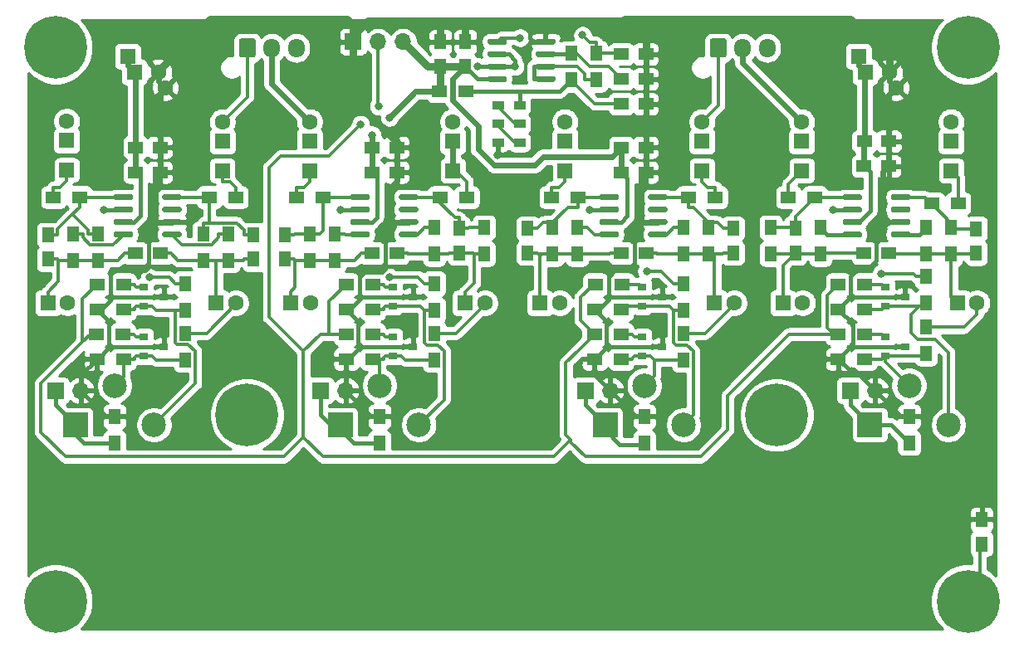
<source format=gtl>
%TF.GenerationSoftware,KiCad,Pcbnew,(5.1.9-0-10_14)*%
%TF.CreationDate,2022-01-19T22:12:48+09:00*%
%TF.ProjectId,BalancedDriverBoard,42616c61-6e63-4656-9444-726976657242,rev?*%
%TF.SameCoordinates,Original*%
%TF.FileFunction,Copper,L1,Top*%
%TF.FilePolarity,Positive*%
%FSLAX45Y45*%
G04 Gerber Fmt 4.5, Leading zero omitted, Abs format (unit mm)*
G04 Created by KiCad (PCBNEW (5.1.9-0-10_14)) date 2022-01-19 22:12:48*
%MOMM*%
%LPD*%
G01*
G04 APERTURE LIST*
%TA.AperFunction,ComponentPad*%
%ADD10C,2.500000*%
%TD*%
%TA.AperFunction,ComponentPad*%
%ADD11R,2.500000X2.500000*%
%TD*%
%TA.AperFunction,ComponentPad*%
%ADD12R,1.600000X1.600000*%
%TD*%
%TA.AperFunction,ComponentPad*%
%ADD13C,1.600000*%
%TD*%
%TA.AperFunction,ComponentPad*%
%ADD14R,1.524000X1.524000*%
%TD*%
%TA.AperFunction,SMDPad,CuDef*%
%ADD15R,1.500000X1.250000*%
%TD*%
%TA.AperFunction,SMDPad,CuDef*%
%ADD16R,1.250000X1.500000*%
%TD*%
%TA.AperFunction,SMDPad,CuDef*%
%ADD17R,1.200000X0.900000*%
%TD*%
%TA.AperFunction,ComponentPad*%
%ADD18C,6.400000*%
%TD*%
%TA.AperFunction,ComponentPad*%
%ADD19O,1.700000X1.950000*%
%TD*%
%TA.AperFunction,ComponentPad*%
%ADD20R,1.700000X1.700000*%
%TD*%
%TA.AperFunction,ComponentPad*%
%ADD21O,1.700000X1.700000*%
%TD*%
%TA.AperFunction,ComponentPad*%
%ADD22C,0.800000*%
%TD*%
%TA.AperFunction,SMDPad,CuDef*%
%ADD23R,0.900000X0.800000*%
%TD*%
%TA.AperFunction,SMDPad,CuDef*%
%ADD24R,1.500000X1.300000*%
%TD*%
%TA.AperFunction,SMDPad,CuDef*%
%ADD25R,1.300000X1.500000*%
%TD*%
%TA.AperFunction,ViaPad*%
%ADD26C,0.800000*%
%TD*%
%TA.AperFunction,Conductor*%
%ADD27C,0.300000*%
%TD*%
%TA.AperFunction,Conductor*%
%ADD28C,0.600000*%
%TD*%
%TA.AperFunction,Conductor*%
%ADD29C,0.400000*%
%TD*%
%TA.AperFunction,Conductor*%
%ADD30C,0.800000*%
%TD*%
%TA.AperFunction,Conductor*%
%ADD31C,0.254000*%
%TD*%
%TA.AperFunction,Conductor*%
%ADD32C,0.100000*%
%TD*%
G04 APERTURE END LIST*
D10*
X14050000Y-12399000D03*
X14450000Y-12800000D03*
D11*
X13650000Y-12800000D03*
X10950000Y-12800000D03*
D10*
X11750000Y-12800000D03*
X11350000Y-12399000D03*
D11*
X8250000Y-12800000D03*
D10*
X9050000Y-12800000D03*
X8650000Y-12399000D03*
X5950000Y-12399000D03*
X6350000Y-12800000D03*
D11*
X5550000Y-12800000D03*
D12*
X14478000Y-9906000D03*
D13*
X14478000Y-9706000D03*
D14*
X14478000Y-10206000D03*
D12*
X12954000Y-9906000D03*
D13*
X12954000Y-9706000D03*
D14*
X12954000Y-10206000D03*
X10541000Y-10206000D03*
D13*
X10541000Y-9706000D03*
D12*
X10541000Y-9906000D03*
X11938000Y-9906000D03*
D13*
X11938000Y-9706000D03*
D14*
X11938000Y-10206000D03*
X9398000Y-10206000D03*
D13*
X9398000Y-9706000D03*
D12*
X9398000Y-9906000D03*
D14*
X7937500Y-10206000D03*
D13*
X7937500Y-9706000D03*
D12*
X7937500Y-9906000D03*
X5461000Y-9900000D03*
D13*
X5461000Y-9700000D03*
D14*
X5461000Y-10200000D03*
X7048500Y-10206000D03*
D13*
X7048500Y-9706000D03*
D12*
X7048500Y-9906000D03*
D15*
X6411500Y-9969500D03*
X6161500Y-9969500D03*
X13841000Y-10160000D03*
X13591000Y-10160000D03*
X8574500Y-9969500D03*
X8824500Y-9969500D03*
X11364500Y-9969500D03*
X11114500Y-9969500D03*
X13843000Y-9906000D03*
X13593000Y-9906000D03*
X11114500Y-10223500D03*
X11364500Y-10223500D03*
X8574500Y-10223500D03*
X8824500Y-10223500D03*
X6161500Y-10223500D03*
X6411500Y-10223500D03*
D16*
X12890500Y-10797000D03*
X12890500Y-11047000D03*
X14732000Y-10799000D03*
X14732000Y-11049000D03*
X10160000Y-10797000D03*
X10160000Y-11047000D03*
X12255500Y-11047000D03*
X12255500Y-10797000D03*
X7683500Y-11110500D03*
X7683500Y-10860500D03*
X9461500Y-11047000D03*
X9461500Y-10797000D03*
X5270500Y-11110500D03*
X5270500Y-10860500D03*
X7366000Y-10860500D03*
X7366000Y-11110500D03*
D15*
X13841000Y-11049000D03*
X13591000Y-11049000D03*
X11364500Y-11049000D03*
X11114500Y-11049000D03*
X8824500Y-11049000D03*
X8574500Y-11049000D03*
X6411500Y-11049000D03*
X6161500Y-11049000D03*
D13*
X12963500Y-11557000D03*
D12*
X12763500Y-11557000D03*
X10287000Y-11557000D03*
D13*
X10487000Y-11557000D03*
D12*
X7747000Y-11557000D03*
D13*
X7947000Y-11557000D03*
D12*
X5270500Y-11557000D03*
D13*
X5470500Y-11557000D03*
D12*
X14541500Y-11557000D03*
D13*
X14741500Y-11557000D03*
X12265000Y-11557000D03*
D12*
X12065000Y-11557000D03*
D13*
X9725000Y-11557000D03*
D12*
X9525000Y-11557000D03*
D13*
X7185000Y-11557000D03*
D12*
X6985000Y-11557000D03*
D15*
X11364500Y-9271000D03*
X11114500Y-9271000D03*
D16*
X9271000Y-8892000D03*
X9271000Y-9142000D03*
X9525000Y-9142000D03*
X9525000Y-8892000D03*
D12*
X13600000Y-9200000D03*
D13*
X13850000Y-9200000D03*
D12*
X13532906Y-9040000D03*
D13*
X13917094Y-9360000D03*
D15*
X11364500Y-9017000D03*
X11114500Y-9017000D03*
D13*
X6467094Y-9360000D03*
D12*
X6082906Y-9040000D03*
D13*
X6400000Y-9200000D03*
D12*
X6150000Y-9200000D03*
D15*
X11364500Y-9525000D03*
X11114500Y-9525000D03*
D17*
X10079500Y-9538500D03*
X9859500Y-9538500D03*
X10079500Y-9729000D03*
X9859500Y-9729000D03*
X9859500Y-9919500D03*
X10079500Y-9919500D03*
D18*
X12700000Y-12700000D03*
X5350000Y-8950000D03*
X14650000Y-8950000D03*
D19*
X12603100Y-8953500D03*
X12353100Y-8953500D03*
%TA.AperFunction,ComponentPad*%
G36*
G01*
X12018100Y-9026000D02*
X12018100Y-8881000D01*
G75*
G02*
X12043100Y-8856000I25000J0D01*
G01*
X12163100Y-8856000D01*
G75*
G02*
X12188100Y-8881000I0J-25000D01*
G01*
X12188100Y-9026000D01*
G75*
G02*
X12163100Y-9051000I-25000J0D01*
G01*
X12043100Y-9051000D01*
G75*
G02*
X12018100Y-9026000I0J25000D01*
G01*
G37*
%TD.AperFunction*%
%TA.AperFunction,ComponentPad*%
G36*
G01*
X7217500Y-9026000D02*
X7217500Y-8881000D01*
G75*
G02*
X7242500Y-8856000I25000J0D01*
G01*
X7362500Y-8856000D01*
G75*
G02*
X7387500Y-8881000I0J-25000D01*
G01*
X7387500Y-9026000D01*
G75*
G02*
X7362500Y-9051000I-25000J0D01*
G01*
X7242500Y-9051000D01*
G75*
G02*
X7217500Y-9026000I0J25000D01*
G01*
G37*
%TD.AperFunction*%
X7552500Y-8953500D03*
X7802500Y-8953500D03*
D20*
X8382000Y-8890000D03*
D21*
X8636000Y-8890000D03*
X8890000Y-8890000D03*
D22*
X14819706Y-14430294D03*
X14650000Y-14360000D03*
X14480294Y-14430294D03*
X14410000Y-14600000D03*
X14480294Y-14769706D03*
X14650000Y-14840000D03*
X14819706Y-14769706D03*
X14890000Y-14600000D03*
D18*
X14650000Y-14600000D03*
D23*
X14006500Y-11493500D03*
X13806500Y-11588500D03*
X13806500Y-11398500D03*
X11530000Y-11493500D03*
X11330000Y-11588500D03*
X11330000Y-11398500D03*
X8990000Y-11493500D03*
X8790000Y-11588500D03*
X8790000Y-11398500D03*
X6250000Y-11398500D03*
X6250000Y-11588500D03*
X6450000Y-11493500D03*
X13806500Y-11906500D03*
X13806500Y-12096500D03*
X14006500Y-12001500D03*
X11530000Y-12001500D03*
X11330000Y-12096500D03*
X11330000Y-11906500D03*
X8790000Y-11906500D03*
X8790000Y-12096500D03*
X8990000Y-12001500D03*
X6250000Y-11906500D03*
X6250000Y-12096500D03*
X6450000Y-12001500D03*
D24*
X14279500Y-10541000D03*
X14549500Y-10541000D03*
X12073000Y-10477500D03*
X11803000Y-10477500D03*
X9271000Y-10477500D03*
X9541000Y-10477500D03*
X6913500Y-10477500D03*
X7183500Y-10477500D03*
X10676000Y-10477500D03*
X10406000Y-10477500D03*
X5596000Y-10477500D03*
X5326000Y-10477500D03*
X12819000Y-10477500D03*
X13089000Y-10477500D03*
X7802500Y-10477500D03*
X8072500Y-10477500D03*
D25*
X12636500Y-11057000D03*
X12636500Y-10787000D03*
X14478000Y-10787000D03*
X14478000Y-11057000D03*
X10414000Y-11057000D03*
X10414000Y-10787000D03*
X12001500Y-11057000D03*
X12001500Y-10787000D03*
X7937500Y-11120500D03*
X7937500Y-10850500D03*
X9715500Y-11057000D03*
X9715500Y-10787000D03*
X5778500Y-11120500D03*
X5778500Y-10850500D03*
X6858000Y-11120500D03*
X6858000Y-10850500D03*
X13144500Y-10787000D03*
X13144500Y-11057000D03*
X14224000Y-11057000D03*
X14224000Y-10787000D03*
X10668000Y-10787000D03*
X10668000Y-11057000D03*
X11747500Y-11057000D03*
X11747500Y-10787000D03*
X8191500Y-10850500D03*
X8191500Y-11120500D03*
X9207500Y-11057000D03*
X9207500Y-10787000D03*
X5524500Y-10850500D03*
X5524500Y-11120500D03*
X7112000Y-11120500D03*
X7112000Y-10850500D03*
D24*
X13327000Y-11366500D03*
X13597000Y-11366500D03*
X10850500Y-11366500D03*
X11120500Y-11366500D03*
X8580500Y-11366500D03*
X8310500Y-11366500D03*
X5770500Y-11366500D03*
X6040500Y-11366500D03*
X13597000Y-11874500D03*
X13327000Y-11874500D03*
X11112500Y-11874500D03*
X10842500Y-11874500D03*
X8310500Y-11874500D03*
X8580500Y-11874500D03*
X5762500Y-11874500D03*
X6032500Y-11874500D03*
D25*
X14224000Y-11287000D03*
X14224000Y-11557000D03*
X11747500Y-11358500D03*
X11747500Y-11628500D03*
X9207500Y-11358500D03*
X9207500Y-11628500D03*
X6667500Y-11628500D03*
X6667500Y-11358500D03*
X14224000Y-12073000D03*
X14224000Y-11803000D03*
X11747500Y-11866500D03*
X11747500Y-12136500D03*
X9207500Y-12136500D03*
X9207500Y-11866500D03*
X6667500Y-12136500D03*
X6667500Y-11866500D03*
D24*
X13327000Y-11620500D03*
X13597000Y-11620500D03*
X10842500Y-11620500D03*
X11112500Y-11620500D03*
X8310500Y-11620500D03*
X8580500Y-11620500D03*
X6040500Y-11620500D03*
X5770500Y-11620500D03*
X13597000Y-12128500D03*
X13327000Y-12128500D03*
X11112500Y-12128500D03*
X10842500Y-12128500D03*
X8580500Y-12128500D03*
X8310500Y-12128500D03*
X6040500Y-12128500D03*
X5770500Y-12128500D03*
X9263000Y-9398000D03*
X9533000Y-9398000D03*
D25*
X10604500Y-9279000D03*
X10604500Y-9009000D03*
X10858500Y-9279000D03*
X10858500Y-9009000D03*
%TA.AperFunction,SMDPad,CuDef*%
G36*
G01*
X13371000Y-10492500D02*
X13371000Y-10462500D01*
G75*
G02*
X13386000Y-10447500I15000J0D01*
G01*
X13551000Y-10447500D01*
G75*
G02*
X13566000Y-10462500I0J-15000D01*
G01*
X13566000Y-10492500D01*
G75*
G02*
X13551000Y-10507500I-15000J0D01*
G01*
X13386000Y-10507500D01*
G75*
G02*
X13371000Y-10492500I0J15000D01*
G01*
G37*
%TD.AperFunction*%
%TA.AperFunction,SMDPad,CuDef*%
G36*
G01*
X13371000Y-10619500D02*
X13371000Y-10589500D01*
G75*
G02*
X13386000Y-10574500I15000J0D01*
G01*
X13551000Y-10574500D01*
G75*
G02*
X13566000Y-10589500I0J-15000D01*
G01*
X13566000Y-10619500D01*
G75*
G02*
X13551000Y-10634500I-15000J0D01*
G01*
X13386000Y-10634500D01*
G75*
G02*
X13371000Y-10619500I0J15000D01*
G01*
G37*
%TD.AperFunction*%
%TA.AperFunction,SMDPad,CuDef*%
G36*
G01*
X13371000Y-10746500D02*
X13371000Y-10716500D01*
G75*
G02*
X13386000Y-10701500I15000J0D01*
G01*
X13551000Y-10701500D01*
G75*
G02*
X13566000Y-10716500I0J-15000D01*
G01*
X13566000Y-10746500D01*
G75*
G02*
X13551000Y-10761500I-15000J0D01*
G01*
X13386000Y-10761500D01*
G75*
G02*
X13371000Y-10746500I0J15000D01*
G01*
G37*
%TD.AperFunction*%
%TA.AperFunction,SMDPad,CuDef*%
G36*
G01*
X13371000Y-10873500D02*
X13371000Y-10843500D01*
G75*
G02*
X13386000Y-10828500I15000J0D01*
G01*
X13551000Y-10828500D01*
G75*
G02*
X13566000Y-10843500I0J-15000D01*
G01*
X13566000Y-10873500D01*
G75*
G02*
X13551000Y-10888500I-15000J0D01*
G01*
X13386000Y-10888500D01*
G75*
G02*
X13371000Y-10873500I0J15000D01*
G01*
G37*
%TD.AperFunction*%
%TA.AperFunction,SMDPad,CuDef*%
G36*
G01*
X13866000Y-10873500D02*
X13866000Y-10843500D01*
G75*
G02*
X13881000Y-10828500I15000J0D01*
G01*
X14046000Y-10828500D01*
G75*
G02*
X14061000Y-10843500I0J-15000D01*
G01*
X14061000Y-10873500D01*
G75*
G02*
X14046000Y-10888500I-15000J0D01*
G01*
X13881000Y-10888500D01*
G75*
G02*
X13866000Y-10873500I0J15000D01*
G01*
G37*
%TD.AperFunction*%
%TA.AperFunction,SMDPad,CuDef*%
G36*
G01*
X13866000Y-10746500D02*
X13866000Y-10716500D01*
G75*
G02*
X13881000Y-10701500I15000J0D01*
G01*
X14046000Y-10701500D01*
G75*
G02*
X14061000Y-10716500I0J-15000D01*
G01*
X14061000Y-10746500D01*
G75*
G02*
X14046000Y-10761500I-15000J0D01*
G01*
X13881000Y-10761500D01*
G75*
G02*
X13866000Y-10746500I0J15000D01*
G01*
G37*
%TD.AperFunction*%
%TA.AperFunction,SMDPad,CuDef*%
G36*
G01*
X13866000Y-10619500D02*
X13866000Y-10589500D01*
G75*
G02*
X13881000Y-10574500I15000J0D01*
G01*
X14046000Y-10574500D01*
G75*
G02*
X14061000Y-10589500I0J-15000D01*
G01*
X14061000Y-10619500D01*
G75*
G02*
X14046000Y-10634500I-15000J0D01*
G01*
X13881000Y-10634500D01*
G75*
G02*
X13866000Y-10619500I0J15000D01*
G01*
G37*
%TD.AperFunction*%
%TA.AperFunction,SMDPad,CuDef*%
G36*
G01*
X13866000Y-10492500D02*
X13866000Y-10462500D01*
G75*
G02*
X13881000Y-10447500I15000J0D01*
G01*
X14046000Y-10447500D01*
G75*
G02*
X14061000Y-10462500I0J-15000D01*
G01*
X14061000Y-10492500D01*
G75*
G02*
X14046000Y-10507500I-15000J0D01*
G01*
X13881000Y-10507500D01*
G75*
G02*
X13866000Y-10492500I0J15000D01*
G01*
G37*
%TD.AperFunction*%
%TA.AperFunction,SMDPad,CuDef*%
G36*
G01*
X10894500Y-10492500D02*
X10894500Y-10462500D01*
G75*
G02*
X10909500Y-10447500I15000J0D01*
G01*
X11074500Y-10447500D01*
G75*
G02*
X11089500Y-10462500I0J-15000D01*
G01*
X11089500Y-10492500D01*
G75*
G02*
X11074500Y-10507500I-15000J0D01*
G01*
X10909500Y-10507500D01*
G75*
G02*
X10894500Y-10492500I0J15000D01*
G01*
G37*
%TD.AperFunction*%
%TA.AperFunction,SMDPad,CuDef*%
G36*
G01*
X10894500Y-10619500D02*
X10894500Y-10589500D01*
G75*
G02*
X10909500Y-10574500I15000J0D01*
G01*
X11074500Y-10574500D01*
G75*
G02*
X11089500Y-10589500I0J-15000D01*
G01*
X11089500Y-10619500D01*
G75*
G02*
X11074500Y-10634500I-15000J0D01*
G01*
X10909500Y-10634500D01*
G75*
G02*
X10894500Y-10619500I0J15000D01*
G01*
G37*
%TD.AperFunction*%
%TA.AperFunction,SMDPad,CuDef*%
G36*
G01*
X10894500Y-10746500D02*
X10894500Y-10716500D01*
G75*
G02*
X10909500Y-10701500I15000J0D01*
G01*
X11074500Y-10701500D01*
G75*
G02*
X11089500Y-10716500I0J-15000D01*
G01*
X11089500Y-10746500D01*
G75*
G02*
X11074500Y-10761500I-15000J0D01*
G01*
X10909500Y-10761500D01*
G75*
G02*
X10894500Y-10746500I0J15000D01*
G01*
G37*
%TD.AperFunction*%
%TA.AperFunction,SMDPad,CuDef*%
G36*
G01*
X10894500Y-10873500D02*
X10894500Y-10843500D01*
G75*
G02*
X10909500Y-10828500I15000J0D01*
G01*
X11074500Y-10828500D01*
G75*
G02*
X11089500Y-10843500I0J-15000D01*
G01*
X11089500Y-10873500D01*
G75*
G02*
X11074500Y-10888500I-15000J0D01*
G01*
X10909500Y-10888500D01*
G75*
G02*
X10894500Y-10873500I0J15000D01*
G01*
G37*
%TD.AperFunction*%
%TA.AperFunction,SMDPad,CuDef*%
G36*
G01*
X11389500Y-10873500D02*
X11389500Y-10843500D01*
G75*
G02*
X11404500Y-10828500I15000J0D01*
G01*
X11569500Y-10828500D01*
G75*
G02*
X11584500Y-10843500I0J-15000D01*
G01*
X11584500Y-10873500D01*
G75*
G02*
X11569500Y-10888500I-15000J0D01*
G01*
X11404500Y-10888500D01*
G75*
G02*
X11389500Y-10873500I0J15000D01*
G01*
G37*
%TD.AperFunction*%
%TA.AperFunction,SMDPad,CuDef*%
G36*
G01*
X11389500Y-10746500D02*
X11389500Y-10716500D01*
G75*
G02*
X11404500Y-10701500I15000J0D01*
G01*
X11569500Y-10701500D01*
G75*
G02*
X11584500Y-10716500I0J-15000D01*
G01*
X11584500Y-10746500D01*
G75*
G02*
X11569500Y-10761500I-15000J0D01*
G01*
X11404500Y-10761500D01*
G75*
G02*
X11389500Y-10746500I0J15000D01*
G01*
G37*
%TD.AperFunction*%
%TA.AperFunction,SMDPad,CuDef*%
G36*
G01*
X11389500Y-10619500D02*
X11389500Y-10589500D01*
G75*
G02*
X11404500Y-10574500I15000J0D01*
G01*
X11569500Y-10574500D01*
G75*
G02*
X11584500Y-10589500I0J-15000D01*
G01*
X11584500Y-10619500D01*
G75*
G02*
X11569500Y-10634500I-15000J0D01*
G01*
X11404500Y-10634500D01*
G75*
G02*
X11389500Y-10619500I0J15000D01*
G01*
G37*
%TD.AperFunction*%
%TA.AperFunction,SMDPad,CuDef*%
G36*
G01*
X11389500Y-10492500D02*
X11389500Y-10462500D01*
G75*
G02*
X11404500Y-10447500I15000J0D01*
G01*
X11569500Y-10447500D01*
G75*
G02*
X11584500Y-10462500I0J-15000D01*
G01*
X11584500Y-10492500D01*
G75*
G02*
X11569500Y-10507500I-15000J0D01*
G01*
X11404500Y-10507500D01*
G75*
G02*
X11389500Y-10492500I0J15000D01*
G01*
G37*
%TD.AperFunction*%
%TA.AperFunction,SMDPad,CuDef*%
G36*
G01*
X8354500Y-10492500D02*
X8354500Y-10462500D01*
G75*
G02*
X8369500Y-10447500I15000J0D01*
G01*
X8534500Y-10447500D01*
G75*
G02*
X8549500Y-10462500I0J-15000D01*
G01*
X8549500Y-10492500D01*
G75*
G02*
X8534500Y-10507500I-15000J0D01*
G01*
X8369500Y-10507500D01*
G75*
G02*
X8354500Y-10492500I0J15000D01*
G01*
G37*
%TD.AperFunction*%
%TA.AperFunction,SMDPad,CuDef*%
G36*
G01*
X8354500Y-10619500D02*
X8354500Y-10589500D01*
G75*
G02*
X8369500Y-10574500I15000J0D01*
G01*
X8534500Y-10574500D01*
G75*
G02*
X8549500Y-10589500I0J-15000D01*
G01*
X8549500Y-10619500D01*
G75*
G02*
X8534500Y-10634500I-15000J0D01*
G01*
X8369500Y-10634500D01*
G75*
G02*
X8354500Y-10619500I0J15000D01*
G01*
G37*
%TD.AperFunction*%
%TA.AperFunction,SMDPad,CuDef*%
G36*
G01*
X8354500Y-10746500D02*
X8354500Y-10716500D01*
G75*
G02*
X8369500Y-10701500I15000J0D01*
G01*
X8534500Y-10701500D01*
G75*
G02*
X8549500Y-10716500I0J-15000D01*
G01*
X8549500Y-10746500D01*
G75*
G02*
X8534500Y-10761500I-15000J0D01*
G01*
X8369500Y-10761500D01*
G75*
G02*
X8354500Y-10746500I0J15000D01*
G01*
G37*
%TD.AperFunction*%
%TA.AperFunction,SMDPad,CuDef*%
G36*
G01*
X8354500Y-10873500D02*
X8354500Y-10843500D01*
G75*
G02*
X8369500Y-10828500I15000J0D01*
G01*
X8534500Y-10828500D01*
G75*
G02*
X8549500Y-10843500I0J-15000D01*
G01*
X8549500Y-10873500D01*
G75*
G02*
X8534500Y-10888500I-15000J0D01*
G01*
X8369500Y-10888500D01*
G75*
G02*
X8354500Y-10873500I0J15000D01*
G01*
G37*
%TD.AperFunction*%
%TA.AperFunction,SMDPad,CuDef*%
G36*
G01*
X8849500Y-10873500D02*
X8849500Y-10843500D01*
G75*
G02*
X8864500Y-10828500I15000J0D01*
G01*
X9029500Y-10828500D01*
G75*
G02*
X9044500Y-10843500I0J-15000D01*
G01*
X9044500Y-10873500D01*
G75*
G02*
X9029500Y-10888500I-15000J0D01*
G01*
X8864500Y-10888500D01*
G75*
G02*
X8849500Y-10873500I0J15000D01*
G01*
G37*
%TD.AperFunction*%
%TA.AperFunction,SMDPad,CuDef*%
G36*
G01*
X8849500Y-10746500D02*
X8849500Y-10716500D01*
G75*
G02*
X8864500Y-10701500I15000J0D01*
G01*
X9029500Y-10701500D01*
G75*
G02*
X9044500Y-10716500I0J-15000D01*
G01*
X9044500Y-10746500D01*
G75*
G02*
X9029500Y-10761500I-15000J0D01*
G01*
X8864500Y-10761500D01*
G75*
G02*
X8849500Y-10746500I0J15000D01*
G01*
G37*
%TD.AperFunction*%
%TA.AperFunction,SMDPad,CuDef*%
G36*
G01*
X8849500Y-10619500D02*
X8849500Y-10589500D01*
G75*
G02*
X8864500Y-10574500I15000J0D01*
G01*
X9029500Y-10574500D01*
G75*
G02*
X9044500Y-10589500I0J-15000D01*
G01*
X9044500Y-10619500D01*
G75*
G02*
X9029500Y-10634500I-15000J0D01*
G01*
X8864500Y-10634500D01*
G75*
G02*
X8849500Y-10619500I0J15000D01*
G01*
G37*
%TD.AperFunction*%
%TA.AperFunction,SMDPad,CuDef*%
G36*
G01*
X8849500Y-10492500D02*
X8849500Y-10462500D01*
G75*
G02*
X8864500Y-10447500I15000J0D01*
G01*
X9029500Y-10447500D01*
G75*
G02*
X9044500Y-10462500I0J-15000D01*
G01*
X9044500Y-10492500D01*
G75*
G02*
X9029500Y-10507500I-15000J0D01*
G01*
X8864500Y-10507500D01*
G75*
G02*
X8849500Y-10492500I0J15000D01*
G01*
G37*
%TD.AperFunction*%
%TA.AperFunction,SMDPad,CuDef*%
G36*
G01*
X6436500Y-10492500D02*
X6436500Y-10462500D01*
G75*
G02*
X6451500Y-10447500I15000J0D01*
G01*
X6616500Y-10447500D01*
G75*
G02*
X6631500Y-10462500I0J-15000D01*
G01*
X6631500Y-10492500D01*
G75*
G02*
X6616500Y-10507500I-15000J0D01*
G01*
X6451500Y-10507500D01*
G75*
G02*
X6436500Y-10492500I0J15000D01*
G01*
G37*
%TD.AperFunction*%
%TA.AperFunction,SMDPad,CuDef*%
G36*
G01*
X6436500Y-10619500D02*
X6436500Y-10589500D01*
G75*
G02*
X6451500Y-10574500I15000J0D01*
G01*
X6616500Y-10574500D01*
G75*
G02*
X6631500Y-10589500I0J-15000D01*
G01*
X6631500Y-10619500D01*
G75*
G02*
X6616500Y-10634500I-15000J0D01*
G01*
X6451500Y-10634500D01*
G75*
G02*
X6436500Y-10619500I0J15000D01*
G01*
G37*
%TD.AperFunction*%
%TA.AperFunction,SMDPad,CuDef*%
G36*
G01*
X6436500Y-10746500D02*
X6436500Y-10716500D01*
G75*
G02*
X6451500Y-10701500I15000J0D01*
G01*
X6616500Y-10701500D01*
G75*
G02*
X6631500Y-10716500I0J-15000D01*
G01*
X6631500Y-10746500D01*
G75*
G02*
X6616500Y-10761500I-15000J0D01*
G01*
X6451500Y-10761500D01*
G75*
G02*
X6436500Y-10746500I0J15000D01*
G01*
G37*
%TD.AperFunction*%
%TA.AperFunction,SMDPad,CuDef*%
G36*
G01*
X6436500Y-10873500D02*
X6436500Y-10843500D01*
G75*
G02*
X6451500Y-10828500I15000J0D01*
G01*
X6616500Y-10828500D01*
G75*
G02*
X6631500Y-10843500I0J-15000D01*
G01*
X6631500Y-10873500D01*
G75*
G02*
X6616500Y-10888500I-15000J0D01*
G01*
X6451500Y-10888500D01*
G75*
G02*
X6436500Y-10873500I0J15000D01*
G01*
G37*
%TD.AperFunction*%
%TA.AperFunction,SMDPad,CuDef*%
G36*
G01*
X5941500Y-10873500D02*
X5941500Y-10843500D01*
G75*
G02*
X5956500Y-10828500I15000J0D01*
G01*
X6121500Y-10828500D01*
G75*
G02*
X6136500Y-10843500I0J-15000D01*
G01*
X6136500Y-10873500D01*
G75*
G02*
X6121500Y-10888500I-15000J0D01*
G01*
X5956500Y-10888500D01*
G75*
G02*
X5941500Y-10873500I0J15000D01*
G01*
G37*
%TD.AperFunction*%
%TA.AperFunction,SMDPad,CuDef*%
G36*
G01*
X5941500Y-10746500D02*
X5941500Y-10716500D01*
G75*
G02*
X5956500Y-10701500I15000J0D01*
G01*
X6121500Y-10701500D01*
G75*
G02*
X6136500Y-10716500I0J-15000D01*
G01*
X6136500Y-10746500D01*
G75*
G02*
X6121500Y-10761500I-15000J0D01*
G01*
X5956500Y-10761500D01*
G75*
G02*
X5941500Y-10746500I0J15000D01*
G01*
G37*
%TD.AperFunction*%
%TA.AperFunction,SMDPad,CuDef*%
G36*
G01*
X5941500Y-10619500D02*
X5941500Y-10589500D01*
G75*
G02*
X5956500Y-10574500I15000J0D01*
G01*
X6121500Y-10574500D01*
G75*
G02*
X6136500Y-10589500I0J-15000D01*
G01*
X6136500Y-10619500D01*
G75*
G02*
X6121500Y-10634500I-15000J0D01*
G01*
X5956500Y-10634500D01*
G75*
G02*
X5941500Y-10619500I0J15000D01*
G01*
G37*
%TD.AperFunction*%
%TA.AperFunction,SMDPad,CuDef*%
G36*
G01*
X5941500Y-10492500D02*
X5941500Y-10462500D01*
G75*
G02*
X5956500Y-10447500I15000J0D01*
G01*
X6121500Y-10447500D01*
G75*
G02*
X6136500Y-10462500I0J-15000D01*
G01*
X6136500Y-10492500D01*
G75*
G02*
X6121500Y-10507500I-15000J0D01*
G01*
X5956500Y-10507500D01*
G75*
G02*
X5941500Y-10492500I0J15000D01*
G01*
G37*
%TD.AperFunction*%
%TA.AperFunction,SMDPad,CuDef*%
G36*
G01*
X9946500Y-9256000D02*
X9946500Y-9286000D01*
G75*
G02*
X9931500Y-9301000I-15000J0D01*
G01*
X9766500Y-9301000D01*
G75*
G02*
X9751500Y-9286000I0J15000D01*
G01*
X9751500Y-9256000D01*
G75*
G02*
X9766500Y-9241000I15000J0D01*
G01*
X9931500Y-9241000D01*
G75*
G02*
X9946500Y-9256000I0J-15000D01*
G01*
G37*
%TD.AperFunction*%
%TA.AperFunction,SMDPad,CuDef*%
G36*
G01*
X9946500Y-9129000D02*
X9946500Y-9159000D01*
G75*
G02*
X9931500Y-9174000I-15000J0D01*
G01*
X9766500Y-9174000D01*
G75*
G02*
X9751500Y-9159000I0J15000D01*
G01*
X9751500Y-9129000D01*
G75*
G02*
X9766500Y-9114000I15000J0D01*
G01*
X9931500Y-9114000D01*
G75*
G02*
X9946500Y-9129000I0J-15000D01*
G01*
G37*
%TD.AperFunction*%
%TA.AperFunction,SMDPad,CuDef*%
G36*
G01*
X9946500Y-9002000D02*
X9946500Y-9032000D01*
G75*
G02*
X9931500Y-9047000I-15000J0D01*
G01*
X9766500Y-9047000D01*
G75*
G02*
X9751500Y-9032000I0J15000D01*
G01*
X9751500Y-9002000D01*
G75*
G02*
X9766500Y-8987000I15000J0D01*
G01*
X9931500Y-8987000D01*
G75*
G02*
X9946500Y-9002000I0J-15000D01*
G01*
G37*
%TD.AperFunction*%
%TA.AperFunction,SMDPad,CuDef*%
G36*
G01*
X9946500Y-8875000D02*
X9946500Y-8905000D01*
G75*
G02*
X9931500Y-8920000I-15000J0D01*
G01*
X9766500Y-8920000D01*
G75*
G02*
X9751500Y-8905000I0J15000D01*
G01*
X9751500Y-8875000D01*
G75*
G02*
X9766500Y-8860000I15000J0D01*
G01*
X9931500Y-8860000D01*
G75*
G02*
X9946500Y-8875000I0J-15000D01*
G01*
G37*
%TD.AperFunction*%
%TA.AperFunction,SMDPad,CuDef*%
G36*
G01*
X10441500Y-8875000D02*
X10441500Y-8905000D01*
G75*
G02*
X10426500Y-8920000I-15000J0D01*
G01*
X10261500Y-8920000D01*
G75*
G02*
X10246500Y-8905000I0J15000D01*
G01*
X10246500Y-8875000D01*
G75*
G02*
X10261500Y-8860000I15000J0D01*
G01*
X10426500Y-8860000D01*
G75*
G02*
X10441500Y-8875000I0J-15000D01*
G01*
G37*
%TD.AperFunction*%
%TA.AperFunction,SMDPad,CuDef*%
G36*
G01*
X10441500Y-9002000D02*
X10441500Y-9032000D01*
G75*
G02*
X10426500Y-9047000I-15000J0D01*
G01*
X10261500Y-9047000D01*
G75*
G02*
X10246500Y-9032000I0J15000D01*
G01*
X10246500Y-9002000D01*
G75*
G02*
X10261500Y-8987000I15000J0D01*
G01*
X10426500Y-8987000D01*
G75*
G02*
X10441500Y-9002000I0J-15000D01*
G01*
G37*
%TD.AperFunction*%
%TA.AperFunction,SMDPad,CuDef*%
G36*
G01*
X10441500Y-9129000D02*
X10441500Y-9159000D01*
G75*
G02*
X10426500Y-9174000I-15000J0D01*
G01*
X10261500Y-9174000D01*
G75*
G02*
X10246500Y-9159000I0J15000D01*
G01*
X10246500Y-9129000D01*
G75*
G02*
X10261500Y-9114000I15000J0D01*
G01*
X10426500Y-9114000D01*
G75*
G02*
X10441500Y-9129000I0J-15000D01*
G01*
G37*
%TD.AperFunction*%
%TA.AperFunction,SMDPad,CuDef*%
G36*
G01*
X10441500Y-9256000D02*
X10441500Y-9286000D01*
G75*
G02*
X10426500Y-9301000I-15000J0D01*
G01*
X10261500Y-9301000D01*
G75*
G02*
X10246500Y-9286000I0J15000D01*
G01*
X10246500Y-9256000D01*
G75*
G02*
X10261500Y-9241000I15000J0D01*
G01*
X10426500Y-9241000D01*
G75*
G02*
X10441500Y-9256000I0J-15000D01*
G01*
G37*
%TD.AperFunction*%
D18*
X7300000Y-12700000D03*
X5350000Y-14600000D03*
D21*
X13704000Y-12450000D03*
D20*
X13450000Y-12450000D03*
X10750000Y-12450000D03*
D21*
X11004000Y-12450000D03*
X8304000Y-12450000D03*
D20*
X8050000Y-12450000D03*
X5350000Y-12450000D03*
D21*
X5604000Y-12450000D03*
D25*
X14050000Y-12985000D03*
X14050000Y-12715000D03*
X11350000Y-12715000D03*
X11350000Y-12985000D03*
X8650000Y-12715000D03*
X8650000Y-12985000D03*
X5950000Y-12985000D03*
X5950000Y-12715000D03*
D16*
X14790000Y-14015000D03*
X14790000Y-13765000D03*
D26*
X9850000Y-10050000D03*
X8750300Y-9664700D03*
X8572500Y-9842500D03*
X13766860Y-11256280D03*
X11372910Y-11231500D03*
X8753870Y-11293430D03*
X6305750Y-11296790D03*
X8458200Y-9734550D03*
X8642350Y-9550400D03*
X10033000Y-9144000D03*
X9652000Y-9144000D03*
X10795000Y-10604500D03*
X13271500Y-10604500D03*
X8255000Y-10604500D03*
X5842000Y-10604500D03*
X10720180Y-8824050D03*
X10082740Y-8851070D03*
D27*
X14549500Y-10541000D02*
X14549500Y-10277500D01*
X14549500Y-10277500D02*
X14478000Y-10206000D01*
X12819000Y-10477500D02*
X12819000Y-10341000D01*
X12819000Y-10341000D02*
X12954000Y-10206000D01*
D28*
X12353100Y-8953500D02*
X12353100Y-9105100D01*
X12353100Y-9105100D02*
X12954000Y-9706000D01*
D27*
X10406000Y-10477500D02*
X10406000Y-10377470D01*
X10541000Y-10206000D02*
X10541000Y-10317230D01*
X10541000Y-10317230D02*
X10480760Y-10377470D01*
X10480760Y-10377470D02*
X10406000Y-10377470D01*
X12073000Y-10477500D02*
X12073000Y-10377470D01*
X11938000Y-10206000D02*
X11938000Y-10317230D01*
X11938000Y-10317230D02*
X11998240Y-10377470D01*
X11998240Y-10377470D02*
X12073000Y-10377470D01*
X12103100Y-8953500D02*
X12103100Y-9540900D01*
X12103100Y-9540900D02*
X11938000Y-9706000D01*
X9398000Y-10174400D02*
X9541000Y-10317400D01*
X9541000Y-10317400D02*
X9541000Y-10477500D01*
D28*
X9398000Y-10174400D02*
X9398000Y-10206000D01*
X9398000Y-9906000D02*
X9398000Y-10174400D01*
X7802500Y-8953500D02*
X7802500Y-8885300D01*
D27*
X7802500Y-10477500D02*
X7802500Y-10377470D01*
X7937500Y-10206000D02*
X7937500Y-10317230D01*
X7937500Y-10317230D02*
X7877260Y-10377470D01*
X7877260Y-10377470D02*
X7802500Y-10377470D01*
D28*
X7552500Y-8953500D02*
X7552500Y-9321000D01*
X7552500Y-9321000D02*
X7937500Y-9706000D01*
D27*
X5326000Y-10477500D02*
X5326000Y-10377470D01*
X5461000Y-10200000D02*
X5461000Y-10311230D01*
X5326000Y-10377470D02*
X5394760Y-10377470D01*
X5394760Y-10377470D02*
X5461000Y-10311230D01*
X7048500Y-10206000D02*
X7048500Y-10317230D01*
X7183500Y-10477500D02*
X7183500Y-10377470D01*
X7183500Y-10377470D02*
X7123260Y-10317230D01*
X7123260Y-10317230D02*
X7048500Y-10317230D01*
X7302500Y-8953500D02*
X7302500Y-9452000D01*
X7302500Y-9452000D02*
X7048500Y-9706000D01*
D28*
X11364500Y-9271000D02*
X11364500Y-9017000D01*
X11364500Y-9525000D02*
X11364500Y-9271000D01*
X11364500Y-9969500D02*
X11364500Y-9525000D01*
X11487000Y-10731500D02*
X11341100Y-10731500D01*
D29*
X11530000Y-11493500D02*
X10985500Y-11493500D01*
D28*
X8947000Y-10731500D02*
X8801100Y-10731500D01*
D29*
X8310500Y-11620500D02*
X8343900Y-11620500D01*
X8343900Y-11620500D02*
X8445500Y-11518900D01*
X8445500Y-11518900D02*
X8445500Y-11480800D01*
X8432800Y-12001500D02*
X8432800Y-11742800D01*
X8432800Y-11742800D02*
X8310500Y-11620500D01*
X8990000Y-12001500D02*
X8432800Y-12001500D01*
D30*
X8824500Y-9969500D02*
X8824500Y-9912300D01*
X8824500Y-9912300D02*
X8382000Y-9469800D01*
X8382000Y-9469800D02*
X8382000Y-8890000D01*
X9550400Y-8674100D02*
X10185400Y-8674100D01*
D29*
X10344000Y-8890000D02*
X10223500Y-8890000D01*
X10223500Y-8890000D02*
X10185400Y-8851900D01*
X10185400Y-8851900D02*
X10185400Y-8674100D01*
D30*
X10185400Y-8674100D02*
X11137900Y-8674100D01*
D28*
X13843000Y-10731500D02*
X13779500Y-10668000D01*
X13779500Y-10668000D02*
X13779500Y-10221500D01*
X13779500Y-10221500D02*
X13841000Y-10160000D01*
D29*
X13843000Y-10731500D02*
X13963500Y-10731500D01*
X13843000Y-10731500D02*
X13716000Y-10858500D01*
X13716000Y-10858500D02*
X13716000Y-11124500D01*
X13716000Y-11124500D02*
X13613700Y-11226800D01*
X13613700Y-11226800D02*
X13512800Y-11226800D01*
X13512800Y-11226800D02*
X13454000Y-11285600D01*
X13454000Y-11285600D02*
X13454000Y-11493500D01*
X6450000Y-12001500D02*
X5905500Y-12001500D01*
X5905500Y-12001500D02*
X5892800Y-12014200D01*
X5770500Y-11620500D02*
X5816600Y-11620500D01*
X5816600Y-11620500D02*
X5905500Y-11531600D01*
X5905500Y-11531600D02*
X5905500Y-11493500D01*
X6450000Y-11493500D02*
X5905500Y-11493500D01*
X5905500Y-11493500D02*
X5905500Y-11239500D01*
X5905500Y-11239500D02*
X5918200Y-11226800D01*
X5918200Y-11226800D02*
X6261100Y-11226800D01*
X6261100Y-11226800D02*
X6296500Y-11191400D01*
X6296500Y-11191400D02*
X6296500Y-10772300D01*
X6296500Y-10772300D02*
X6362700Y-10706100D01*
X5892800Y-12014200D02*
X5892800Y-11742800D01*
X5892800Y-11742800D02*
X5770500Y-11620500D01*
X5770500Y-12128500D02*
X5778500Y-12128500D01*
X5778500Y-12128500D02*
X5892800Y-12014200D01*
X8310500Y-12128500D02*
X8331200Y-12128500D01*
X8331200Y-12128500D02*
X8432800Y-12026900D01*
X8432800Y-12026900D02*
X8432800Y-12001500D01*
X8445500Y-11480800D02*
X8445500Y-11290300D01*
X8445500Y-11290300D02*
X8496300Y-11239500D01*
X8496300Y-11239500D02*
X8674100Y-11239500D01*
X8674100Y-11239500D02*
X8709500Y-11204100D01*
X8709500Y-11204100D02*
X8709500Y-10871500D01*
X8709500Y-10871500D02*
X8801100Y-10779900D01*
X8801100Y-10779900D02*
X8801100Y-10731500D01*
X8990000Y-11493500D02*
X8458200Y-11493500D01*
X8458200Y-11493500D02*
X8445500Y-11480800D01*
X10842500Y-11620500D02*
X10883900Y-11620500D01*
X10883900Y-11620500D02*
X10985500Y-11518900D01*
X10985500Y-11518900D02*
X10985500Y-11493500D01*
X10985500Y-11493500D02*
X10985500Y-11289500D01*
X10985500Y-11289500D02*
X11048200Y-11226800D01*
X11048200Y-11226800D02*
X11209700Y-11226800D01*
X11209700Y-11226800D02*
X11249500Y-11187000D01*
X11249500Y-11187000D02*
X11249500Y-10823100D01*
X11249500Y-10823100D02*
X11341100Y-10731500D01*
X10842500Y-12128500D02*
X10960100Y-12010900D01*
X10960100Y-12010900D02*
X10960100Y-12001500D01*
X11530000Y-12001500D02*
X10960100Y-12001500D01*
X10960100Y-12001500D02*
X10960100Y-11738100D01*
X10960100Y-11738100D02*
X10842500Y-11620500D01*
D30*
X11137900Y-8674100D02*
X11188700Y-8674100D01*
X11188700Y-8674100D02*
X11364500Y-8849900D01*
X11364500Y-8849900D02*
X11364500Y-9017000D01*
X13850000Y-9200000D02*
X13850000Y-9062100D01*
X13850000Y-9062100D02*
X13450400Y-8662500D01*
X13450400Y-8662500D02*
X11149500Y-8662500D01*
X11149500Y-8662500D02*
X11137900Y-8674100D01*
X8382000Y-8890000D02*
X8382000Y-8725000D01*
X8382000Y-8725000D02*
X8319500Y-8662500D01*
X8319500Y-8662500D02*
X6920400Y-8662500D01*
X6920400Y-8662500D02*
X6400000Y-9182900D01*
X6400000Y-9182900D02*
X6400000Y-9200000D01*
D28*
X6362700Y-10706100D02*
X6362700Y-10272300D01*
X6362700Y-10272300D02*
X6411500Y-10223500D01*
X6534000Y-10731500D02*
X6388100Y-10731500D01*
X6388100Y-10731500D02*
X6362700Y-10706100D01*
X8801100Y-10731500D02*
X8750300Y-10680700D01*
X8750300Y-10680700D02*
X8750300Y-10388600D01*
X8750300Y-10388600D02*
X8824500Y-10314400D01*
X8824500Y-10314400D02*
X8824500Y-10223500D01*
X8824500Y-10223500D02*
X8824500Y-9969500D01*
D30*
X8382000Y-8890000D02*
X8382000Y-8826500D01*
X8382000Y-8826500D02*
X8534400Y-8674100D01*
X8534400Y-8674100D02*
X9283700Y-8674100D01*
X9271000Y-8892000D02*
X9271000Y-8686800D01*
X9271000Y-8686800D02*
X9283700Y-8674100D01*
X9283700Y-8674100D02*
X9550400Y-8674100D01*
X9525000Y-8892000D02*
X9525000Y-8699500D01*
X9525000Y-8699500D02*
X9550400Y-8674100D01*
D28*
X11341100Y-10731500D02*
X11315700Y-10706100D01*
X11315700Y-10706100D02*
X11315700Y-10272300D01*
X11315700Y-10272300D02*
X11364500Y-10223500D01*
X11364500Y-9969500D02*
X11364500Y-10223500D01*
X6400000Y-9200000D02*
X6400000Y-9292910D01*
X6400000Y-9292910D02*
X6467090Y-9360000D01*
X6411500Y-9969500D02*
X6411500Y-9415590D01*
X6411500Y-9415590D02*
X6467090Y-9360000D01*
X6411500Y-10223500D02*
X6411500Y-9969500D01*
X13850000Y-9200000D02*
X13850000Y-9292910D01*
X13850000Y-9292910D02*
X13917100Y-9360000D01*
X13917100Y-9360000D02*
X13843000Y-9434090D01*
X13843000Y-9434090D02*
X13843000Y-9906000D01*
X13841000Y-10160000D02*
X13841000Y-9908000D01*
D27*
X13841000Y-9908000D02*
X13843000Y-9906000D01*
D29*
X13327000Y-11620500D02*
X13474700Y-11768200D01*
X13474700Y-11768200D02*
X13474700Y-11980800D01*
D27*
X13474700Y-11980800D02*
X13454000Y-12001500D01*
D29*
X14006500Y-11493500D02*
X13454000Y-11493500D01*
X13454000Y-11493500D02*
X13327000Y-11620500D01*
X14006500Y-12001500D02*
X13454000Y-12001500D01*
X13454000Y-12001500D02*
X13327000Y-12128500D01*
D27*
X9859500Y-10040500D02*
X9850000Y-10050000D01*
X9859500Y-9919500D02*
X9859500Y-10040500D01*
D29*
X13487500Y-12233500D02*
X13704000Y-12450000D01*
X13432000Y-12233500D02*
X13487500Y-12233500D01*
X13327000Y-12128500D02*
X13432000Y-12233500D01*
X13969000Y-12715000D02*
X14050000Y-12715000D01*
X13704000Y-12450000D02*
X13969000Y-12715000D01*
X11269000Y-12715000D02*
X11350000Y-12715000D01*
X11004000Y-12450000D02*
X11269000Y-12715000D01*
X10842500Y-12288500D02*
X11004000Y-12450000D01*
X10842500Y-12128500D02*
X10842500Y-12288500D01*
X8569000Y-12715000D02*
X8650000Y-12715000D01*
X8304000Y-12450000D02*
X8569000Y-12715000D01*
X8310500Y-12443500D02*
X8304000Y-12450000D01*
X8310500Y-12128500D02*
X8310500Y-12443500D01*
X5604000Y-12295000D02*
X5770500Y-12128500D01*
X5604000Y-12450000D02*
X5604000Y-12295000D01*
X5869000Y-12715000D02*
X5950000Y-12715000D01*
X5604000Y-12450000D02*
X5869000Y-12715000D01*
D27*
X13532900Y-9086450D02*
X13532910Y-9086440D01*
X13532910Y-9086440D02*
X13532910Y-9040000D01*
D28*
X13532900Y-9086450D02*
X13532900Y-9132910D01*
X13532900Y-9132910D02*
X13600000Y-9200000D01*
X13532900Y-9040000D02*
X13532900Y-9086450D01*
X9263000Y-9398000D02*
X9017000Y-9398000D01*
X9017000Y-9398000D02*
X8750300Y-9664700D01*
X8572500Y-9842500D02*
X8572500Y-9967500D01*
X8572500Y-9967500D02*
X8574500Y-9969500D01*
D29*
X9849000Y-9271000D02*
X9654000Y-9271000D01*
X9654000Y-9271000D02*
X9525000Y-9142000D01*
X13468500Y-10731500D02*
X13538200Y-10731500D01*
X13538200Y-10731500D02*
X13652500Y-10617200D01*
X13652500Y-10617200D02*
X13652500Y-10221500D01*
X13652500Y-10221500D02*
X13591000Y-10160000D01*
D30*
X9271000Y-9142000D02*
X9271000Y-9390000D01*
X9271000Y-9390000D02*
X9263000Y-9398000D01*
X9271000Y-9142000D02*
X9142000Y-9142000D01*
X9142000Y-9142000D02*
X8890000Y-8890000D01*
X9525000Y-9142000D02*
X9271000Y-9142000D01*
X6082910Y-9040000D02*
X6082910Y-9004690D01*
D29*
X6039000Y-10731500D02*
X6146800Y-10731500D01*
X6146800Y-10731500D02*
X6210300Y-10668000D01*
X6210300Y-10668000D02*
X6210300Y-10272300D01*
X6210300Y-10272300D02*
X6161500Y-10223500D01*
X8452000Y-10731500D02*
X8572500Y-10731500D01*
X8572500Y-10731500D02*
X8623300Y-10680700D01*
X8623300Y-10680700D02*
X8623300Y-10272300D01*
X8623300Y-10272300D02*
X8574500Y-10223500D01*
X10992000Y-10731500D02*
X11112500Y-10731500D01*
X11112500Y-10731500D02*
X11176000Y-10668000D01*
X11176000Y-10668000D02*
X11176000Y-10285000D01*
X11176000Y-10285000D02*
X11114500Y-10223500D01*
D28*
X8574500Y-10223500D02*
X8574500Y-9969500D01*
X11114500Y-9969500D02*
X11114500Y-10223500D01*
X6082910Y-9040000D02*
X6082910Y-9132910D01*
X6082910Y-9132910D02*
X6150000Y-9200000D01*
X6161500Y-9969500D02*
X6161500Y-9211500D01*
X6161500Y-9211500D02*
X6150000Y-9200000D01*
X6161500Y-10223500D02*
X6161500Y-9969500D01*
X13593000Y-9906000D02*
X13593000Y-9207000D01*
X13593000Y-9207000D02*
X13600000Y-9200000D01*
X13591000Y-10160000D02*
X13591000Y-9908000D01*
D27*
X13591000Y-9908000D02*
X13593000Y-9906000D01*
D28*
X9658350Y-9753350D02*
X9397490Y-9492490D01*
X9397490Y-9492490D02*
X9397490Y-9269510D01*
X9658350Y-9991600D02*
X9658350Y-9753350D01*
X10233600Y-10150000D02*
X9816750Y-10150000D01*
X11019200Y-10064800D02*
X10318800Y-10064800D01*
X10318800Y-10064800D02*
X10233600Y-10150000D01*
X9397490Y-9269510D02*
X9525000Y-9142000D01*
X9816750Y-10150000D02*
X9658350Y-9991600D01*
X11114500Y-9969500D02*
X11019200Y-10064800D01*
D27*
X13468500Y-10477500D02*
X13089000Y-10477500D01*
X13089000Y-10477500D02*
X12890500Y-10676000D01*
X12890500Y-10676000D02*
X12890500Y-10797000D01*
X12636500Y-10787000D02*
X12880500Y-10787000D01*
X12880500Y-10787000D02*
X12890500Y-10797000D01*
X12880500Y-11057000D02*
X12890500Y-11047000D01*
X12763500Y-11557000D02*
X12763500Y-11174000D01*
X12763500Y-11174000D02*
X12880500Y-11057000D01*
X12636500Y-11057000D02*
X12880500Y-11057000D01*
X12880500Y-11057000D02*
X12890500Y-11047000D01*
X13144500Y-11057000D02*
X12900500Y-11057000D01*
X12900500Y-11057000D02*
X12890500Y-11047000D01*
X13591000Y-11049000D02*
X13152500Y-11049000D01*
X13152500Y-11049000D02*
X13144500Y-11057000D01*
X13963500Y-10477500D02*
X14216000Y-10477500D01*
X14216000Y-10477500D02*
X14279500Y-10541000D01*
X14478000Y-10787000D02*
X14478000Y-10739500D01*
X14478000Y-10739500D02*
X14279500Y-10541000D01*
X14732000Y-10799000D02*
X14490000Y-10799000D01*
X14490000Y-10799000D02*
X14478000Y-10787000D01*
X14224000Y-11057000D02*
X13849000Y-11057000D01*
X13849000Y-11057000D02*
X13841000Y-11049000D01*
X14478000Y-11057000D02*
X14724000Y-11057000D01*
X14724000Y-11057000D02*
X14732000Y-11049000D01*
X14224000Y-11057000D02*
X14478000Y-11057000D01*
X14478000Y-11057000D02*
X14478000Y-11493500D01*
X14478000Y-11493500D02*
X14541500Y-11557000D01*
X10676000Y-10477500D02*
X10676000Y-10577530D01*
X10676000Y-10577530D02*
X10568450Y-10577530D01*
X10568450Y-10577530D02*
X10414000Y-10731980D01*
X10676000Y-10477500D02*
X10992000Y-10477500D01*
X10160000Y-10797000D02*
X10257530Y-10797000D01*
X10414000Y-10731980D02*
X10322550Y-10731980D01*
X10322550Y-10731980D02*
X10257530Y-10797000D01*
X10414000Y-10787000D02*
X10414000Y-10731980D01*
X10313970Y-11057000D02*
X10267530Y-11057000D01*
X10267530Y-11057000D02*
X10257530Y-11047000D01*
X10414000Y-11057000D02*
X10313970Y-11057000D01*
X10287000Y-11557000D02*
X10287000Y-11083970D01*
X10287000Y-11083970D02*
X10313970Y-11057000D01*
X10668000Y-11057000D02*
X10414000Y-11057000D01*
X11004470Y-11049000D02*
X10996470Y-11057000D01*
X10996470Y-11057000D02*
X10668000Y-11057000D01*
X11114500Y-11049000D02*
X11004470Y-11049000D01*
X10160000Y-11047000D02*
X10257530Y-11047000D01*
X12065000Y-11057000D02*
X12147970Y-11057000D01*
X12147970Y-11057000D02*
X12157970Y-11047000D01*
X12001500Y-11057000D02*
X12065000Y-11057000D01*
X12065000Y-11441970D02*
X12065000Y-11057000D01*
X12065000Y-11557000D02*
X12065000Y-11441970D01*
X12255500Y-11047000D02*
X12157970Y-11047000D01*
X11747500Y-11057000D02*
X12001500Y-11057000D01*
X11474530Y-11049000D02*
X11482530Y-11057000D01*
X11482530Y-11057000D02*
X11747500Y-11057000D01*
X11364500Y-11049000D02*
X11474530Y-11049000D01*
X11803000Y-10477500D02*
X11803000Y-10577530D01*
X11803000Y-10577530D02*
X11847050Y-10577530D01*
X11847050Y-10577530D02*
X12001500Y-10731980D01*
X11487000Y-10477500D02*
X11803000Y-10477500D01*
X12255500Y-10797000D02*
X12157970Y-10797000D01*
X12001500Y-10731980D02*
X12092950Y-10731980D01*
X12092950Y-10731980D02*
X12157970Y-10797000D01*
X12001500Y-10787000D02*
X12001500Y-10731980D01*
X7747000Y-11557000D02*
X7747000Y-11441970D01*
X7791030Y-11120500D02*
X7781030Y-11110500D01*
X7937500Y-11120500D02*
X7791030Y-11120500D01*
X7791030Y-11120500D02*
X7791030Y-11397940D01*
X7791030Y-11397940D02*
X7747000Y-11441970D01*
X8191500Y-11120500D02*
X7937500Y-11120500D01*
X8464470Y-11049000D02*
X8392970Y-11120500D01*
X8392970Y-11120500D02*
X8191500Y-11120500D01*
X8574500Y-11049000D02*
X8464470Y-11049000D01*
X7683500Y-11110500D02*
X7781030Y-11110500D01*
X7937500Y-10850500D02*
X8037530Y-10850500D01*
X8072500Y-10477500D02*
X8072500Y-10815530D01*
X8072500Y-10815530D02*
X8037530Y-10850500D01*
X8072500Y-10477500D02*
X8452000Y-10477500D01*
X7683500Y-10860500D02*
X7781030Y-10860500D01*
X7937500Y-10850500D02*
X7791030Y-10850500D01*
X7791030Y-10850500D02*
X7781030Y-10860500D01*
X9461500Y-11047000D02*
X9363970Y-11047000D01*
X9207500Y-11057000D02*
X9353970Y-11057000D01*
X9353970Y-11057000D02*
X9363970Y-11047000D01*
X8934530Y-11049000D02*
X8942530Y-11057000D01*
X8942530Y-11057000D02*
X9207500Y-11057000D01*
X8824500Y-11049000D02*
X8934530Y-11049000D01*
X9525000Y-11557000D02*
X9525000Y-11441970D01*
X9525000Y-11441970D02*
X9615470Y-11351500D01*
X9615470Y-11351500D02*
X9615470Y-11057000D01*
X9715500Y-11057000D02*
X9615470Y-11057000D01*
X9461500Y-11047000D02*
X9605470Y-11047000D01*
X9605470Y-11047000D02*
X9615470Y-11057000D01*
X9461500Y-10797000D02*
X9559030Y-10797000D01*
X9715500Y-10787000D02*
X9569030Y-10787000D01*
X9569030Y-10787000D02*
X9559030Y-10797000D01*
X9461500Y-10797000D02*
X9461500Y-10686970D01*
X9207500Y-10477500D02*
X9416970Y-10686970D01*
X9416970Y-10686970D02*
X9461500Y-10686970D01*
X9207500Y-10477500D02*
X9271000Y-10477500D01*
X8947000Y-10477500D02*
X9207500Y-10477500D01*
X5270500Y-11557000D02*
X5270500Y-11441970D01*
X5378030Y-11120500D02*
X5368030Y-11110500D01*
X5524500Y-11120500D02*
X5378030Y-11120500D01*
X5270500Y-11441970D02*
X5378030Y-11334440D01*
X5378030Y-11334440D02*
X5378030Y-11120500D01*
X5270500Y-11110500D02*
X5368030Y-11110500D01*
X5778500Y-11120500D02*
X5524500Y-11120500D01*
X6161500Y-11049000D02*
X6051470Y-11049000D01*
X5778500Y-11120500D02*
X5979970Y-11120500D01*
X5979970Y-11120500D02*
X6051470Y-11049000D01*
X5520880Y-10652650D02*
X5368030Y-10805500D01*
X5368030Y-10805500D02*
X5368030Y-10860500D01*
X5596000Y-10577530D02*
X5520880Y-10652650D01*
X5520880Y-10652650D02*
X5678470Y-10810240D01*
X5678470Y-10810240D02*
X5678470Y-10850500D01*
X5778500Y-10850500D02*
X5678470Y-10850500D01*
X5596000Y-10477500D02*
X5596000Y-10577530D01*
X5596000Y-10477500D02*
X6039000Y-10477500D01*
X5270500Y-10860500D02*
X5368030Y-10860500D01*
X6913500Y-10740470D02*
X7197200Y-10740470D01*
X7197200Y-10740470D02*
X7268470Y-10811740D01*
X7268470Y-10811740D02*
X7268470Y-10860500D01*
X6858000Y-10740470D02*
X6913500Y-10740470D01*
X6913500Y-10740470D02*
X6913500Y-10577530D01*
X6913500Y-10477500D02*
X6913500Y-10577530D01*
X6534000Y-10477500D02*
X6913500Y-10477500D01*
X7366000Y-10860500D02*
X7268470Y-10860500D01*
X6858000Y-10850500D02*
X6858000Y-10740470D01*
X6985000Y-11120500D02*
X6858000Y-11120500D01*
X7112000Y-11120500D02*
X6985000Y-11120500D01*
X6985000Y-11441970D02*
X6985000Y-11120500D01*
X6985000Y-11557000D02*
X6985000Y-11441970D01*
X7268470Y-11110500D02*
X7258470Y-11120500D01*
X7258470Y-11120500D02*
X7112000Y-11120500D01*
X6411500Y-11049000D02*
X6521530Y-11049000D01*
X6858000Y-11120500D02*
X6593030Y-11120500D01*
X6593030Y-11120500D02*
X6521530Y-11049000D01*
X7366000Y-11110500D02*
X7268470Y-11110500D01*
X14224000Y-11287000D02*
X14123970Y-11287000D01*
X13766860Y-11256280D02*
X14093250Y-11256280D01*
X14093250Y-11256280D02*
X14123970Y-11287000D01*
X11747500Y-11358500D02*
X11647470Y-11358500D01*
X11647470Y-11358500D02*
X11520470Y-11231500D01*
X11520470Y-11231500D02*
X11372910Y-11231500D01*
X9207500Y-11358500D02*
X9107470Y-11358500D01*
X9107470Y-11358500D02*
X9042400Y-11293430D01*
X9042400Y-11293430D02*
X8753870Y-11293430D01*
X6667500Y-11358500D02*
X6567470Y-11358500D01*
X6305750Y-11296790D02*
X6505760Y-11296790D01*
X6505760Y-11296790D02*
X6567470Y-11358500D01*
X14224000Y-11803000D02*
X14608600Y-11803000D01*
X14608600Y-11803000D02*
X14741500Y-11670100D01*
X14741500Y-11670100D02*
X14741500Y-11557000D01*
X12265000Y-11557000D02*
X12265000Y-11568360D01*
X12265000Y-11568360D02*
X11966860Y-11866500D01*
X11966860Y-11866500D02*
X11747500Y-11866500D01*
X9725000Y-11557000D02*
X9725000Y-11568360D01*
X9725000Y-11568360D02*
X9426860Y-11866500D01*
X9426860Y-11866500D02*
X9207500Y-11866500D01*
X6667500Y-11866500D02*
X6886050Y-11866500D01*
X6886050Y-11866500D02*
X7185000Y-11567550D01*
X7185000Y-11567550D02*
X7185000Y-11557000D01*
X9859500Y-9559000D02*
X10029500Y-9729000D01*
X10029500Y-9729000D02*
X10079500Y-9729000D01*
X9859500Y-9538500D02*
X9859500Y-9559000D01*
X10029500Y-9919500D02*
X10079500Y-9919500D01*
X9859500Y-9749500D02*
X10029500Y-9919500D01*
X9859500Y-9729000D02*
X9859500Y-9749500D01*
X8650000Y-12128500D02*
X8690530Y-12128500D01*
X8580500Y-12128500D02*
X8650000Y-12128500D01*
X8650000Y-12399000D02*
X8650000Y-12128500D01*
X8790000Y-12096500D02*
X8870030Y-12096500D01*
X9207500Y-12136500D02*
X8910030Y-12136500D01*
X8910030Y-12136500D02*
X8870030Y-12096500D01*
X8790000Y-12096500D02*
X8709970Y-12096500D01*
X8690530Y-12128500D02*
X8690530Y-12115940D01*
X8690530Y-12115940D02*
X8709970Y-12096500D01*
X8580500Y-11620500D02*
X8690530Y-11620500D01*
X8790000Y-11588500D02*
X8709970Y-11588500D01*
X8690530Y-11620500D02*
X8690530Y-11607940D01*
X8690530Y-11607940D02*
X8709970Y-11588500D01*
X9050000Y-12800000D02*
X9307540Y-12542460D01*
X9307540Y-12542460D02*
X9307540Y-12046460D01*
X9307540Y-12046460D02*
X9244880Y-11983800D01*
X9244880Y-11983800D02*
X9131680Y-11983800D01*
X9131680Y-11983800D02*
X9107470Y-11959590D01*
X9107470Y-11959590D02*
X9107470Y-11628500D01*
X9207500Y-11628500D02*
X9107470Y-11628500D01*
X8790000Y-11588500D02*
X9067470Y-11588500D01*
X9067470Y-11588500D02*
X9107470Y-11628500D01*
X6566910Y-11628500D02*
X6370030Y-11628500D01*
X6370030Y-11628500D02*
X6330030Y-11588500D01*
X6667500Y-11628500D02*
X6566910Y-11628500D01*
X6566910Y-11628500D02*
X6566910Y-11958370D01*
X6566910Y-11958370D02*
X6585080Y-11976540D01*
X6585080Y-11976540D02*
X6699120Y-11976540D01*
X6699120Y-11976540D02*
X6771840Y-12049260D01*
X6771840Y-12049260D02*
X6771840Y-12378160D01*
X6771840Y-12378160D02*
X6350000Y-12800000D01*
X6250000Y-11588500D02*
X6330030Y-11588500D01*
X6040500Y-11620500D02*
X6150530Y-11620500D01*
X6250000Y-11588500D02*
X6169970Y-11588500D01*
X6150530Y-11620500D02*
X6150530Y-11607940D01*
X6150530Y-11607940D02*
X6169970Y-11588500D01*
X5950000Y-12399000D02*
X6040500Y-12308500D01*
X6040500Y-12308500D02*
X6040500Y-12128500D01*
X6250000Y-12096500D02*
X6330030Y-12096500D01*
X6667500Y-12136500D02*
X6370030Y-12136500D01*
X6370030Y-12136500D02*
X6330030Y-12096500D01*
X6040500Y-12128500D02*
X6150530Y-12128500D01*
X6250000Y-12096500D02*
X6169970Y-12096500D01*
X6150530Y-12128500D02*
X6150530Y-12115940D01*
X6150530Y-12115940D02*
X6169970Y-12096500D01*
X13806500Y-11588500D02*
X14153900Y-11588500D01*
X14153900Y-11588500D02*
X14192500Y-11588500D01*
X14192500Y-11588500D02*
X14224000Y-11557000D01*
X14450000Y-12800000D02*
X14450000Y-12062400D01*
X14450000Y-12062400D02*
X14312900Y-11925300D01*
X14312900Y-11925300D02*
X14135100Y-11925300D01*
X14135100Y-11925300D02*
X14071600Y-11861800D01*
X14071600Y-11861800D02*
X14071600Y-11670800D01*
X14071600Y-11670800D02*
X14153900Y-11588500D01*
X13597000Y-11620500D02*
X13774500Y-11620500D01*
X13774500Y-11620500D02*
X13806500Y-11588500D01*
X13806500Y-12096500D02*
X13806500Y-12155500D01*
X13806500Y-12155500D02*
X14050000Y-12399000D01*
X13806500Y-12096500D02*
X14200500Y-12096500D01*
X14200500Y-12096500D02*
X14224000Y-12073000D01*
X13597000Y-12128500D02*
X13774500Y-12128500D01*
X13774500Y-12128500D02*
X13806500Y-12096500D01*
X11450030Y-12136500D02*
X11410030Y-12096500D01*
X11747500Y-12136500D02*
X11450030Y-12136500D01*
X11450030Y-12136500D02*
X11450030Y-12298970D01*
X11450030Y-12298970D02*
X11350000Y-12399000D01*
X11330000Y-12096500D02*
X11410030Y-12096500D01*
X11112500Y-12128500D02*
X11222530Y-12128500D01*
X11330000Y-12096500D02*
X11249970Y-12096500D01*
X11222530Y-12128500D02*
X11222530Y-12123940D01*
X11222530Y-12123940D02*
X11249970Y-12096500D01*
X11750000Y-12800000D02*
X11847540Y-12702460D01*
X11847540Y-12702460D02*
X11847540Y-12046460D01*
X11847540Y-12046460D02*
X11784880Y-11983800D01*
X11784880Y-11983800D02*
X11671680Y-11983800D01*
X11671680Y-11983800D02*
X11647470Y-11959590D01*
X11647470Y-11959590D02*
X11647470Y-11628500D01*
X11747500Y-11628500D02*
X11647470Y-11628500D01*
X11330000Y-11588500D02*
X11607470Y-11588500D01*
X11607470Y-11588500D02*
X11647470Y-11628500D01*
X11144500Y-11588500D02*
X11112500Y-11620500D01*
X11330000Y-11588500D02*
X11144500Y-11588500D01*
X8138000Y-11874500D02*
X8050500Y-11874500D01*
X8050500Y-11874500D02*
X7875000Y-12050000D01*
X8310500Y-11874500D02*
X8138000Y-11874500D01*
X5762500Y-11874500D02*
X5700500Y-11874500D01*
X5700500Y-11874500D02*
X5623000Y-11952000D01*
X7875000Y-12050000D02*
X7525000Y-11700000D01*
X7525000Y-11700000D02*
X7525000Y-10175000D01*
X7525000Y-10175000D02*
X7641600Y-10058400D01*
X7641600Y-10058400D02*
X8134350Y-10058400D01*
X8134350Y-10058400D02*
X8458200Y-9734550D01*
X13284200Y-11874500D02*
X12825500Y-11874500D01*
X12825500Y-11874500D02*
X12200000Y-12500000D01*
X12200000Y-12500000D02*
X12200000Y-12850000D01*
X12200000Y-12850000D02*
X11925000Y-13125000D01*
X11925000Y-13125000D02*
X10750000Y-13125000D01*
X10750000Y-13125000D02*
X10600000Y-12975000D01*
X10600000Y-12975000D02*
X10600000Y-12950000D01*
X13327000Y-11874500D02*
X13284200Y-11874500D01*
X8636000Y-8890000D02*
X8636000Y-9544050D01*
X8636000Y-9544050D02*
X8642350Y-9550400D01*
X7875000Y-12925000D02*
X8075000Y-13125000D01*
X8075000Y-13125000D02*
X10425000Y-13125000D01*
X10425000Y-13125000D02*
X10600000Y-12950000D01*
X7875000Y-12050000D02*
X7875000Y-12925000D01*
X13284200Y-11874500D02*
X13217000Y-11807300D01*
X13217000Y-11807300D02*
X13217000Y-11476500D01*
X13217000Y-11476500D02*
X13327000Y-11366500D01*
X13327000Y-11874500D02*
X13284200Y-11874500D01*
X10678750Y-12038250D02*
X10842500Y-11874500D01*
X10550000Y-12900000D02*
X10550000Y-12167000D01*
X10550000Y-12167000D02*
X10678750Y-12038250D01*
X10600000Y-12950000D02*
X10550000Y-12900000D01*
X7675000Y-13125000D02*
X7875000Y-12925000D01*
X5450000Y-13125000D02*
X7675000Y-13125000D01*
X5200000Y-12875000D02*
X5450000Y-13125000D01*
X5200000Y-12375000D02*
X5200000Y-12875000D01*
X5623000Y-11952000D02*
X5200000Y-12375000D01*
X10700000Y-11732000D02*
X10842500Y-11874500D01*
X10700000Y-11500000D02*
X10700000Y-11732000D01*
X10833500Y-11366500D02*
X10700000Y-11500000D01*
X10850500Y-11366500D02*
X10833500Y-11366500D01*
X8138000Y-11539000D02*
X8310500Y-11366500D01*
X8138000Y-11874500D02*
X8138000Y-11539000D01*
X5623000Y-11514000D02*
X5770500Y-11366500D01*
X5623000Y-11952000D02*
X5623000Y-11514000D01*
X13597000Y-11366500D02*
X13774500Y-11366500D01*
X13774500Y-11366500D02*
X13806500Y-11398500D01*
X11298000Y-11366500D02*
X11330000Y-11398500D01*
X11120500Y-11366500D02*
X11298000Y-11366500D01*
X8580500Y-11366500D02*
X8690530Y-11366500D01*
X8790000Y-11398500D02*
X8709970Y-11398500D01*
X8690530Y-11366500D02*
X8690530Y-11379060D01*
X8690530Y-11379060D02*
X8709970Y-11398500D01*
X6040500Y-11366500D02*
X6150530Y-11366500D01*
X6250000Y-11398500D02*
X6169970Y-11398500D01*
X6150530Y-11366500D02*
X6150530Y-11379060D01*
X6150530Y-11379060D02*
X6169970Y-11398500D01*
X13597000Y-11874500D02*
X13774500Y-11874500D01*
X13774500Y-11874500D02*
X13806500Y-11906500D01*
X11112500Y-11874500D02*
X11222530Y-11874500D01*
X11330000Y-11906500D02*
X11249970Y-11906500D01*
X11222530Y-11874500D02*
X11222530Y-11879060D01*
X11222530Y-11879060D02*
X11249970Y-11906500D01*
X8580500Y-11874500D02*
X8690530Y-11874500D01*
X8790000Y-11906500D02*
X8709970Y-11906500D01*
X8690530Y-11874500D02*
X8690530Y-11887060D01*
X8690530Y-11887060D02*
X8709970Y-11906500D01*
X6032500Y-11874500D02*
X6142530Y-11874500D01*
X6250000Y-11906500D02*
X6169970Y-11906500D01*
X6142530Y-11874500D02*
X6142530Y-11879060D01*
X6142530Y-11879060D02*
X6169970Y-11906500D01*
D29*
X13468500Y-10858500D02*
X13216000Y-10858500D01*
X13216000Y-10858500D02*
X13144500Y-10787000D01*
X13963500Y-10858500D02*
X14152500Y-10858500D01*
X14152500Y-10858500D02*
X14224000Y-10787000D01*
D27*
X10668000Y-10787000D02*
X10768030Y-10787000D01*
X10768030Y-10787000D02*
X10839530Y-10858500D01*
X10839530Y-10858500D02*
X10992000Y-10858500D01*
X11747500Y-10787000D02*
X11647470Y-10787000D01*
X11647470Y-10787000D02*
X11575970Y-10858500D01*
X11575970Y-10858500D02*
X11487000Y-10858500D01*
X8191500Y-10850500D02*
X8291530Y-10850500D01*
X8452000Y-10858500D02*
X8299530Y-10858500D01*
X8299530Y-10858500D02*
X8291530Y-10850500D01*
X9207500Y-10787000D02*
X9107470Y-10787000D01*
X9107470Y-10787000D02*
X9035970Y-10858500D01*
X9035970Y-10858500D02*
X8947000Y-10858500D01*
X5524500Y-10850500D02*
X5624530Y-10850500D01*
X6039000Y-10858500D02*
X5936960Y-10960540D01*
X5936960Y-10960540D02*
X5697060Y-10960540D01*
X5697060Y-10960540D02*
X5624530Y-10888010D01*
X5624530Y-10888010D02*
X5624530Y-10850500D01*
X7112000Y-10850500D02*
X7011970Y-10850500D01*
X6534000Y-10858500D02*
X6636040Y-10960540D01*
X6636040Y-10960540D02*
X6939440Y-10960540D01*
X6939440Y-10960540D02*
X7011970Y-10888010D01*
X7011970Y-10888010D02*
X7011970Y-10850500D01*
X10858500Y-9279000D02*
X10739500Y-9279000D01*
X10739500Y-9279000D02*
X10739500Y-9215500D01*
X10739500Y-9215500D02*
X10668000Y-9144000D01*
X10668000Y-9144000D02*
X10344000Y-9144000D01*
D29*
X10344000Y-9144000D02*
X10223500Y-9144000D01*
X10223500Y-9144000D02*
X10223500Y-9271000D01*
X10223500Y-9271000D02*
X10344000Y-9271000D01*
X10033000Y-9144000D02*
X9849000Y-9144000D01*
X9849000Y-9017000D02*
X9969500Y-9017000D01*
X9969500Y-9017000D02*
X10033000Y-9080500D01*
X10033000Y-9080500D02*
X10033000Y-9144000D01*
X9652000Y-9144000D02*
X9849000Y-9144000D01*
X10795000Y-10604500D02*
X10992000Y-10604500D01*
X13468500Y-10604500D02*
X13271500Y-10604500D01*
X8255000Y-10604500D02*
X8452000Y-10604500D01*
X6039000Y-10604500D02*
X5842000Y-10604500D01*
D27*
X10604500Y-9279000D02*
X10604500Y-9283700D01*
X10604500Y-9283700D02*
X10845800Y-9525000D01*
X10845800Y-9525000D02*
X11114500Y-9525000D01*
D29*
X9533000Y-9398000D02*
X10096500Y-9398000D01*
X10096500Y-9398000D02*
X10485500Y-9398000D01*
X10485500Y-9398000D02*
X10604500Y-9279000D01*
X10079500Y-9415000D02*
X10096500Y-9398000D01*
X10079500Y-9538500D02*
X10079500Y-9415000D01*
D27*
X10604500Y-9009000D02*
X10660000Y-9009000D01*
X10660000Y-9009000D02*
X10795000Y-9144000D01*
X10795000Y-9144000D02*
X10987500Y-9144000D01*
X10987500Y-9144000D02*
X11114500Y-9271000D01*
D29*
X10344000Y-9017000D02*
X10596500Y-9017000D01*
X10596500Y-9017000D02*
X10604500Y-9009000D01*
D27*
X10858500Y-9009000D02*
X10858500Y-8898970D01*
X10720180Y-8824050D02*
X10795100Y-8898970D01*
X10795100Y-8898970D02*
X10858500Y-8898970D01*
X10082740Y-8851070D02*
X9887930Y-8851070D01*
X9887930Y-8851070D02*
X9849000Y-8890000D01*
X10858500Y-9009000D02*
X11106500Y-9009000D01*
X11106500Y-9009000D02*
X11114500Y-9017000D01*
D29*
X13450000Y-12600000D02*
X13650000Y-12800000D01*
X13450000Y-12450000D02*
X13450000Y-12600000D01*
X13865000Y-12800000D02*
X14050000Y-12985000D01*
X13650000Y-12800000D02*
X13865000Y-12800000D01*
X10750000Y-12600000D02*
X10950000Y-12800000D01*
X10750000Y-12450000D02*
X10750000Y-12600000D01*
X11335000Y-13000000D02*
X11350000Y-12985000D01*
X11100000Y-13000000D02*
X11335000Y-13000000D01*
X10950000Y-12850000D02*
X11100000Y-13000000D01*
X10950000Y-12800000D02*
X10950000Y-12850000D01*
X8250000Y-12800000D02*
X8250000Y-12850000D01*
X8385000Y-12985000D02*
X8650000Y-12985000D01*
X8250000Y-12850000D02*
X8385000Y-12985000D01*
X8050000Y-12450000D02*
X8050000Y-12700000D01*
X8150000Y-12800000D02*
X8250000Y-12800000D01*
X8050000Y-12700000D02*
X8150000Y-12800000D01*
X5350000Y-12600000D02*
X5550000Y-12800000D01*
X5350000Y-12450000D02*
X5350000Y-12600000D01*
X5550000Y-12800000D02*
X5550000Y-12900000D01*
X5635000Y-12985000D02*
X5950000Y-12985000D01*
X5550000Y-12900000D02*
X5635000Y-12985000D01*
D27*
X14685140Y-14769710D02*
X14650000Y-14804850D01*
X14819710Y-14769710D02*
X14685140Y-14769710D01*
X14650000Y-14600000D02*
X14685140Y-14635140D01*
X14685140Y-14635140D02*
X14685140Y-14769710D01*
X14480290Y-14430290D02*
X14579710Y-14430290D01*
X14579710Y-14430290D02*
X14650000Y-14360000D01*
X14650000Y-14804850D02*
X14515430Y-14804850D01*
X14515430Y-14804850D02*
X14480290Y-14769710D01*
X14650000Y-14804850D02*
X14650000Y-14840000D01*
X14770000Y-14480000D02*
X14650000Y-14600000D01*
X14770000Y-14035000D02*
X14770000Y-14480000D01*
X14790000Y-14015000D02*
X14770000Y-14035000D01*
D31*
X14352116Y-8705533D02*
X14310147Y-8768345D01*
X14281238Y-8838137D01*
X14266500Y-8912229D01*
X14266500Y-8987772D01*
X14281238Y-9061863D01*
X14310147Y-9131655D01*
X14352116Y-9194467D01*
X14405533Y-9247884D01*
X14468345Y-9289853D01*
X14538137Y-9318762D01*
X14612228Y-9333500D01*
X14687771Y-9333500D01*
X14761863Y-9318762D01*
X14831655Y-9289853D01*
X14894467Y-9247884D01*
X14934000Y-9208351D01*
X14934000Y-14341649D01*
X14894467Y-14302116D01*
X14848500Y-14271402D01*
X14848500Y-14153807D01*
X14852500Y-14153807D01*
X14864948Y-14152581D01*
X14876918Y-14148950D01*
X14887949Y-14143054D01*
X14897618Y-14135118D01*
X14905554Y-14125449D01*
X14911450Y-14114418D01*
X14915081Y-14102448D01*
X14916307Y-14090000D01*
X14916307Y-13940000D01*
X14915081Y-13927552D01*
X14911450Y-13915582D01*
X14905554Y-13904551D01*
X14897618Y-13894881D01*
X14891670Y-13890000D01*
X14897618Y-13885118D01*
X14905554Y-13875449D01*
X14911450Y-13864418D01*
X14915081Y-13852448D01*
X14916307Y-13840000D01*
X14916000Y-13793575D01*
X14900125Y-13777700D01*
X14802700Y-13777700D01*
X14802700Y-13779700D01*
X14777300Y-13779700D01*
X14777300Y-13777700D01*
X14679875Y-13777700D01*
X14664000Y-13793575D01*
X14663693Y-13840000D01*
X14664919Y-13852448D01*
X14668550Y-13864418D01*
X14674446Y-13875449D01*
X14682381Y-13885118D01*
X14688330Y-13890000D01*
X14682381Y-13894881D01*
X14674446Y-13904551D01*
X14668550Y-13915582D01*
X14664919Y-13927552D01*
X14663693Y-13940000D01*
X14663693Y-14090000D01*
X14664919Y-14102448D01*
X14668550Y-14114418D01*
X14674446Y-14125449D01*
X14682381Y-14135118D01*
X14691500Y-14142602D01*
X14691500Y-14217242D01*
X14687771Y-14216500D01*
X14612228Y-14216500D01*
X14538137Y-14231238D01*
X14468345Y-14260147D01*
X14405533Y-14302116D01*
X14352116Y-14355533D01*
X14310147Y-14418345D01*
X14281238Y-14488137D01*
X14266500Y-14562228D01*
X14266500Y-14637771D01*
X14281238Y-14711863D01*
X14310147Y-14781655D01*
X14352116Y-14844467D01*
X14391649Y-14884000D01*
X5608351Y-14884000D01*
X5647884Y-14844467D01*
X5689853Y-14781655D01*
X5718762Y-14711863D01*
X5733500Y-14637771D01*
X5733500Y-14562228D01*
X5718762Y-14488137D01*
X5689853Y-14418345D01*
X5647884Y-14355533D01*
X5594467Y-14302116D01*
X5531655Y-14260147D01*
X5461863Y-14231238D01*
X5387772Y-14216500D01*
X5312229Y-14216500D01*
X5238137Y-14231238D01*
X5168345Y-14260147D01*
X5105533Y-14302116D01*
X5066000Y-14341649D01*
X5066000Y-13690000D01*
X14663693Y-13690000D01*
X14664000Y-13736425D01*
X14679875Y-13752300D01*
X14777300Y-13752300D01*
X14777300Y-13642375D01*
X14802700Y-13642375D01*
X14802700Y-13752300D01*
X14900125Y-13752300D01*
X14916000Y-13736425D01*
X14916307Y-13690000D01*
X14915081Y-13677552D01*
X14911450Y-13665582D01*
X14905554Y-13654551D01*
X14897618Y-13644881D01*
X14887949Y-13636946D01*
X14876918Y-13631050D01*
X14864948Y-13627419D01*
X14852500Y-13626193D01*
X14818575Y-13626500D01*
X14802700Y-13642375D01*
X14777300Y-13642375D01*
X14761425Y-13626500D01*
X14727500Y-13626193D01*
X14715052Y-13627419D01*
X14703082Y-13631050D01*
X14692051Y-13636946D01*
X14682381Y-13644881D01*
X14674446Y-13654551D01*
X14668550Y-13665582D01*
X14664919Y-13677552D01*
X14663693Y-13690000D01*
X5066000Y-13690000D01*
X5066000Y-12375000D01*
X5121120Y-12375000D01*
X5121500Y-12378855D01*
X5121500Y-12871144D01*
X5121120Y-12875000D01*
X5122636Y-12890389D01*
X5127125Y-12905186D01*
X5129339Y-12909329D01*
X5134414Y-12918823D01*
X5137417Y-12922483D01*
X5141766Y-12927781D01*
X5141766Y-12927782D01*
X5144224Y-12930776D01*
X5147219Y-12933234D01*
X5391766Y-13177782D01*
X5394224Y-13180776D01*
X5397218Y-13183234D01*
X5397219Y-13183234D01*
X5400156Y-13185645D01*
X5406177Y-13190586D01*
X5419814Y-13197875D01*
X5419814Y-13197875D01*
X5434611Y-13202364D01*
X5442103Y-13203102D01*
X5446144Y-13203500D01*
X5446144Y-13203500D01*
X5450000Y-13203880D01*
X5453856Y-13203500D01*
X7671145Y-13203500D01*
X7675000Y-13203880D01*
X7678855Y-13203500D01*
X7678856Y-13203500D01*
X7690389Y-13202364D01*
X7705186Y-13197875D01*
X7718823Y-13190586D01*
X7730776Y-13180776D01*
X7733235Y-13177781D01*
X7875000Y-13036016D01*
X8016766Y-13177782D01*
X8019224Y-13180776D01*
X8022218Y-13183234D01*
X8022219Y-13183234D01*
X8025156Y-13185645D01*
X8031177Y-13190586D01*
X8044814Y-13197875D01*
X8044814Y-13197875D01*
X8059611Y-13202364D01*
X8061049Y-13202506D01*
X8071144Y-13203500D01*
X8071145Y-13203500D01*
X8075000Y-13203880D01*
X8078855Y-13203500D01*
X10421145Y-13203500D01*
X10425000Y-13203880D01*
X10428855Y-13203500D01*
X10428856Y-13203500D01*
X10440389Y-13202364D01*
X10455186Y-13197875D01*
X10468823Y-13190586D01*
X10480776Y-13180776D01*
X10483235Y-13177781D01*
X10587500Y-13073516D01*
X10691766Y-13177782D01*
X10694224Y-13180776D01*
X10697218Y-13183234D01*
X10697219Y-13183234D01*
X10700156Y-13185645D01*
X10706177Y-13190586D01*
X10719814Y-13197875D01*
X10731167Y-13201319D01*
X10734611Y-13202364D01*
X10736049Y-13202506D01*
X10746144Y-13203500D01*
X10746145Y-13203500D01*
X10750000Y-13203880D01*
X10753855Y-13203500D01*
X11921145Y-13203500D01*
X11925000Y-13203880D01*
X11928855Y-13203500D01*
X11928856Y-13203500D01*
X11940389Y-13202364D01*
X11955186Y-13197875D01*
X11968823Y-13190586D01*
X11980776Y-13180776D01*
X11983235Y-13177781D01*
X12252782Y-12908234D01*
X12255776Y-12905776D01*
X12258294Y-12902708D01*
X12262457Y-12897636D01*
X12265586Y-12893823D01*
X12272875Y-12880186D01*
X12277364Y-12865389D01*
X12278500Y-12853856D01*
X12278500Y-12853855D01*
X12278880Y-12850000D01*
X12278500Y-12846145D01*
X12278500Y-12662228D01*
X12316500Y-12662228D01*
X12316500Y-12737771D01*
X12331238Y-12811863D01*
X12360147Y-12881655D01*
X12402116Y-12944467D01*
X12455533Y-12997884D01*
X12518345Y-13039853D01*
X12588137Y-13068762D01*
X12662228Y-13083500D01*
X12737771Y-13083500D01*
X12811863Y-13068762D01*
X12881655Y-13039853D01*
X12944467Y-12997884D01*
X12997884Y-12944467D01*
X13039853Y-12881655D01*
X13068762Y-12811863D01*
X13083500Y-12737771D01*
X13083500Y-12662228D01*
X13068762Y-12588137D01*
X13039853Y-12518345D01*
X12997884Y-12455533D01*
X12944467Y-12402116D01*
X12888919Y-12365000D01*
X13301193Y-12365000D01*
X13301193Y-12535000D01*
X13302419Y-12547448D01*
X13306050Y-12559418D01*
X13311946Y-12570449D01*
X13319881Y-12580118D01*
X13329551Y-12588054D01*
X13340582Y-12593950D01*
X13352552Y-12597581D01*
X13365000Y-12598807D01*
X13366213Y-12598807D01*
X13366096Y-12600000D01*
X13367708Y-12616369D01*
X13372483Y-12632109D01*
X13380236Y-12646614D01*
X13380236Y-12646615D01*
X13390671Y-12659329D01*
X13393857Y-12661944D01*
X13461193Y-12729279D01*
X13461193Y-12925000D01*
X13462419Y-12937448D01*
X13466050Y-12949418D01*
X13471946Y-12960449D01*
X13479881Y-12970118D01*
X13489551Y-12978054D01*
X13500582Y-12983950D01*
X13512552Y-12987581D01*
X13525000Y-12988807D01*
X13775000Y-12988807D01*
X13787448Y-12987581D01*
X13799418Y-12983950D01*
X13810449Y-12978054D01*
X13820118Y-12970118D01*
X13828054Y-12960449D01*
X13833950Y-12949418D01*
X13837581Y-12937448D01*
X13838807Y-12925000D01*
X13838807Y-12891894D01*
X13921193Y-12974280D01*
X13921193Y-13060000D01*
X13922419Y-13072448D01*
X13926050Y-13084418D01*
X13931946Y-13095449D01*
X13939881Y-13105118D01*
X13949551Y-13113054D01*
X13960582Y-13118950D01*
X13972552Y-13122581D01*
X13985000Y-13123807D01*
X14115000Y-13123807D01*
X14127448Y-13122581D01*
X14139418Y-13118950D01*
X14150449Y-13113054D01*
X14160118Y-13105118D01*
X14168054Y-13095449D01*
X14173950Y-13084418D01*
X14177581Y-13072448D01*
X14178807Y-13060000D01*
X14178807Y-12910000D01*
X14177581Y-12897552D01*
X14173950Y-12885582D01*
X14168054Y-12874551D01*
X14160118Y-12864881D01*
X14150449Y-12856946D01*
X14139418Y-12851050D01*
X14135957Y-12850000D01*
X14139418Y-12848950D01*
X14150449Y-12843054D01*
X14160118Y-12835118D01*
X14168054Y-12825449D01*
X14173950Y-12814418D01*
X14177581Y-12802448D01*
X14178807Y-12790000D01*
X14178500Y-12743575D01*
X14162625Y-12727700D01*
X14062700Y-12727700D01*
X14062700Y-12729700D01*
X14037300Y-12729700D01*
X14037300Y-12727700D01*
X13937375Y-12727700D01*
X13924363Y-12740712D01*
X13924329Y-12740671D01*
X13911615Y-12730236D01*
X13897109Y-12722483D01*
X13881369Y-12717708D01*
X13869102Y-12716500D01*
X13869102Y-12716500D01*
X13865000Y-12716096D01*
X13860898Y-12716500D01*
X13838807Y-12716500D01*
X13838807Y-12675000D01*
X13837581Y-12662552D01*
X13833950Y-12650582D01*
X13828054Y-12639551D01*
X13820118Y-12629881D01*
X13810449Y-12621946D01*
X13799418Y-12616050D01*
X13787448Y-12612419D01*
X13775000Y-12611193D01*
X13579279Y-12611193D01*
X13561125Y-12593038D01*
X13570449Y-12588054D01*
X13580118Y-12580118D01*
X13588054Y-12570449D01*
X13593950Y-12559418D01*
X13596397Y-12551353D01*
X13603973Y-12559759D01*
X13627308Y-12577164D01*
X13653590Y-12589682D01*
X13668311Y-12594148D01*
X13691300Y-12582015D01*
X13691300Y-12462700D01*
X13716700Y-12462700D01*
X13716700Y-12582015D01*
X13739689Y-12594148D01*
X13754410Y-12589682D01*
X13780692Y-12577164D01*
X13804027Y-12559759D01*
X13823518Y-12538135D01*
X13838416Y-12513125D01*
X13848148Y-12485689D01*
X13836081Y-12462700D01*
X13716700Y-12462700D01*
X13691300Y-12462700D01*
X13689300Y-12462700D01*
X13689300Y-12437300D01*
X13691300Y-12437300D01*
X13691300Y-12317984D01*
X13716700Y-12317984D01*
X13716700Y-12437300D01*
X13836081Y-12437300D01*
X13848148Y-12414311D01*
X13838416Y-12386875D01*
X13823518Y-12361864D01*
X13804027Y-12340241D01*
X13780692Y-12322836D01*
X13754410Y-12310317D01*
X13739689Y-12305852D01*
X13716700Y-12317984D01*
X13691300Y-12317984D01*
X13668311Y-12305852D01*
X13653590Y-12310317D01*
X13627308Y-12322836D01*
X13603973Y-12340241D01*
X13596397Y-12348647D01*
X13593950Y-12340582D01*
X13588054Y-12329551D01*
X13580118Y-12319881D01*
X13570449Y-12311946D01*
X13559418Y-12306050D01*
X13547448Y-12302419D01*
X13535000Y-12301193D01*
X13365000Y-12301193D01*
X13352552Y-12302419D01*
X13340582Y-12306050D01*
X13329551Y-12311946D01*
X13319881Y-12319881D01*
X13311946Y-12329551D01*
X13306050Y-12340582D01*
X13302419Y-12352552D01*
X13301193Y-12365000D01*
X12888919Y-12365000D01*
X12881655Y-12360147D01*
X12811863Y-12331238D01*
X12737771Y-12316500D01*
X12662228Y-12316500D01*
X12588137Y-12331238D01*
X12518345Y-12360147D01*
X12455533Y-12402116D01*
X12402116Y-12455533D01*
X12360147Y-12518345D01*
X12331238Y-12588137D01*
X12316500Y-12662228D01*
X12278500Y-12662228D01*
X12278500Y-12532516D01*
X12617516Y-12193500D01*
X13188193Y-12193500D01*
X13189419Y-12205948D01*
X13193050Y-12217918D01*
X13198946Y-12228949D01*
X13206881Y-12238618D01*
X13216551Y-12246554D01*
X13227582Y-12252450D01*
X13239552Y-12256081D01*
X13252000Y-12257307D01*
X13298425Y-12257000D01*
X13314300Y-12241125D01*
X13314300Y-12141200D01*
X13204375Y-12141200D01*
X13188500Y-12157075D01*
X13188193Y-12193500D01*
X12617516Y-12193500D01*
X12858016Y-11953000D01*
X13189738Y-11953000D01*
X13193050Y-11963918D01*
X13198946Y-11974949D01*
X13206881Y-11984618D01*
X13216551Y-11992554D01*
X13227582Y-11998450D01*
X13237636Y-12001500D01*
X13227582Y-12004550D01*
X13216551Y-12010446D01*
X13206881Y-12018381D01*
X13198946Y-12028051D01*
X13193050Y-12039082D01*
X13189419Y-12051052D01*
X13188193Y-12063500D01*
X13188500Y-12099925D01*
X13204375Y-12115800D01*
X13314300Y-12115800D01*
X13314300Y-12113800D01*
X13339700Y-12113800D01*
X13339700Y-12115800D01*
X13341700Y-12115800D01*
X13341700Y-12141200D01*
X13339700Y-12141200D01*
X13339700Y-12241125D01*
X13355575Y-12257000D01*
X13402000Y-12257307D01*
X13414448Y-12256081D01*
X13426418Y-12252450D01*
X13437449Y-12246554D01*
X13447118Y-12238618D01*
X13455054Y-12228949D01*
X13460950Y-12217918D01*
X13462000Y-12214457D01*
X13463050Y-12217918D01*
X13468946Y-12228949D01*
X13476881Y-12238618D01*
X13486551Y-12246554D01*
X13497582Y-12252450D01*
X13509552Y-12256081D01*
X13522000Y-12257307D01*
X13672000Y-12257307D01*
X13684448Y-12256081D01*
X13696418Y-12252450D01*
X13707449Y-12246554D01*
X13717118Y-12238618D01*
X13725054Y-12228949D01*
X13730950Y-12217918D01*
X13734262Y-12207000D01*
X13747214Y-12207000D01*
X13748265Y-12208281D01*
X13748266Y-12208282D01*
X13750724Y-12211276D01*
X13753718Y-12213734D01*
X13873213Y-12333228D01*
X13868744Y-12344017D01*
X13861500Y-12380434D01*
X13861500Y-12417566D01*
X13868744Y-12453983D01*
X13882953Y-12488288D01*
X13903582Y-12519162D01*
X13929838Y-12545417D01*
X13960712Y-12566047D01*
X13985211Y-12576195D01*
X13985000Y-12576193D01*
X13972552Y-12577419D01*
X13960582Y-12581050D01*
X13949551Y-12586946D01*
X13939881Y-12594881D01*
X13931946Y-12604551D01*
X13926050Y-12615582D01*
X13922419Y-12627552D01*
X13921193Y-12640000D01*
X13921500Y-12686425D01*
X13937375Y-12702300D01*
X14037300Y-12702300D01*
X14037300Y-12700300D01*
X14062700Y-12700300D01*
X14062700Y-12702300D01*
X14162625Y-12702300D01*
X14178500Y-12686425D01*
X14178807Y-12640000D01*
X14177581Y-12627552D01*
X14173950Y-12615582D01*
X14168054Y-12604551D01*
X14160118Y-12594881D01*
X14150449Y-12586946D01*
X14139418Y-12581050D01*
X14127448Y-12577419D01*
X14115000Y-12576193D01*
X14114789Y-12576195D01*
X14139288Y-12566047D01*
X14170162Y-12545417D01*
X14196417Y-12519162D01*
X14217047Y-12488288D01*
X14231256Y-12453983D01*
X14238500Y-12417566D01*
X14238500Y-12380434D01*
X14231256Y-12344017D01*
X14217047Y-12309712D01*
X14196417Y-12278838D01*
X14170162Y-12252582D01*
X14139288Y-12231953D01*
X14104983Y-12217744D01*
X14068566Y-12210500D01*
X14031434Y-12210500D01*
X13995017Y-12217744D01*
X13984228Y-12222213D01*
X13937016Y-12175000D01*
X14101430Y-12175000D01*
X14105946Y-12183449D01*
X14113881Y-12193118D01*
X14123551Y-12201054D01*
X14134582Y-12206950D01*
X14146552Y-12210581D01*
X14159000Y-12211807D01*
X14289000Y-12211807D01*
X14301448Y-12210581D01*
X14313418Y-12206950D01*
X14324449Y-12201054D01*
X14334118Y-12193118D01*
X14342054Y-12183449D01*
X14347950Y-12172418D01*
X14351581Y-12160448D01*
X14352807Y-12148000D01*
X14352807Y-12076223D01*
X14371500Y-12094916D01*
X14371500Y-12628485D01*
X14360712Y-12632953D01*
X14329838Y-12653582D01*
X14303582Y-12679838D01*
X14282953Y-12710712D01*
X14268744Y-12745017D01*
X14261500Y-12781434D01*
X14261500Y-12818566D01*
X14268744Y-12854983D01*
X14282953Y-12889288D01*
X14303582Y-12920162D01*
X14329838Y-12946417D01*
X14360712Y-12967047D01*
X14395017Y-12981256D01*
X14431434Y-12988500D01*
X14468566Y-12988500D01*
X14504983Y-12981256D01*
X14539288Y-12967047D01*
X14570162Y-12946417D01*
X14596417Y-12920162D01*
X14617047Y-12889288D01*
X14631256Y-12854983D01*
X14638500Y-12818566D01*
X14638500Y-12781434D01*
X14631256Y-12745017D01*
X14617047Y-12710712D01*
X14596417Y-12679838D01*
X14570162Y-12653582D01*
X14539288Y-12632953D01*
X14528500Y-12628485D01*
X14528500Y-12066256D01*
X14528880Y-12062400D01*
X14528500Y-12058544D01*
X14528500Y-12058544D01*
X14528102Y-12054503D01*
X14527364Y-12047011D01*
X14522875Y-12032214D01*
X14519581Y-12026051D01*
X14515586Y-12018577D01*
X14505776Y-12006624D01*
X14502781Y-12004165D01*
X14380116Y-11881500D01*
X14604745Y-11881500D01*
X14608600Y-11881880D01*
X14612455Y-11881500D01*
X14612456Y-11881500D01*
X14623989Y-11880364D01*
X14638786Y-11875875D01*
X14652423Y-11868586D01*
X14664376Y-11858776D01*
X14666835Y-11855781D01*
X14794281Y-11728335D01*
X14797276Y-11725876D01*
X14807086Y-11713923D01*
X14814375Y-11700286D01*
X14815110Y-11697864D01*
X14818864Y-11685489D01*
X14819665Y-11677358D01*
X14832976Y-11668464D01*
X14852964Y-11648476D01*
X14868668Y-11624973D01*
X14879485Y-11598857D01*
X14885000Y-11571133D01*
X14885000Y-11542866D01*
X14879485Y-11515143D01*
X14868668Y-11489027D01*
X14852964Y-11465524D01*
X14832976Y-11445536D01*
X14809473Y-11429832D01*
X14783357Y-11419015D01*
X14755633Y-11413500D01*
X14727366Y-11413500D01*
X14699643Y-11419015D01*
X14673527Y-11429832D01*
X14667979Y-11433539D01*
X14666618Y-11431881D01*
X14656949Y-11423946D01*
X14645918Y-11418050D01*
X14633948Y-11414419D01*
X14621500Y-11413193D01*
X14556500Y-11413193D01*
X14556500Y-11194262D01*
X14567418Y-11190950D01*
X14578449Y-11185054D01*
X14588118Y-11177119D01*
X14596054Y-11167449D01*
X14601950Y-11156418D01*
X14605581Y-11144448D01*
X14606462Y-11135500D01*
X14606825Y-11135500D01*
X14606919Y-11136448D01*
X14610550Y-11148418D01*
X14616446Y-11159449D01*
X14624381Y-11169119D01*
X14634051Y-11177054D01*
X14645082Y-11182950D01*
X14657052Y-11186581D01*
X14669500Y-11187807D01*
X14794500Y-11187807D01*
X14806948Y-11186581D01*
X14818918Y-11182950D01*
X14829949Y-11177054D01*
X14839618Y-11169119D01*
X14847554Y-11159449D01*
X14853450Y-11148418D01*
X14857081Y-11136448D01*
X14858307Y-11124000D01*
X14858307Y-10974000D01*
X14857081Y-10961552D01*
X14853450Y-10949582D01*
X14847554Y-10938551D01*
X14839618Y-10928882D01*
X14833670Y-10924000D01*
X14839618Y-10919119D01*
X14847554Y-10909449D01*
X14853450Y-10898418D01*
X14857081Y-10886448D01*
X14858307Y-10874000D01*
X14858307Y-10724000D01*
X14857081Y-10711552D01*
X14853450Y-10699582D01*
X14847554Y-10688551D01*
X14839618Y-10678882D01*
X14829949Y-10670946D01*
X14818918Y-10665050D01*
X14806948Y-10661419D01*
X14794500Y-10660193D01*
X14669500Y-10660193D01*
X14657052Y-10661419D01*
X14653521Y-10662490D01*
X14659949Y-10659054D01*
X14669618Y-10651119D01*
X14677554Y-10641449D01*
X14683450Y-10630418D01*
X14687081Y-10618448D01*
X14688307Y-10606000D01*
X14688307Y-10476000D01*
X14687081Y-10463552D01*
X14683450Y-10451582D01*
X14677554Y-10440551D01*
X14669618Y-10430882D01*
X14659949Y-10422946D01*
X14648918Y-10417050D01*
X14636948Y-10413419D01*
X14628000Y-10412538D01*
X14628000Y-10281356D01*
X14628380Y-10277500D01*
X14628000Y-10273644D01*
X14628000Y-10273644D01*
X14627455Y-10268115D01*
X14626864Y-10262111D01*
X14622375Y-10247314D01*
X14621483Y-10245644D01*
X14618007Y-10239142D01*
X14618007Y-10129800D01*
X14616781Y-10117352D01*
X14613150Y-10105382D01*
X14607254Y-10094351D01*
X14599318Y-10084682D01*
X14589649Y-10076746D01*
X14578618Y-10070850D01*
X14566648Y-10067219D01*
X14554200Y-10065993D01*
X14401800Y-10065993D01*
X14389352Y-10067219D01*
X14377382Y-10070850D01*
X14366351Y-10076746D01*
X14356681Y-10084682D01*
X14348746Y-10094351D01*
X14342850Y-10105382D01*
X14339219Y-10117352D01*
X14337993Y-10129800D01*
X14337993Y-10282200D01*
X14339219Y-10294648D01*
X14342850Y-10306618D01*
X14348746Y-10317649D01*
X14356681Y-10327319D01*
X14366351Y-10335254D01*
X14377382Y-10341150D01*
X14389352Y-10344781D01*
X14401800Y-10346007D01*
X14471000Y-10346007D01*
X14471000Y-10412538D01*
X14462052Y-10413419D01*
X14450082Y-10417050D01*
X14439051Y-10422946D01*
X14429381Y-10430882D01*
X14421446Y-10440551D01*
X14415550Y-10451582D01*
X14414500Y-10455043D01*
X14413450Y-10451582D01*
X14407554Y-10440551D01*
X14399618Y-10430882D01*
X14389949Y-10422946D01*
X14378918Y-10417050D01*
X14366948Y-10413419D01*
X14354500Y-10412193D01*
X14260163Y-10412193D01*
X14259823Y-10411914D01*
X14246186Y-10404625D01*
X14231389Y-10400136D01*
X14219856Y-10399000D01*
X14219855Y-10399000D01*
X14216000Y-10398620D01*
X14212145Y-10399000D01*
X14092251Y-10399000D01*
X14089783Y-10396974D01*
X14076158Y-10389692D01*
X14061374Y-10385207D01*
X14046000Y-10383693D01*
X13881000Y-10383693D01*
X13865625Y-10385207D01*
X13850842Y-10389692D01*
X13837217Y-10396974D01*
X13825275Y-10406775D01*
X13815474Y-10418717D01*
X13808192Y-10432342D01*
X13803707Y-10447126D01*
X13802193Y-10462500D01*
X13802193Y-10492500D01*
X13803707Y-10507875D01*
X13808192Y-10522658D01*
X13815474Y-10536283D01*
X13819345Y-10541000D01*
X13815474Y-10545717D01*
X13808192Y-10559342D01*
X13803707Y-10574126D01*
X13802193Y-10589500D01*
X13802193Y-10619500D01*
X13803707Y-10634875D01*
X13808192Y-10649658D01*
X13815373Y-10663094D01*
X13812946Y-10666051D01*
X13807050Y-10677082D01*
X13803419Y-10689052D01*
X13802193Y-10701500D01*
X13802500Y-10702925D01*
X13818375Y-10718800D01*
X13950800Y-10718800D01*
X13950800Y-10716800D01*
X13976200Y-10716800D01*
X13976200Y-10718800D01*
X13978200Y-10718800D01*
X13978200Y-10744200D01*
X13976200Y-10744200D01*
X13976200Y-10746200D01*
X13950800Y-10746200D01*
X13950800Y-10744200D01*
X13818375Y-10744200D01*
X13802500Y-10760075D01*
X13802193Y-10761500D01*
X13803419Y-10773948D01*
X13807050Y-10785918D01*
X13812946Y-10796949D01*
X13815373Y-10799906D01*
X13808192Y-10813342D01*
X13803707Y-10828126D01*
X13802193Y-10843500D01*
X13802193Y-10873500D01*
X13803707Y-10888875D01*
X13808192Y-10903658D01*
X13815474Y-10917283D01*
X13819914Y-10922693D01*
X13766000Y-10922693D01*
X13753552Y-10923919D01*
X13741582Y-10927550D01*
X13730551Y-10933446D01*
X13720881Y-10941382D01*
X13716000Y-10947330D01*
X13711118Y-10941382D01*
X13701449Y-10933446D01*
X13690418Y-10927550D01*
X13678448Y-10923919D01*
X13666000Y-10922693D01*
X13612086Y-10922693D01*
X13616526Y-10917283D01*
X13623808Y-10903658D01*
X13628293Y-10888875D01*
X13629807Y-10873500D01*
X13629807Y-10843500D01*
X13628293Y-10828126D01*
X13623808Y-10813342D01*
X13616526Y-10799717D01*
X13612655Y-10795000D01*
X13616526Y-10790283D01*
X13623808Y-10776658D01*
X13628293Y-10761875D01*
X13628553Y-10759234D01*
X13708643Y-10679144D01*
X13711829Y-10676529D01*
X13722264Y-10663815D01*
X13730017Y-10649309D01*
X13734792Y-10633569D01*
X13735995Y-10621353D01*
X13736404Y-10617200D01*
X13736000Y-10613098D01*
X13736000Y-10278467D01*
X13741582Y-10281450D01*
X13753552Y-10285081D01*
X13766000Y-10286307D01*
X13812425Y-10286000D01*
X13828300Y-10270125D01*
X13828300Y-10172700D01*
X13853700Y-10172700D01*
X13853700Y-10270125D01*
X13869575Y-10286000D01*
X13916000Y-10286307D01*
X13928448Y-10285081D01*
X13940418Y-10281450D01*
X13951449Y-10275554D01*
X13961118Y-10267619D01*
X13969054Y-10257949D01*
X13974950Y-10246918D01*
X13978581Y-10234948D01*
X13979807Y-10222500D01*
X13979500Y-10188575D01*
X13963625Y-10172700D01*
X13853700Y-10172700D01*
X13828300Y-10172700D01*
X13826300Y-10172700D01*
X13826300Y-10147300D01*
X13828300Y-10147300D01*
X13828300Y-10049875D01*
X13853700Y-10049875D01*
X13853700Y-10147300D01*
X13963625Y-10147300D01*
X13979500Y-10131425D01*
X13979807Y-10097500D01*
X13978581Y-10085052D01*
X13974950Y-10073082D01*
X13969054Y-10062051D01*
X13961118Y-10052382D01*
X13951449Y-10044446D01*
X13940418Y-10038550D01*
X13928448Y-10034919D01*
X13916000Y-10033693D01*
X13869575Y-10034000D01*
X13853700Y-10049875D01*
X13828300Y-10049875D01*
X13812425Y-10034000D01*
X13766000Y-10033693D01*
X13753552Y-10034919D01*
X13741582Y-10038550D01*
X13730551Y-10044446D01*
X13720881Y-10052382D01*
X13716000Y-10058330D01*
X13711118Y-10052382D01*
X13701449Y-10044446D01*
X13690418Y-10038550D01*
X13684500Y-10036755D01*
X13684500Y-10029852D01*
X13692418Y-10027450D01*
X13703449Y-10021554D01*
X13713118Y-10013619D01*
X13718000Y-10007670D01*
X13722881Y-10013619D01*
X13732551Y-10021554D01*
X13743582Y-10027450D01*
X13755552Y-10031081D01*
X13768000Y-10032307D01*
X13814425Y-10032000D01*
X13830300Y-10016125D01*
X13830300Y-9918700D01*
X13855700Y-9918700D01*
X13855700Y-10016125D01*
X13871575Y-10032000D01*
X13918000Y-10032307D01*
X13930448Y-10031081D01*
X13942418Y-10027450D01*
X13953449Y-10021554D01*
X13963118Y-10013619D01*
X13971054Y-10003949D01*
X13976950Y-9992918D01*
X13980581Y-9980948D01*
X13981807Y-9968500D01*
X13981500Y-9934575D01*
X13965625Y-9918700D01*
X13855700Y-9918700D01*
X13830300Y-9918700D01*
X13828300Y-9918700D01*
X13828300Y-9893300D01*
X13830300Y-9893300D01*
X13830300Y-9795875D01*
X13855700Y-9795875D01*
X13855700Y-9893300D01*
X13965625Y-9893300D01*
X13981500Y-9877425D01*
X13981807Y-9843500D01*
X13980581Y-9831052D01*
X13979049Y-9826000D01*
X14334193Y-9826000D01*
X14334193Y-9986000D01*
X14335419Y-9998448D01*
X14339050Y-10010418D01*
X14344946Y-10021449D01*
X14352881Y-10031119D01*
X14362551Y-10039054D01*
X14373582Y-10044950D01*
X14385552Y-10048581D01*
X14398000Y-10049807D01*
X14558000Y-10049807D01*
X14570448Y-10048581D01*
X14582418Y-10044950D01*
X14593449Y-10039054D01*
X14603118Y-10031119D01*
X14611054Y-10021449D01*
X14616950Y-10010418D01*
X14620581Y-9998448D01*
X14621807Y-9986000D01*
X14621807Y-9826000D01*
X14620581Y-9813552D01*
X14616950Y-9801582D01*
X14611054Y-9790551D01*
X14603118Y-9780882D01*
X14601461Y-9779521D01*
X14605168Y-9773973D01*
X14615985Y-9747857D01*
X14621500Y-9720134D01*
X14621500Y-9691867D01*
X14615985Y-9664143D01*
X14605168Y-9638027D01*
X14589464Y-9614524D01*
X14569476Y-9594536D01*
X14545973Y-9578832D01*
X14519857Y-9568015D01*
X14492133Y-9562500D01*
X14463866Y-9562500D01*
X14436143Y-9568015D01*
X14410027Y-9578832D01*
X14386524Y-9594536D01*
X14366536Y-9614524D01*
X14350832Y-9638027D01*
X14340015Y-9664143D01*
X14334500Y-9691867D01*
X14334500Y-9720134D01*
X14340015Y-9747857D01*
X14350832Y-9773973D01*
X14354539Y-9779521D01*
X14352881Y-9780882D01*
X14344946Y-9790551D01*
X14339050Y-9801582D01*
X14335419Y-9813552D01*
X14334193Y-9826000D01*
X13979049Y-9826000D01*
X13976950Y-9819082D01*
X13971054Y-9808051D01*
X13963118Y-9798382D01*
X13953449Y-9790446D01*
X13942418Y-9784550D01*
X13930448Y-9780919D01*
X13918000Y-9779693D01*
X13871575Y-9780000D01*
X13855700Y-9795875D01*
X13830300Y-9795875D01*
X13814425Y-9780000D01*
X13768000Y-9779693D01*
X13755552Y-9780919D01*
X13743582Y-9784550D01*
X13732551Y-9790446D01*
X13722881Y-9798382D01*
X13718000Y-9804330D01*
X13713118Y-9798382D01*
X13703449Y-9790446D01*
X13692418Y-9784550D01*
X13686500Y-9782755D01*
X13686500Y-9459270D01*
X13835784Y-9459270D01*
X13842942Y-9483667D01*
X13868493Y-9495757D01*
X13895912Y-9502630D01*
X13924145Y-9504022D01*
X13952107Y-9499879D01*
X13978723Y-9490360D01*
X13991245Y-9483667D01*
X13998403Y-9459270D01*
X13917094Y-9377961D01*
X13835784Y-9459270D01*
X13686500Y-9459270D01*
X13686500Y-9343167D01*
X13692448Y-9342581D01*
X13704418Y-9338950D01*
X13715449Y-9333054D01*
X13725118Y-9325119D01*
X13733054Y-9315449D01*
X13738950Y-9304418D01*
X13740512Y-9299270D01*
X13768690Y-9299270D01*
X13775849Y-9323667D01*
X13778006Y-9324688D01*
X13774464Y-9338818D01*
X13773072Y-9367051D01*
X13777215Y-9395013D01*
X13786733Y-9421629D01*
X13793427Y-9434151D01*
X13817823Y-9441310D01*
X13899133Y-9360000D01*
X13935054Y-9360000D01*
X14016364Y-9441310D01*
X14040761Y-9434151D01*
X14052851Y-9408600D01*
X14059724Y-9381182D01*
X14061115Y-9352949D01*
X14056972Y-9324987D01*
X14047454Y-9298371D01*
X14040761Y-9285849D01*
X14016364Y-9278690D01*
X13935054Y-9360000D01*
X13899133Y-9360000D01*
X13897719Y-9358586D01*
X13915679Y-9340625D01*
X13917094Y-9342040D01*
X13998403Y-9260730D01*
X13991245Y-9236333D01*
X13989088Y-9235312D01*
X13992630Y-9221182D01*
X13994022Y-9192949D01*
X13989879Y-9164987D01*
X13980360Y-9138371D01*
X13973667Y-9125849D01*
X13949270Y-9118690D01*
X13867960Y-9200000D01*
X13869375Y-9201414D01*
X13851414Y-9219375D01*
X13850000Y-9217961D01*
X13768690Y-9299270D01*
X13740512Y-9299270D01*
X13742581Y-9292448D01*
X13743807Y-9280000D01*
X13743807Y-9279279D01*
X13750730Y-9281310D01*
X13832039Y-9200000D01*
X13750730Y-9118690D01*
X13743807Y-9120722D01*
X13743807Y-9120000D01*
X13742581Y-9107552D01*
X13740512Y-9100730D01*
X13768690Y-9100730D01*
X13850000Y-9182040D01*
X13931310Y-9100730D01*
X13924151Y-9076333D01*
X13898600Y-9064243D01*
X13871182Y-9057370D01*
X13842949Y-9055978D01*
X13814987Y-9060121D01*
X13788371Y-9069640D01*
X13775849Y-9076333D01*
X13768690Y-9100730D01*
X13740512Y-9100730D01*
X13738950Y-9095582D01*
X13733054Y-9084551D01*
X13725118Y-9074882D01*
X13715449Y-9066946D01*
X13704418Y-9061050D01*
X13692448Y-9057419D01*
X13680000Y-9056193D01*
X13676713Y-9056193D01*
X13676713Y-8960000D01*
X13675487Y-8947552D01*
X13671856Y-8935582D01*
X13665960Y-8924551D01*
X13658025Y-8914882D01*
X13648356Y-8906946D01*
X13637324Y-8901050D01*
X13625354Y-8897419D01*
X13612906Y-8896193D01*
X13452906Y-8896193D01*
X13440458Y-8897419D01*
X13428488Y-8901050D01*
X13417457Y-8906946D01*
X13407788Y-8914882D01*
X13399853Y-8924551D01*
X13393956Y-8935582D01*
X13390325Y-8947552D01*
X13389099Y-8960000D01*
X13389099Y-9120000D01*
X13390325Y-9132448D01*
X13393956Y-9144418D01*
X13399853Y-9155449D01*
X13407788Y-9165119D01*
X13417457Y-9173054D01*
X13428488Y-9178950D01*
X13440458Y-9182581D01*
X13452906Y-9183807D01*
X13454087Y-9183807D01*
X13454781Y-9185107D01*
X13454784Y-9185110D01*
X13454785Y-9185113D01*
X13456193Y-9186828D01*
X13456193Y-9280000D01*
X13457419Y-9292448D01*
X13461050Y-9304418D01*
X13466946Y-9315449D01*
X13474881Y-9325119D01*
X13484551Y-9333054D01*
X13495582Y-9338950D01*
X13499500Y-9340139D01*
X13499500Y-9782755D01*
X13493582Y-9784550D01*
X13482551Y-9790446D01*
X13472881Y-9798382D01*
X13464946Y-9808051D01*
X13459050Y-9819082D01*
X13455419Y-9831052D01*
X13454193Y-9843500D01*
X13454193Y-9968500D01*
X13455419Y-9980948D01*
X13459050Y-9992918D01*
X13464946Y-10003949D01*
X13472881Y-10013619D01*
X13482551Y-10021554D01*
X13493582Y-10027450D01*
X13497500Y-10028639D01*
X13497500Y-10036755D01*
X13491582Y-10038550D01*
X13480551Y-10044446D01*
X13470881Y-10052382D01*
X13462946Y-10062051D01*
X13457050Y-10073082D01*
X13453419Y-10085052D01*
X13452193Y-10097500D01*
X13452193Y-10222500D01*
X13453419Y-10234948D01*
X13457050Y-10246918D01*
X13462946Y-10257949D01*
X13470881Y-10267619D01*
X13480551Y-10275554D01*
X13491582Y-10281450D01*
X13503552Y-10285081D01*
X13516000Y-10286307D01*
X13569000Y-10286307D01*
X13569000Y-10386004D01*
X13566374Y-10385207D01*
X13551000Y-10383693D01*
X13386000Y-10383693D01*
X13370625Y-10385207D01*
X13355842Y-10389692D01*
X13342217Y-10396974D01*
X13339749Y-10399000D01*
X13226262Y-10399000D01*
X13222950Y-10388082D01*
X13217054Y-10377051D01*
X13209118Y-10367382D01*
X13199449Y-10359446D01*
X13188418Y-10353550D01*
X13176448Y-10349919D01*
X13164000Y-10348693D01*
X13014000Y-10348693D01*
X13001552Y-10349919D01*
X12989582Y-10353550D01*
X12978551Y-10359446D01*
X12968881Y-10367382D01*
X12960946Y-10377051D01*
X12955050Y-10388082D01*
X12954000Y-10391543D01*
X12952950Y-10388082D01*
X12947054Y-10377051D01*
X12939118Y-10367382D01*
X12929449Y-10359446D01*
X12918418Y-10353550D01*
X12917687Y-10353328D01*
X12925008Y-10346007D01*
X13030200Y-10346007D01*
X13042648Y-10344781D01*
X13054618Y-10341150D01*
X13065649Y-10335254D01*
X13075318Y-10327319D01*
X13083254Y-10317649D01*
X13089150Y-10306618D01*
X13092781Y-10294648D01*
X13094007Y-10282200D01*
X13094007Y-10129800D01*
X13092781Y-10117352D01*
X13089150Y-10105382D01*
X13083254Y-10094351D01*
X13075318Y-10084682D01*
X13065649Y-10076746D01*
X13054618Y-10070850D01*
X13042648Y-10067219D01*
X13030200Y-10065993D01*
X12877800Y-10065993D01*
X12865352Y-10067219D01*
X12853382Y-10070850D01*
X12842351Y-10076746D01*
X12832681Y-10084682D01*
X12824746Y-10094351D01*
X12818850Y-10105382D01*
X12815219Y-10117352D01*
X12813993Y-10129800D01*
X12813993Y-10234992D01*
X12766218Y-10282766D01*
X12763224Y-10285224D01*
X12760766Y-10288218D01*
X12760765Y-10288219D01*
X12760396Y-10288669D01*
X12753414Y-10297177D01*
X12750830Y-10302011D01*
X12746125Y-10310814D01*
X12741636Y-10325611D01*
X12740120Y-10341000D01*
X12740500Y-10344856D01*
X12740500Y-10349038D01*
X12731552Y-10349919D01*
X12719582Y-10353550D01*
X12708551Y-10359446D01*
X12698881Y-10367382D01*
X12690946Y-10377051D01*
X12685050Y-10388082D01*
X12681419Y-10400052D01*
X12680193Y-10412500D01*
X12680193Y-10542500D01*
X12681419Y-10554948D01*
X12685050Y-10566918D01*
X12690946Y-10577949D01*
X12698881Y-10587619D01*
X12708551Y-10595554D01*
X12719582Y-10601450D01*
X12731552Y-10605081D01*
X12744000Y-10606307D01*
X12849177Y-10606307D01*
X12837719Y-10617765D01*
X12834724Y-10620224D01*
X12824914Y-10632177D01*
X12817625Y-10645814D01*
X12813289Y-10660105D01*
X12803582Y-10663050D01*
X12792551Y-10668946D01*
X12782881Y-10676882D01*
X12774946Y-10686551D01*
X12769050Y-10697582D01*
X12765738Y-10708500D01*
X12764962Y-10708500D01*
X12764081Y-10699552D01*
X12760450Y-10687582D01*
X12754554Y-10676551D01*
X12746618Y-10666882D01*
X12736949Y-10658946D01*
X12725918Y-10653050D01*
X12713948Y-10649419D01*
X12701500Y-10648193D01*
X12571500Y-10648193D01*
X12559052Y-10649419D01*
X12547082Y-10653050D01*
X12536051Y-10658946D01*
X12526381Y-10666882D01*
X12518446Y-10676551D01*
X12512550Y-10687582D01*
X12508919Y-10699552D01*
X12507693Y-10712000D01*
X12507693Y-10862000D01*
X12508919Y-10874448D01*
X12512550Y-10886418D01*
X12518446Y-10897449D01*
X12526381Y-10907119D01*
X12536051Y-10915054D01*
X12547082Y-10920950D01*
X12550543Y-10922000D01*
X12547082Y-10923050D01*
X12536051Y-10928946D01*
X12526381Y-10936882D01*
X12518446Y-10946551D01*
X12512550Y-10957582D01*
X12508919Y-10969552D01*
X12507693Y-10982000D01*
X12507693Y-11132000D01*
X12508919Y-11144448D01*
X12512550Y-11156418D01*
X12518446Y-11167449D01*
X12526381Y-11177119D01*
X12536051Y-11185054D01*
X12547082Y-11190950D01*
X12559052Y-11194581D01*
X12571500Y-11195807D01*
X12685000Y-11195807D01*
X12685000Y-11413193D01*
X12683500Y-11413193D01*
X12671052Y-11414419D01*
X12659082Y-11418050D01*
X12648051Y-11423946D01*
X12638381Y-11431881D01*
X12630446Y-11441551D01*
X12624550Y-11452582D01*
X12620919Y-11464552D01*
X12619693Y-11477000D01*
X12619693Y-11637000D01*
X12620919Y-11649448D01*
X12624550Y-11661418D01*
X12630446Y-11672449D01*
X12638381Y-11682118D01*
X12648051Y-11690054D01*
X12659082Y-11695950D01*
X12671052Y-11699581D01*
X12683500Y-11700807D01*
X12843500Y-11700807D01*
X12855948Y-11699581D01*
X12867918Y-11695950D01*
X12878949Y-11690054D01*
X12888618Y-11682118D01*
X12889979Y-11680461D01*
X12895527Y-11684168D01*
X12921643Y-11694985D01*
X12949366Y-11700500D01*
X12977633Y-11700500D01*
X13005357Y-11694985D01*
X13031473Y-11684168D01*
X13054976Y-11668464D01*
X13074964Y-11648476D01*
X13090668Y-11624973D01*
X13101485Y-11598857D01*
X13107000Y-11571133D01*
X13107000Y-11542866D01*
X13101485Y-11515143D01*
X13090668Y-11489027D01*
X13074964Y-11465524D01*
X13054976Y-11445536D01*
X13031473Y-11429832D01*
X13005357Y-11419015D01*
X12977633Y-11413500D01*
X12949366Y-11413500D01*
X12921643Y-11419015D01*
X12895527Y-11429832D01*
X12889979Y-11433539D01*
X12888618Y-11431881D01*
X12878949Y-11423946D01*
X12867918Y-11418050D01*
X12855948Y-11414419D01*
X12843500Y-11413193D01*
X12842000Y-11413193D01*
X12842000Y-11206516D01*
X12862708Y-11185807D01*
X12953000Y-11185807D01*
X12965448Y-11184581D01*
X12977418Y-11180950D01*
X12988449Y-11175054D01*
X12998118Y-11167119D01*
X13006054Y-11157449D01*
X13011950Y-11146418D01*
X13015262Y-11135500D01*
X13016037Y-11135500D01*
X13016919Y-11144448D01*
X13020550Y-11156418D01*
X13026446Y-11167449D01*
X13034381Y-11177119D01*
X13044051Y-11185054D01*
X13055082Y-11190950D01*
X13067052Y-11194581D01*
X13079500Y-11195807D01*
X13209500Y-11195807D01*
X13221948Y-11194581D01*
X13233918Y-11190950D01*
X13244949Y-11185054D01*
X13254618Y-11177119D01*
X13262554Y-11167449D01*
X13268450Y-11156418D01*
X13272081Y-11144448D01*
X13273307Y-11132000D01*
X13273307Y-11127500D01*
X13454496Y-11127500D01*
X13457050Y-11135918D01*
X13462946Y-11146949D01*
X13470881Y-11156619D01*
X13480551Y-11164554D01*
X13491582Y-11170450D01*
X13503552Y-11174081D01*
X13516000Y-11175307D01*
X13666000Y-11175307D01*
X13678448Y-11174081D01*
X13690418Y-11170450D01*
X13701449Y-11164554D01*
X13711118Y-11156619D01*
X13716000Y-11150670D01*
X13720881Y-11156619D01*
X13726290Y-11161057D01*
X13717834Y-11164560D01*
X13700883Y-11175886D01*
X13686466Y-11190303D01*
X13675139Y-11207254D01*
X13667337Y-11226090D01*
X13665029Y-11237693D01*
X13522000Y-11237693D01*
X13509552Y-11238919D01*
X13497582Y-11242550D01*
X13486551Y-11248446D01*
X13476881Y-11256381D01*
X13468946Y-11266051D01*
X13463050Y-11277082D01*
X13462000Y-11280543D01*
X13460950Y-11277082D01*
X13455054Y-11266051D01*
X13447118Y-11256381D01*
X13437449Y-11248446D01*
X13426418Y-11242550D01*
X13414448Y-11238919D01*
X13402000Y-11237693D01*
X13252000Y-11237693D01*
X13239552Y-11238919D01*
X13227582Y-11242550D01*
X13216551Y-11248446D01*
X13206881Y-11256381D01*
X13198946Y-11266051D01*
X13193050Y-11277082D01*
X13189419Y-11289052D01*
X13188193Y-11301500D01*
X13188193Y-11394291D01*
X13164218Y-11418266D01*
X13161224Y-11420724D01*
X13158766Y-11423718D01*
X13158765Y-11423719D01*
X13155469Y-11427736D01*
X13151414Y-11432677D01*
X13149710Y-11435864D01*
X13144125Y-11446314D01*
X13139636Y-11461111D01*
X13138120Y-11476500D01*
X13138500Y-11480356D01*
X13138500Y-11796000D01*
X12829356Y-11796000D01*
X12825500Y-11795620D01*
X12821644Y-11796000D01*
X12821644Y-11796000D01*
X12817603Y-11796398D01*
X12810111Y-11797136D01*
X12795314Y-11801625D01*
X12781677Y-11808914D01*
X12769724Y-11818724D01*
X12767265Y-11821719D01*
X12147219Y-12441765D01*
X12144224Y-12444224D01*
X12134414Y-12456177D01*
X12127125Y-12469814D01*
X12122636Y-12484611D01*
X12121500Y-12496144D01*
X12121500Y-12496145D01*
X12121120Y-12500000D01*
X12121500Y-12503855D01*
X12121500Y-12817484D01*
X11892484Y-13046500D01*
X11478807Y-13046500D01*
X11478807Y-12910000D01*
X11477581Y-12897552D01*
X11473950Y-12885582D01*
X11468054Y-12874551D01*
X11460118Y-12864881D01*
X11450449Y-12856946D01*
X11439418Y-12851050D01*
X11435957Y-12850000D01*
X11439418Y-12848950D01*
X11450449Y-12843054D01*
X11460118Y-12835118D01*
X11468054Y-12825449D01*
X11473950Y-12814418D01*
X11477581Y-12802448D01*
X11478807Y-12790000D01*
X11478500Y-12743575D01*
X11462625Y-12727700D01*
X11362700Y-12727700D01*
X11362700Y-12729700D01*
X11337300Y-12729700D01*
X11337300Y-12727700D01*
X11237375Y-12727700D01*
X11221500Y-12743575D01*
X11221193Y-12790000D01*
X11222419Y-12802448D01*
X11226050Y-12814418D01*
X11231946Y-12825449D01*
X11239881Y-12835118D01*
X11249551Y-12843054D01*
X11260582Y-12848950D01*
X11264043Y-12850000D01*
X11260582Y-12851050D01*
X11249551Y-12856946D01*
X11239881Y-12864881D01*
X11231946Y-12874551D01*
X11226050Y-12885582D01*
X11222419Y-12897552D01*
X11221193Y-12910000D01*
X11221193Y-12916500D01*
X11138807Y-12916500D01*
X11138807Y-12675000D01*
X11137581Y-12662552D01*
X11133950Y-12650582D01*
X11128054Y-12639551D01*
X11120119Y-12629881D01*
X11110449Y-12621946D01*
X11099418Y-12616050D01*
X11087448Y-12612419D01*
X11075000Y-12611193D01*
X10879280Y-12611193D01*
X10861125Y-12593038D01*
X10870449Y-12588054D01*
X10880119Y-12580118D01*
X10888054Y-12570449D01*
X10893950Y-12559418D01*
X10896397Y-12551353D01*
X10903973Y-12559759D01*
X10927308Y-12577164D01*
X10953590Y-12589682D01*
X10968311Y-12594148D01*
X10991300Y-12582015D01*
X10991300Y-12462700D01*
X11016700Y-12462700D01*
X11016700Y-12582015D01*
X11039689Y-12594148D01*
X11054410Y-12589682D01*
X11080692Y-12577164D01*
X11104027Y-12559759D01*
X11123518Y-12538135D01*
X11138416Y-12513125D01*
X11148148Y-12485689D01*
X11136081Y-12462700D01*
X11016700Y-12462700D01*
X10991300Y-12462700D01*
X10989300Y-12462700D01*
X10989300Y-12437300D01*
X10991300Y-12437300D01*
X10991300Y-12317984D01*
X11016700Y-12317984D01*
X11016700Y-12437300D01*
X11136081Y-12437300D01*
X11148148Y-12414311D01*
X11138416Y-12386875D01*
X11123518Y-12361864D01*
X11104027Y-12340241D01*
X11080692Y-12322836D01*
X11054410Y-12310317D01*
X11039689Y-12305852D01*
X11016700Y-12317984D01*
X10991300Y-12317984D01*
X10968311Y-12305852D01*
X10953590Y-12310317D01*
X10927308Y-12322836D01*
X10903973Y-12340241D01*
X10896397Y-12348647D01*
X10893950Y-12340582D01*
X10888054Y-12329551D01*
X10880119Y-12319881D01*
X10870449Y-12311946D01*
X10859418Y-12306050D01*
X10847448Y-12302419D01*
X10835000Y-12301193D01*
X10665000Y-12301193D01*
X10652552Y-12302419D01*
X10640582Y-12306050D01*
X10629551Y-12311946D01*
X10628500Y-12312808D01*
X10628500Y-12199516D01*
X10634516Y-12193500D01*
X10703693Y-12193500D01*
X10704919Y-12205948D01*
X10708550Y-12217918D01*
X10714446Y-12228949D01*
X10722382Y-12238618D01*
X10732051Y-12246554D01*
X10743082Y-12252450D01*
X10755052Y-12256081D01*
X10767500Y-12257307D01*
X10813925Y-12257000D01*
X10829800Y-12241125D01*
X10829800Y-12141200D01*
X10719875Y-12141200D01*
X10704000Y-12157075D01*
X10703693Y-12193500D01*
X10634516Y-12193500D01*
X10716045Y-12111970D01*
X10719875Y-12115800D01*
X10829800Y-12115800D01*
X10829800Y-12113800D01*
X10855200Y-12113800D01*
X10855200Y-12115800D01*
X10857200Y-12115800D01*
X10857200Y-12141200D01*
X10855200Y-12141200D01*
X10855200Y-12241125D01*
X10871075Y-12257000D01*
X10917500Y-12257307D01*
X10929948Y-12256081D01*
X10941918Y-12252450D01*
X10952949Y-12246554D01*
X10962619Y-12238618D01*
X10970554Y-12228949D01*
X10976450Y-12217918D01*
X10977500Y-12214457D01*
X10978550Y-12217918D01*
X10984446Y-12228949D01*
X10992382Y-12238618D01*
X11002051Y-12246554D01*
X11013082Y-12252450D01*
X11025052Y-12256081D01*
X11037500Y-12257307D01*
X11187500Y-12257307D01*
X11199948Y-12256081D01*
X11211918Y-12252450D01*
X11222949Y-12246554D01*
X11232618Y-12238618D01*
X11240554Y-12228949D01*
X11246450Y-12217918D01*
X11250081Y-12205948D01*
X11250464Y-12202058D01*
X11252716Y-12201375D01*
X11262636Y-12196073D01*
X11272552Y-12199081D01*
X11285000Y-12200307D01*
X11371530Y-12200307D01*
X11371530Y-12211090D01*
X11368566Y-12210500D01*
X11331434Y-12210500D01*
X11295017Y-12217744D01*
X11260712Y-12231953D01*
X11229838Y-12252582D01*
X11203582Y-12278838D01*
X11182953Y-12309712D01*
X11168744Y-12344017D01*
X11161500Y-12380434D01*
X11161500Y-12417566D01*
X11168744Y-12453983D01*
X11182953Y-12488288D01*
X11203582Y-12519162D01*
X11229838Y-12545417D01*
X11260712Y-12566047D01*
X11285211Y-12576195D01*
X11285000Y-12576193D01*
X11272552Y-12577419D01*
X11260582Y-12581050D01*
X11249551Y-12586946D01*
X11239881Y-12594881D01*
X11231946Y-12604551D01*
X11226050Y-12615582D01*
X11222419Y-12627552D01*
X11221193Y-12640000D01*
X11221500Y-12686425D01*
X11237375Y-12702300D01*
X11337300Y-12702300D01*
X11337300Y-12700300D01*
X11362700Y-12700300D01*
X11362700Y-12702300D01*
X11462625Y-12702300D01*
X11478500Y-12686425D01*
X11478807Y-12640000D01*
X11477581Y-12627552D01*
X11473950Y-12615582D01*
X11468054Y-12604551D01*
X11460118Y-12594881D01*
X11450449Y-12586946D01*
X11439418Y-12581050D01*
X11427448Y-12577419D01*
X11415000Y-12576193D01*
X11414789Y-12576195D01*
X11439288Y-12566047D01*
X11470162Y-12545417D01*
X11496417Y-12519162D01*
X11517047Y-12488288D01*
X11531256Y-12453983D01*
X11538500Y-12417566D01*
X11538500Y-12380434D01*
X11531256Y-12344017D01*
X11523833Y-12326097D01*
X11524503Y-12323889D01*
X11527394Y-12314359D01*
X11528288Y-12305285D01*
X11528530Y-12302826D01*
X11528530Y-12302826D01*
X11528910Y-12298970D01*
X11528530Y-12295114D01*
X11528530Y-12215000D01*
X11619037Y-12215000D01*
X11619919Y-12223948D01*
X11623550Y-12235918D01*
X11629446Y-12246949D01*
X11637381Y-12256618D01*
X11647051Y-12264554D01*
X11658082Y-12270450D01*
X11670052Y-12274081D01*
X11682500Y-12275307D01*
X11769040Y-12275307D01*
X11769040Y-12611594D01*
X11768566Y-12611500D01*
X11731434Y-12611500D01*
X11695017Y-12618744D01*
X11660712Y-12632953D01*
X11629838Y-12653582D01*
X11603582Y-12679838D01*
X11582953Y-12710712D01*
X11568744Y-12745017D01*
X11561500Y-12781434D01*
X11561500Y-12818566D01*
X11568744Y-12854983D01*
X11582953Y-12889288D01*
X11603582Y-12920162D01*
X11629838Y-12946417D01*
X11660712Y-12967047D01*
X11695017Y-12981256D01*
X11731434Y-12988500D01*
X11768566Y-12988500D01*
X11804983Y-12981256D01*
X11839288Y-12967047D01*
X11870162Y-12946417D01*
X11896417Y-12920162D01*
X11917047Y-12889288D01*
X11931256Y-12854983D01*
X11938500Y-12818566D01*
X11938500Y-12781434D01*
X11931256Y-12745017D01*
X11922832Y-12724679D01*
X11924904Y-12717849D01*
X11925642Y-12710357D01*
X11926040Y-12706316D01*
X11926040Y-12706316D01*
X11926420Y-12702460D01*
X11926040Y-12698604D01*
X11926040Y-12050315D01*
X11926420Y-12046460D01*
X11926040Y-12042605D01*
X11926040Y-12042604D01*
X11925027Y-12032316D01*
X11924904Y-12031071D01*
X11923025Y-12024875D01*
X11920415Y-12016274D01*
X11913126Y-12002637D01*
X11906388Y-11994427D01*
X11905774Y-11993679D01*
X11905774Y-11993678D01*
X11903316Y-11990684D01*
X11900321Y-11988226D01*
X11872978Y-11960882D01*
X11875081Y-11953948D01*
X11875962Y-11945000D01*
X11963005Y-11945000D01*
X11966860Y-11945380D01*
X11970715Y-11945000D01*
X11970716Y-11945000D01*
X11982249Y-11943864D01*
X11997046Y-11939375D01*
X12010683Y-11932086D01*
X12022636Y-11922276D01*
X12025095Y-11919281D01*
X12245036Y-11699340D01*
X12250866Y-11700500D01*
X12279133Y-11700500D01*
X12306857Y-11694985D01*
X12332973Y-11684168D01*
X12356476Y-11668464D01*
X12376464Y-11648476D01*
X12392168Y-11624973D01*
X12402985Y-11598857D01*
X12408500Y-11571133D01*
X12408500Y-11542866D01*
X12402985Y-11515143D01*
X12392168Y-11489027D01*
X12376464Y-11465524D01*
X12356476Y-11445536D01*
X12332973Y-11429832D01*
X12306857Y-11419015D01*
X12279133Y-11413500D01*
X12250866Y-11413500D01*
X12223143Y-11419015D01*
X12197027Y-11429832D01*
X12191479Y-11433539D01*
X12190118Y-11431881D01*
X12180449Y-11423946D01*
X12169418Y-11418050D01*
X12157448Y-11414419D01*
X12145000Y-11413193D01*
X12143500Y-11413193D01*
X12143500Y-11161780D01*
X12147881Y-11167119D01*
X12157551Y-11175054D01*
X12168582Y-11180950D01*
X12180552Y-11184581D01*
X12193000Y-11185807D01*
X12318000Y-11185807D01*
X12330448Y-11184581D01*
X12342418Y-11180950D01*
X12353449Y-11175054D01*
X12363118Y-11167119D01*
X12371054Y-11157449D01*
X12376950Y-11146418D01*
X12380581Y-11134448D01*
X12381807Y-11122000D01*
X12381807Y-10972000D01*
X12380581Y-10959552D01*
X12376950Y-10947582D01*
X12371054Y-10936551D01*
X12363118Y-10926882D01*
X12357170Y-10922000D01*
X12363118Y-10917119D01*
X12371054Y-10907449D01*
X12376950Y-10896418D01*
X12380581Y-10884448D01*
X12381807Y-10872000D01*
X12381807Y-10722000D01*
X12380581Y-10709552D01*
X12376950Y-10697582D01*
X12371054Y-10686551D01*
X12363118Y-10676882D01*
X12353449Y-10668946D01*
X12342418Y-10663050D01*
X12330448Y-10659419D01*
X12318000Y-10658193D01*
X12193000Y-10658193D01*
X12180552Y-10659419D01*
X12168582Y-10663050D01*
X12157551Y-10668946D01*
X12148717Y-10676196D01*
X12136773Y-10666394D01*
X12123136Y-10659105D01*
X12108339Y-10654616D01*
X12096806Y-10653480D01*
X12096805Y-10653480D01*
X12092950Y-10653100D01*
X12091314Y-10653261D01*
X12090918Y-10653050D01*
X12078948Y-10649419D01*
X12066500Y-10648193D01*
X12028728Y-10648193D01*
X11985624Y-10605088D01*
X11998000Y-10606307D01*
X12148000Y-10606307D01*
X12160448Y-10605081D01*
X12172418Y-10601450D01*
X12183449Y-10595554D01*
X12193118Y-10587619D01*
X12201054Y-10577949D01*
X12206950Y-10566918D01*
X12210581Y-10554948D01*
X12211807Y-10542500D01*
X12211807Y-10412500D01*
X12210581Y-10400052D01*
X12206950Y-10388082D01*
X12201054Y-10377051D01*
X12193118Y-10367382D01*
X12183449Y-10359446D01*
X12172418Y-10353550D01*
X12160448Y-10349919D01*
X12148000Y-10348693D01*
X12146303Y-10348693D01*
X12145875Y-10347284D01*
X12138586Y-10333647D01*
X12128776Y-10321694D01*
X12116823Y-10311884D01*
X12103186Y-10304595D01*
X12088389Y-10300106D01*
X12076856Y-10298970D01*
X12075510Y-10298838D01*
X12076781Y-10294648D01*
X12078007Y-10282200D01*
X12078007Y-10129800D01*
X12076781Y-10117352D01*
X12073150Y-10105382D01*
X12067254Y-10094351D01*
X12059318Y-10084682D01*
X12049649Y-10076746D01*
X12038618Y-10070850D01*
X12026648Y-10067219D01*
X12014200Y-10065993D01*
X11861800Y-10065993D01*
X11849352Y-10067219D01*
X11837382Y-10070850D01*
X11826351Y-10076746D01*
X11816681Y-10084682D01*
X11808746Y-10094351D01*
X11802850Y-10105382D01*
X11799219Y-10117352D01*
X11797993Y-10129800D01*
X11797993Y-10282200D01*
X11799219Y-10294648D01*
X11802850Y-10306618D01*
X11808746Y-10317649D01*
X11816681Y-10327319D01*
X11826351Y-10335254D01*
X11837382Y-10341150D01*
X11849352Y-10344781D01*
X11861800Y-10346007D01*
X11864697Y-10346007D01*
X11865125Y-10347416D01*
X11865807Y-10348693D01*
X11728000Y-10348693D01*
X11715552Y-10349919D01*
X11703582Y-10353550D01*
X11692551Y-10359446D01*
X11682881Y-10367382D01*
X11674946Y-10377051D01*
X11669050Y-10388082D01*
X11665738Y-10399000D01*
X11615751Y-10399000D01*
X11613283Y-10396974D01*
X11599658Y-10389692D01*
X11584874Y-10385207D01*
X11569500Y-10383693D01*
X11404500Y-10383693D01*
X11389125Y-10385207D01*
X11374342Y-10389692D01*
X11360717Y-10396974D01*
X11348775Y-10406775D01*
X11338974Y-10418717D01*
X11331692Y-10432342D01*
X11327207Y-10447126D01*
X11325693Y-10462500D01*
X11325693Y-10492500D01*
X11327207Y-10507875D01*
X11331692Y-10522658D01*
X11338974Y-10536283D01*
X11342845Y-10541000D01*
X11338974Y-10545717D01*
X11331692Y-10559342D01*
X11327207Y-10574126D01*
X11325693Y-10589500D01*
X11325693Y-10619500D01*
X11327207Y-10634875D01*
X11331692Y-10649658D01*
X11338873Y-10663094D01*
X11336446Y-10666051D01*
X11330550Y-10677082D01*
X11326919Y-10689052D01*
X11325693Y-10701500D01*
X11326000Y-10702925D01*
X11341875Y-10718800D01*
X11474300Y-10718800D01*
X11474300Y-10716800D01*
X11499700Y-10716800D01*
X11499700Y-10718800D01*
X11501700Y-10718800D01*
X11501700Y-10744200D01*
X11499700Y-10744200D01*
X11499700Y-10746200D01*
X11474300Y-10746200D01*
X11474300Y-10744200D01*
X11341875Y-10744200D01*
X11326000Y-10760075D01*
X11325693Y-10761500D01*
X11326919Y-10773948D01*
X11330550Y-10785918D01*
X11336446Y-10796949D01*
X11338873Y-10799906D01*
X11331692Y-10813342D01*
X11327207Y-10828126D01*
X11325693Y-10843500D01*
X11325693Y-10873500D01*
X11327207Y-10888875D01*
X11331692Y-10903658D01*
X11338974Y-10917283D01*
X11343414Y-10922693D01*
X11289500Y-10922693D01*
X11277052Y-10923919D01*
X11265082Y-10927550D01*
X11254051Y-10933446D01*
X11244381Y-10941382D01*
X11239500Y-10947330D01*
X11234618Y-10941382D01*
X11224949Y-10933446D01*
X11213918Y-10927550D01*
X11201948Y-10923919D01*
X11189500Y-10922693D01*
X11135586Y-10922693D01*
X11140026Y-10917283D01*
X11147308Y-10903658D01*
X11151793Y-10888875D01*
X11153307Y-10873500D01*
X11153307Y-10843500D01*
X11151793Y-10828126D01*
X11147308Y-10813342D01*
X11144911Y-10808856D01*
X11159115Y-10801264D01*
X11171829Y-10790829D01*
X11174445Y-10787642D01*
X11232143Y-10729944D01*
X11235329Y-10727329D01*
X11238061Y-10724000D01*
X11245764Y-10714615D01*
X11253517Y-10700109D01*
X11254523Y-10696793D01*
X11258292Y-10684369D01*
X11259500Y-10672102D01*
X11259500Y-10672102D01*
X11259904Y-10668000D01*
X11259500Y-10663898D01*
X11259500Y-10341967D01*
X11265082Y-10344950D01*
X11277052Y-10348581D01*
X11289500Y-10349807D01*
X11335925Y-10349500D01*
X11351800Y-10333625D01*
X11351800Y-10236200D01*
X11377200Y-10236200D01*
X11377200Y-10333625D01*
X11393075Y-10349500D01*
X11439500Y-10349807D01*
X11451948Y-10348581D01*
X11463918Y-10344950D01*
X11474949Y-10339054D01*
X11484618Y-10331119D01*
X11492554Y-10321449D01*
X11498450Y-10310418D01*
X11502081Y-10298448D01*
X11503307Y-10286000D01*
X11503000Y-10252075D01*
X11487125Y-10236200D01*
X11377200Y-10236200D01*
X11351800Y-10236200D01*
X11349800Y-10236200D01*
X11349800Y-10210800D01*
X11351800Y-10210800D01*
X11351800Y-10113375D01*
X11377200Y-10113375D01*
X11377200Y-10210800D01*
X11487125Y-10210800D01*
X11503000Y-10194925D01*
X11503307Y-10161000D01*
X11502081Y-10148552D01*
X11498450Y-10136582D01*
X11492554Y-10125551D01*
X11484618Y-10115882D01*
X11474949Y-10107946D01*
X11463918Y-10102050D01*
X11451948Y-10098419D01*
X11439500Y-10097193D01*
X11393075Y-10097500D01*
X11377200Y-10113375D01*
X11351800Y-10113375D01*
X11335925Y-10097500D01*
X11289500Y-10097193D01*
X11277052Y-10098419D01*
X11265082Y-10102050D01*
X11254051Y-10107946D01*
X11244381Y-10115882D01*
X11239500Y-10121830D01*
X11234618Y-10115882D01*
X11224949Y-10107946D01*
X11213918Y-10102050D01*
X11208000Y-10100255D01*
X11208000Y-10092745D01*
X11213918Y-10090950D01*
X11224949Y-10085054D01*
X11234618Y-10077119D01*
X11239500Y-10071170D01*
X11244381Y-10077119D01*
X11254051Y-10085054D01*
X11265082Y-10090950D01*
X11277052Y-10094581D01*
X11289500Y-10095807D01*
X11335925Y-10095500D01*
X11351800Y-10079625D01*
X11351800Y-9982200D01*
X11377200Y-9982200D01*
X11377200Y-10079625D01*
X11393075Y-10095500D01*
X11439500Y-10095807D01*
X11451948Y-10094581D01*
X11463918Y-10090950D01*
X11474949Y-10085054D01*
X11484618Y-10077119D01*
X11492554Y-10067449D01*
X11498450Y-10056418D01*
X11502081Y-10044448D01*
X11503307Y-10032000D01*
X11503000Y-9998075D01*
X11487125Y-9982200D01*
X11377200Y-9982200D01*
X11351800Y-9982200D01*
X11349800Y-9982200D01*
X11349800Y-9956800D01*
X11351800Y-9956800D01*
X11351800Y-9859375D01*
X11377200Y-9859375D01*
X11377200Y-9956800D01*
X11487125Y-9956800D01*
X11503000Y-9940925D01*
X11503307Y-9907000D01*
X11502081Y-9894552D01*
X11498450Y-9882582D01*
X11492554Y-9871551D01*
X11484618Y-9861882D01*
X11474949Y-9853946D01*
X11463918Y-9848050D01*
X11451948Y-9844419D01*
X11439500Y-9843193D01*
X11393075Y-9843500D01*
X11377200Y-9859375D01*
X11351800Y-9859375D01*
X11335925Y-9843500D01*
X11289500Y-9843193D01*
X11277052Y-9844419D01*
X11265082Y-9848050D01*
X11254051Y-9853946D01*
X11244381Y-9861882D01*
X11239500Y-9867830D01*
X11234618Y-9861882D01*
X11224949Y-9853946D01*
X11213918Y-9848050D01*
X11201948Y-9844419D01*
X11189500Y-9843193D01*
X11039500Y-9843193D01*
X11027052Y-9844419D01*
X11015082Y-9848050D01*
X11004051Y-9853946D01*
X10994382Y-9861882D01*
X10986446Y-9871551D01*
X10980550Y-9882582D01*
X10976919Y-9894552D01*
X10975693Y-9907000D01*
X10975693Y-9971300D01*
X10684807Y-9971300D01*
X10684807Y-9826000D01*
X11794193Y-9826000D01*
X11794193Y-9986000D01*
X11795419Y-9998448D01*
X11799050Y-10010418D01*
X11804946Y-10021449D01*
X11812881Y-10031119D01*
X11822551Y-10039054D01*
X11833582Y-10044950D01*
X11845552Y-10048581D01*
X11858000Y-10049807D01*
X12018000Y-10049807D01*
X12030448Y-10048581D01*
X12042418Y-10044950D01*
X12053449Y-10039054D01*
X12063118Y-10031119D01*
X12071054Y-10021449D01*
X12076950Y-10010418D01*
X12080581Y-9998448D01*
X12081807Y-9986000D01*
X12081807Y-9826000D01*
X12080581Y-9813552D01*
X12076950Y-9801582D01*
X12071054Y-9790551D01*
X12063118Y-9780882D01*
X12061461Y-9779521D01*
X12065168Y-9773973D01*
X12075985Y-9747857D01*
X12081500Y-9720134D01*
X12081500Y-9691867D01*
X12078455Y-9676560D01*
X12155881Y-9599135D01*
X12158876Y-9596676D01*
X12168686Y-9584723D01*
X12175975Y-9571086D01*
X12177582Y-9565789D01*
X12180464Y-9556289D01*
X12181290Y-9547906D01*
X12181600Y-9544756D01*
X12181600Y-9544756D01*
X12181980Y-9540900D01*
X12181600Y-9537044D01*
X12181600Y-9112745D01*
X12197085Y-9108047D01*
X12212439Y-9099841D01*
X12225896Y-9088796D01*
X12236940Y-9075339D01*
X12242378Y-9065166D01*
X12247587Y-9071513D01*
X12259600Y-9081373D01*
X12259600Y-9100506D01*
X12259148Y-9105100D01*
X12260953Y-9123429D01*
X12265222Y-9137503D01*
X12266299Y-9141054D01*
X12274981Y-9157297D01*
X12286666Y-9171534D01*
X12290234Y-9174463D01*
X12810500Y-9694729D01*
X12810500Y-9720134D01*
X12816015Y-9747857D01*
X12826832Y-9773973D01*
X12830539Y-9779521D01*
X12828881Y-9780882D01*
X12820946Y-9790551D01*
X12815050Y-9801582D01*
X12811419Y-9813552D01*
X12810193Y-9826000D01*
X12810193Y-9986000D01*
X12811419Y-9998448D01*
X12815050Y-10010418D01*
X12820946Y-10021449D01*
X12828881Y-10031119D01*
X12838551Y-10039054D01*
X12849582Y-10044950D01*
X12861552Y-10048581D01*
X12874000Y-10049807D01*
X13034000Y-10049807D01*
X13046448Y-10048581D01*
X13058418Y-10044950D01*
X13069449Y-10039054D01*
X13079118Y-10031119D01*
X13087054Y-10021449D01*
X13092950Y-10010418D01*
X13096581Y-9998448D01*
X13097807Y-9986000D01*
X13097807Y-9826000D01*
X13096581Y-9813552D01*
X13092950Y-9801582D01*
X13087054Y-9790551D01*
X13079118Y-9780882D01*
X13077461Y-9779521D01*
X13081168Y-9773973D01*
X13091985Y-9747857D01*
X13097500Y-9720134D01*
X13097500Y-9691867D01*
X13091985Y-9664143D01*
X13081168Y-9638027D01*
X13065464Y-9614524D01*
X13045476Y-9594536D01*
X13021973Y-9578832D01*
X12995857Y-9568015D01*
X12968133Y-9562500D01*
X12942729Y-9562500D01*
X12454839Y-9074611D01*
X12458613Y-9071513D01*
X12477171Y-9048901D01*
X12478100Y-9047163D01*
X12479029Y-9048901D01*
X12497587Y-9071513D01*
X12520199Y-9090071D01*
X12545997Y-9103860D01*
X12573989Y-9112351D01*
X12603100Y-9115219D01*
X12632211Y-9112351D01*
X12660203Y-9103860D01*
X12686001Y-9090071D01*
X12708613Y-9071513D01*
X12727171Y-9048901D01*
X12740960Y-9023103D01*
X12749451Y-8995111D01*
X12751600Y-8973295D01*
X12751600Y-8933705D01*
X12749451Y-8911889D01*
X12740960Y-8883897D01*
X12727171Y-8858099D01*
X12708613Y-8835487D01*
X12686001Y-8816929D01*
X12660203Y-8803140D01*
X12632211Y-8794649D01*
X12603100Y-8791782D01*
X12573989Y-8794649D01*
X12545997Y-8803140D01*
X12520199Y-8816929D01*
X12497587Y-8835487D01*
X12479029Y-8858099D01*
X12478100Y-8859837D01*
X12477171Y-8858099D01*
X12458613Y-8835487D01*
X12436001Y-8816929D01*
X12410203Y-8803140D01*
X12382211Y-8794649D01*
X12353100Y-8791782D01*
X12323989Y-8794649D01*
X12295997Y-8803140D01*
X12270199Y-8816929D01*
X12247587Y-8835487D01*
X12242378Y-8841834D01*
X12236940Y-8831661D01*
X12225896Y-8818204D01*
X12212439Y-8807160D01*
X12197085Y-8798953D01*
X12180425Y-8793899D01*
X12163100Y-8792193D01*
X12043100Y-8792193D01*
X12025775Y-8793899D01*
X12009115Y-8798953D01*
X11993761Y-8807160D01*
X11980304Y-8818204D01*
X11969259Y-8831661D01*
X11961053Y-8847015D01*
X11955999Y-8863675D01*
X11954293Y-8881000D01*
X11954293Y-9026000D01*
X11954687Y-9030000D01*
X11930936Y-9030000D01*
X11907076Y-9034746D01*
X11884601Y-9044056D01*
X11864373Y-9057571D01*
X11847171Y-9074773D01*
X11833656Y-9095001D01*
X11824346Y-9117476D01*
X11819600Y-9141336D01*
X11819600Y-9165664D01*
X11824346Y-9189524D01*
X11833656Y-9211999D01*
X11847171Y-9232227D01*
X11864373Y-9249429D01*
X11884601Y-9262944D01*
X11907076Y-9272254D01*
X11930936Y-9277000D01*
X11955264Y-9277000D01*
X11979124Y-9272254D01*
X12001599Y-9262944D01*
X12021827Y-9249429D01*
X12024600Y-9246655D01*
X12024600Y-9508384D01*
X11967440Y-9565545D01*
X11952133Y-9562500D01*
X11923866Y-9562500D01*
X11896143Y-9568015D01*
X11870027Y-9578832D01*
X11846524Y-9594536D01*
X11826536Y-9614524D01*
X11810832Y-9638027D01*
X11800015Y-9664143D01*
X11794500Y-9691867D01*
X11794500Y-9720134D01*
X11800015Y-9747857D01*
X11810832Y-9773973D01*
X11814539Y-9779521D01*
X11812881Y-9780882D01*
X11804946Y-9790551D01*
X11799050Y-9801582D01*
X11795419Y-9813552D01*
X11794193Y-9826000D01*
X10684807Y-9826000D01*
X10683581Y-9813552D01*
X10679950Y-9801582D01*
X10674054Y-9790551D01*
X10666119Y-9780882D01*
X10664461Y-9779521D01*
X10668168Y-9773973D01*
X10678985Y-9747857D01*
X10684500Y-9720134D01*
X10684500Y-9691867D01*
X10678985Y-9664143D01*
X10668168Y-9638027D01*
X10652464Y-9614524D01*
X10632476Y-9594536D01*
X10608973Y-9578832D01*
X10582857Y-9568015D01*
X10555134Y-9562500D01*
X10526867Y-9562500D01*
X10499143Y-9568015D01*
X10473027Y-9578832D01*
X10449524Y-9594536D01*
X10429536Y-9614524D01*
X10413832Y-9638027D01*
X10403015Y-9664143D01*
X10397500Y-9691867D01*
X10397500Y-9720134D01*
X10403015Y-9747857D01*
X10413832Y-9773973D01*
X10417539Y-9779521D01*
X10415882Y-9780882D01*
X10407946Y-9790551D01*
X10402050Y-9801582D01*
X10398419Y-9813552D01*
X10397193Y-9826000D01*
X10397193Y-9971300D01*
X10323393Y-9971300D01*
X10318800Y-9970848D01*
X10314207Y-9971300D01*
X10300471Y-9972653D01*
X10282846Y-9977999D01*
X10266603Y-9986681D01*
X10252366Y-9998366D01*
X10249437Y-10001934D01*
X10194871Y-10056500D01*
X9855479Y-10056500D01*
X9827017Y-10028038D01*
X9830925Y-10028000D01*
X9846800Y-10012125D01*
X9846800Y-9932200D01*
X9844800Y-9932200D01*
X9844800Y-9906800D01*
X9846800Y-9906800D01*
X9846800Y-9904800D01*
X9872200Y-9904800D01*
X9872200Y-9906800D01*
X9874200Y-9906800D01*
X9874200Y-9932200D01*
X9872200Y-9932200D01*
X9872200Y-10012125D01*
X9888075Y-10028000D01*
X9919500Y-10028307D01*
X9931948Y-10027081D01*
X9943918Y-10023450D01*
X9954949Y-10017554D01*
X9964619Y-10009619D01*
X9969500Y-10003670D01*
X9974382Y-10009619D01*
X9984051Y-10017554D01*
X9995082Y-10023450D01*
X10007052Y-10027081D01*
X10019500Y-10028307D01*
X10139500Y-10028307D01*
X10151948Y-10027081D01*
X10163918Y-10023450D01*
X10174949Y-10017554D01*
X10184619Y-10009619D01*
X10192554Y-9999949D01*
X10198450Y-9988918D01*
X10202081Y-9976948D01*
X10203307Y-9964500D01*
X10203307Y-9874500D01*
X10202081Y-9862052D01*
X10198450Y-9850082D01*
X10192554Y-9839051D01*
X10184619Y-9829382D01*
X10178366Y-9824250D01*
X10184619Y-9819119D01*
X10192554Y-9809449D01*
X10198450Y-9798418D01*
X10202081Y-9786448D01*
X10203307Y-9774000D01*
X10203307Y-9684000D01*
X10202081Y-9671552D01*
X10198450Y-9659582D01*
X10192554Y-9648551D01*
X10184619Y-9638882D01*
X10178366Y-9633750D01*
X10184619Y-9628619D01*
X10192554Y-9618949D01*
X10198450Y-9607918D01*
X10202081Y-9595948D01*
X10203307Y-9583500D01*
X10203307Y-9493500D01*
X10202125Y-9481500D01*
X10481398Y-9481500D01*
X10485500Y-9481904D01*
X10489602Y-9481500D01*
X10489602Y-9481500D01*
X10501869Y-9480292D01*
X10517609Y-9475517D01*
X10532115Y-9467764D01*
X10544829Y-9457329D01*
X10547445Y-9454142D01*
X10583780Y-9417807D01*
X10627592Y-9417807D01*
X10787566Y-9577782D01*
X10790024Y-9580776D01*
X10793018Y-9583234D01*
X10793019Y-9583235D01*
X10794325Y-9584306D01*
X10801977Y-9590586D01*
X10815614Y-9597875D01*
X10826967Y-9601319D01*
X10830411Y-9602364D01*
X10831849Y-9602506D01*
X10841944Y-9603500D01*
X10841945Y-9603500D01*
X10845800Y-9603880D01*
X10849655Y-9603500D01*
X10977996Y-9603500D01*
X10980550Y-9611918D01*
X10986446Y-9622949D01*
X10994382Y-9632619D01*
X11004051Y-9640554D01*
X11015082Y-9646450D01*
X11027052Y-9650081D01*
X11039500Y-9651307D01*
X11189500Y-9651307D01*
X11201948Y-9650081D01*
X11213918Y-9646450D01*
X11224949Y-9640554D01*
X11234618Y-9632619D01*
X11239500Y-9626670D01*
X11244381Y-9632619D01*
X11254051Y-9640554D01*
X11265082Y-9646450D01*
X11277052Y-9650081D01*
X11289500Y-9651307D01*
X11335925Y-9651000D01*
X11351800Y-9635125D01*
X11351800Y-9537700D01*
X11377200Y-9537700D01*
X11377200Y-9635125D01*
X11393075Y-9651000D01*
X11439500Y-9651307D01*
X11451948Y-9650081D01*
X11463918Y-9646450D01*
X11474949Y-9640554D01*
X11484618Y-9632619D01*
X11492554Y-9622949D01*
X11498450Y-9611918D01*
X11502081Y-9599948D01*
X11503307Y-9587500D01*
X11503000Y-9553575D01*
X11487125Y-9537700D01*
X11377200Y-9537700D01*
X11351800Y-9537700D01*
X11349800Y-9537700D01*
X11349800Y-9512300D01*
X11351800Y-9512300D01*
X11351800Y-9414875D01*
X11377200Y-9414875D01*
X11377200Y-9512300D01*
X11487125Y-9512300D01*
X11503000Y-9496425D01*
X11503307Y-9462500D01*
X11502081Y-9450052D01*
X11498450Y-9438082D01*
X11492554Y-9427051D01*
X11484618Y-9417382D01*
X11474949Y-9409446D01*
X11463918Y-9403550D01*
X11451948Y-9399919D01*
X11439500Y-9398693D01*
X11393075Y-9399000D01*
X11377200Y-9414875D01*
X11351800Y-9414875D01*
X11335925Y-9399000D01*
X11289500Y-9398693D01*
X11277052Y-9399919D01*
X11265082Y-9403550D01*
X11254051Y-9409446D01*
X11244381Y-9417382D01*
X11239500Y-9423330D01*
X11234618Y-9417382D01*
X11224949Y-9409446D01*
X11213918Y-9403550D01*
X11201948Y-9399919D01*
X11189500Y-9398693D01*
X11039500Y-9398693D01*
X11027052Y-9399919D01*
X11015082Y-9403550D01*
X11004051Y-9409446D01*
X10994382Y-9417382D01*
X10986446Y-9427051D01*
X10980550Y-9438082D01*
X10977996Y-9446500D01*
X10878316Y-9446500D01*
X10849623Y-9417807D01*
X10923500Y-9417807D01*
X10935948Y-9416581D01*
X10947918Y-9412950D01*
X10958949Y-9407054D01*
X10968619Y-9399119D01*
X10976554Y-9389449D01*
X10982450Y-9378418D01*
X10985729Y-9367608D01*
X10986446Y-9368949D01*
X10994382Y-9378619D01*
X11004051Y-9386554D01*
X11015082Y-9392450D01*
X11027052Y-9396081D01*
X11039500Y-9397307D01*
X11189500Y-9397307D01*
X11201948Y-9396081D01*
X11213918Y-9392450D01*
X11224949Y-9386554D01*
X11234618Y-9378619D01*
X11239500Y-9372670D01*
X11244381Y-9378619D01*
X11254051Y-9386554D01*
X11265082Y-9392450D01*
X11277052Y-9396081D01*
X11289500Y-9397307D01*
X11335925Y-9397000D01*
X11351800Y-9381125D01*
X11351800Y-9283700D01*
X11377200Y-9283700D01*
X11377200Y-9381125D01*
X11393075Y-9397000D01*
X11439500Y-9397307D01*
X11451948Y-9396081D01*
X11463918Y-9392450D01*
X11474949Y-9386554D01*
X11484618Y-9378619D01*
X11492554Y-9368949D01*
X11498450Y-9357918D01*
X11502081Y-9345948D01*
X11503307Y-9333500D01*
X11503000Y-9299575D01*
X11487125Y-9283700D01*
X11377200Y-9283700D01*
X11351800Y-9283700D01*
X11349800Y-9283700D01*
X11349800Y-9258300D01*
X11351800Y-9258300D01*
X11351800Y-9160875D01*
X11377200Y-9160875D01*
X11377200Y-9258300D01*
X11487125Y-9258300D01*
X11503000Y-9242425D01*
X11503307Y-9208500D01*
X11502081Y-9196052D01*
X11498450Y-9184082D01*
X11492554Y-9173051D01*
X11484618Y-9163382D01*
X11474949Y-9155446D01*
X11463918Y-9149550D01*
X11451948Y-9145919D01*
X11439500Y-9144693D01*
X11393075Y-9145000D01*
X11377200Y-9160875D01*
X11351800Y-9160875D01*
X11335925Y-9145000D01*
X11289500Y-9144693D01*
X11277052Y-9145919D01*
X11265082Y-9149550D01*
X11254051Y-9155446D01*
X11244381Y-9163382D01*
X11239500Y-9169330D01*
X11234618Y-9163382D01*
X11224949Y-9155446D01*
X11213918Y-9149550D01*
X11201948Y-9145919D01*
X11189500Y-9144693D01*
X11099209Y-9144693D01*
X11097823Y-9143307D01*
X11189500Y-9143307D01*
X11201948Y-9142081D01*
X11213918Y-9138450D01*
X11224949Y-9132554D01*
X11234618Y-9124619D01*
X11239500Y-9118670D01*
X11244381Y-9124619D01*
X11254051Y-9132554D01*
X11265082Y-9138450D01*
X11277052Y-9142081D01*
X11289500Y-9143307D01*
X11335925Y-9143000D01*
X11351800Y-9127125D01*
X11351800Y-9029700D01*
X11377200Y-9029700D01*
X11377200Y-9127125D01*
X11393075Y-9143000D01*
X11439500Y-9143307D01*
X11451948Y-9142081D01*
X11463918Y-9138450D01*
X11474949Y-9132554D01*
X11484618Y-9124619D01*
X11492554Y-9114949D01*
X11498450Y-9103918D01*
X11502081Y-9091948D01*
X11503307Y-9079500D01*
X11503000Y-9045575D01*
X11487125Y-9029700D01*
X11377200Y-9029700D01*
X11351800Y-9029700D01*
X11349800Y-9029700D01*
X11349800Y-9004300D01*
X11351800Y-9004300D01*
X11351800Y-8906875D01*
X11377200Y-8906875D01*
X11377200Y-9004300D01*
X11487125Y-9004300D01*
X11503000Y-8988425D01*
X11503307Y-8954500D01*
X11502081Y-8942052D01*
X11498450Y-8930082D01*
X11492554Y-8919051D01*
X11484618Y-8909382D01*
X11474949Y-8901446D01*
X11463918Y-8895550D01*
X11451948Y-8891919D01*
X11439500Y-8890693D01*
X11393075Y-8891000D01*
X11377200Y-8906875D01*
X11351800Y-8906875D01*
X11335925Y-8891000D01*
X11289500Y-8890693D01*
X11277052Y-8891919D01*
X11265082Y-8895550D01*
X11254051Y-8901446D01*
X11244381Y-8909382D01*
X11239500Y-8915330D01*
X11234618Y-8909382D01*
X11224949Y-8901446D01*
X11213918Y-8895550D01*
X11201948Y-8891919D01*
X11189500Y-8890693D01*
X11039500Y-8890693D01*
X11027052Y-8891919D01*
X11015082Y-8895550D01*
X11004051Y-8901446D01*
X10994382Y-8909382D01*
X10986446Y-8919051D01*
X10985729Y-8920392D01*
X10982450Y-8909582D01*
X10976554Y-8898551D01*
X10968619Y-8888882D01*
X10958949Y-8880946D01*
X10947918Y-8875050D01*
X10935948Y-8871419D01*
X10932058Y-8871036D01*
X10931375Y-8868784D01*
X10924086Y-8855147D01*
X10914276Y-8843194D01*
X10902323Y-8833384D01*
X10888686Y-8826095D01*
X10873889Y-8821606D01*
X10862356Y-8820470D01*
X10858500Y-8820090D01*
X10854644Y-8820470D01*
X10827616Y-8820470D01*
X10823680Y-8816534D01*
X10823680Y-8813856D01*
X10819703Y-8793860D01*
X10811901Y-8775024D01*
X10800574Y-8758073D01*
X10786157Y-8743656D01*
X10769206Y-8732330D01*
X10750370Y-8724527D01*
X10730374Y-8720550D01*
X10709986Y-8720550D01*
X10689990Y-8724527D01*
X10671154Y-8732330D01*
X10654203Y-8743656D01*
X10639786Y-8758073D01*
X10628460Y-8775024D01*
X10620657Y-8793860D01*
X10616680Y-8813856D01*
X10616680Y-8834244D01*
X10620657Y-8854240D01*
X10627265Y-8870193D01*
X10539500Y-8870193D01*
X10527052Y-8871419D01*
X10515082Y-8875050D01*
X10505000Y-8880439D01*
X10505000Y-8877300D01*
X10489125Y-8877300D01*
X10505000Y-8861425D01*
X10505307Y-8860000D01*
X10504081Y-8847552D01*
X10500450Y-8835582D01*
X10494554Y-8824551D01*
X10486619Y-8814882D01*
X10476949Y-8806946D01*
X10465918Y-8801050D01*
X10453948Y-8797419D01*
X10441500Y-8796193D01*
X10372575Y-8796500D01*
X10356700Y-8812375D01*
X10356700Y-8877300D01*
X10358700Y-8877300D01*
X10358700Y-8902700D01*
X10356700Y-8902700D01*
X10356700Y-8904700D01*
X10331300Y-8904700D01*
X10331300Y-8902700D01*
X10198875Y-8902700D01*
X10183000Y-8918575D01*
X10182693Y-8920000D01*
X10183919Y-8932448D01*
X10187550Y-8944418D01*
X10193446Y-8955449D01*
X10195873Y-8958406D01*
X10188692Y-8971842D01*
X10184207Y-8986626D01*
X10182693Y-9002000D01*
X10182693Y-9032000D01*
X10184207Y-9047375D01*
X10188692Y-9062158D01*
X10191089Y-9066644D01*
X10176885Y-9074236D01*
X10164171Y-9084671D01*
X10153736Y-9097385D01*
X10145983Y-9111891D01*
X10141208Y-9127631D01*
X10139596Y-9144000D01*
X10140000Y-9148102D01*
X10140000Y-9266897D01*
X10139596Y-9271000D01*
X10141208Y-9287369D01*
X10145983Y-9303109D01*
X10152072Y-9314500D01*
X10100601Y-9314500D01*
X10096500Y-9314096D01*
X10092399Y-9314500D01*
X10004811Y-9314500D01*
X10008793Y-9301375D01*
X10010307Y-9286000D01*
X10010307Y-9256000D01*
X10009204Y-9244794D01*
X10022806Y-9247500D01*
X10043194Y-9247500D01*
X10063190Y-9243523D01*
X10082026Y-9235721D01*
X10098977Y-9224394D01*
X10113394Y-9209977D01*
X10124721Y-9193026D01*
X10132523Y-9174190D01*
X10136500Y-9154194D01*
X10136500Y-9133806D01*
X10132523Y-9113810D01*
X10124721Y-9094974D01*
X10116666Y-9082920D01*
X10116904Y-9080500D01*
X10115973Y-9071051D01*
X10115292Y-9064131D01*
X10110517Y-9048391D01*
X10102764Y-9033885D01*
X10100237Y-9030807D01*
X10094944Y-9024357D01*
X10094944Y-9024357D01*
X10092329Y-9021171D01*
X10089143Y-9018556D01*
X10031445Y-8960858D01*
X10028829Y-8957671D01*
X10016115Y-8947236D01*
X10001911Y-8939644D01*
X10004308Y-8935158D01*
X10006004Y-8929570D01*
X10014869Y-8929570D01*
X10016763Y-8931464D01*
X10033714Y-8942791D01*
X10052550Y-8950593D01*
X10072546Y-8954570D01*
X10092934Y-8954570D01*
X10112930Y-8950593D01*
X10131766Y-8942791D01*
X10148717Y-8931464D01*
X10163134Y-8917047D01*
X10174461Y-8900096D01*
X10182263Y-8881260D01*
X10185676Y-8864101D01*
X10198875Y-8877300D01*
X10331300Y-8877300D01*
X10331300Y-8812375D01*
X10315425Y-8796500D01*
X10246500Y-8796193D01*
X10234052Y-8797419D01*
X10222082Y-8801050D01*
X10211051Y-8806946D01*
X10201382Y-8814882D01*
X10193446Y-8824551D01*
X10187550Y-8835582D01*
X10186123Y-8840287D01*
X10182263Y-8820880D01*
X10174461Y-8802044D01*
X10163134Y-8785093D01*
X10148717Y-8770676D01*
X10131766Y-8759350D01*
X10112930Y-8751547D01*
X10092934Y-8747570D01*
X10072546Y-8747570D01*
X10052550Y-8751547D01*
X10033714Y-8759350D01*
X10016763Y-8770676D01*
X10014869Y-8772570D01*
X9891785Y-8772570D01*
X9887930Y-8772190D01*
X9884075Y-8772570D01*
X9884074Y-8772570D01*
X9873979Y-8773564D01*
X9872541Y-8773706D01*
X9869421Y-8774653D01*
X9857744Y-8778195D01*
X9844107Y-8785484D01*
X9832154Y-8795294D01*
X9831416Y-8796193D01*
X9766500Y-8796193D01*
X9751126Y-8797707D01*
X9736342Y-8802192D01*
X9722717Y-8809474D01*
X9710775Y-8819275D01*
X9700974Y-8831217D01*
X9693692Y-8844842D01*
X9689207Y-8859626D01*
X9687693Y-8875000D01*
X9687693Y-8905000D01*
X9689207Y-8920375D01*
X9693692Y-8935158D01*
X9700974Y-8948783D01*
X9704845Y-8953500D01*
X9700974Y-8958217D01*
X9693692Y-8971842D01*
X9689207Y-8986626D01*
X9687693Y-9002000D01*
X9687693Y-9032000D01*
X9689207Y-9047375D01*
X9689210Y-9047386D01*
X9682190Y-9044477D01*
X9662194Y-9040500D01*
X9645337Y-9040500D01*
X9640554Y-9031551D01*
X9632619Y-9021882D01*
X9626670Y-9017000D01*
X9632619Y-9012119D01*
X9640554Y-9002449D01*
X9646450Y-8991418D01*
X9650081Y-8979448D01*
X9651307Y-8967000D01*
X9651000Y-8920575D01*
X9635125Y-8904700D01*
X9537700Y-8904700D01*
X9537700Y-8906700D01*
X9512300Y-8906700D01*
X9512300Y-8904700D01*
X9414875Y-8904700D01*
X9399000Y-8920575D01*
X9398693Y-8967000D01*
X9399919Y-8979448D01*
X9403550Y-8991418D01*
X9409446Y-9002449D01*
X9417382Y-9012119D01*
X9423330Y-9017000D01*
X9417382Y-9021882D01*
X9409446Y-9031551D01*
X9405732Y-9038500D01*
X9390268Y-9038500D01*
X9386554Y-9031551D01*
X9378619Y-9021882D01*
X9372670Y-9017000D01*
X9378619Y-9012119D01*
X9386554Y-9002449D01*
X9392450Y-8991418D01*
X9396081Y-8979448D01*
X9397307Y-8967000D01*
X9397000Y-8920575D01*
X9381125Y-8904700D01*
X9283700Y-8904700D01*
X9283700Y-8906700D01*
X9258300Y-8906700D01*
X9258300Y-8904700D01*
X9160875Y-8904700D01*
X9145000Y-8920575D01*
X9144693Y-8967000D01*
X9145919Y-8979448D01*
X9149550Y-8991418D01*
X9155446Y-9002449D01*
X9163382Y-9012119D01*
X9169330Y-9017000D01*
X9166057Y-9019686D01*
X9038500Y-8892129D01*
X9038500Y-8875374D01*
X9032793Y-8846684D01*
X9021599Y-8819659D01*
X9019822Y-8817000D01*
X9144693Y-8817000D01*
X9145000Y-8863425D01*
X9160875Y-8879300D01*
X9258300Y-8879300D01*
X9258300Y-8769375D01*
X9283700Y-8769375D01*
X9283700Y-8879300D01*
X9381125Y-8879300D01*
X9397000Y-8863425D01*
X9397307Y-8817000D01*
X9398693Y-8817000D01*
X9399000Y-8863425D01*
X9414875Y-8879300D01*
X9512300Y-8879300D01*
X9512300Y-8769375D01*
X9537700Y-8769375D01*
X9537700Y-8879300D01*
X9635125Y-8879300D01*
X9651000Y-8863425D01*
X9651307Y-8817000D01*
X9650081Y-8804552D01*
X9646450Y-8792582D01*
X9640554Y-8781551D01*
X9632619Y-8771882D01*
X9622949Y-8763946D01*
X9611918Y-8758050D01*
X9599948Y-8754419D01*
X9587500Y-8753193D01*
X9553575Y-8753500D01*
X9537700Y-8769375D01*
X9512300Y-8769375D01*
X9496425Y-8753500D01*
X9462500Y-8753193D01*
X9450052Y-8754419D01*
X9438082Y-8758050D01*
X9427051Y-8763946D01*
X9417382Y-8771882D01*
X9409446Y-8781551D01*
X9403550Y-8792582D01*
X9399919Y-8804552D01*
X9398693Y-8817000D01*
X9397307Y-8817000D01*
X9396081Y-8804552D01*
X9392450Y-8792582D01*
X9386554Y-8781551D01*
X9378619Y-8771882D01*
X9368949Y-8763946D01*
X9357918Y-8758050D01*
X9345948Y-8754419D01*
X9333500Y-8753193D01*
X9299575Y-8753500D01*
X9283700Y-8769375D01*
X9258300Y-8769375D01*
X9242425Y-8753500D01*
X9208500Y-8753193D01*
X9196052Y-8754419D01*
X9184082Y-8758050D01*
X9173051Y-8763946D01*
X9163382Y-8771882D01*
X9155446Y-8781551D01*
X9149550Y-8792582D01*
X9145919Y-8804552D01*
X9144693Y-8817000D01*
X9019822Y-8817000D01*
X9005348Y-8795337D01*
X8984663Y-8774653D01*
X8960341Y-8758401D01*
X8933316Y-8747207D01*
X8904626Y-8741500D01*
X8875374Y-8741500D01*
X8846684Y-8747207D01*
X8819659Y-8758401D01*
X8795337Y-8774653D01*
X8774653Y-8795337D01*
X8763000Y-8812776D01*
X8751348Y-8795337D01*
X8730663Y-8774653D01*
X8706341Y-8758401D01*
X8679316Y-8747207D01*
X8650626Y-8741500D01*
X8621374Y-8741500D01*
X8592684Y-8747207D01*
X8565659Y-8758401D01*
X8541337Y-8774653D01*
X8528151Y-8787838D01*
X8525950Y-8780582D01*
X8520054Y-8769551D01*
X8512119Y-8759882D01*
X8502449Y-8751946D01*
X8491418Y-8746050D01*
X8479448Y-8742419D01*
X8467000Y-8741193D01*
X8410575Y-8741500D01*
X8394700Y-8757375D01*
X8394700Y-8877300D01*
X8396700Y-8877300D01*
X8396700Y-8902700D01*
X8394700Y-8902700D01*
X8394700Y-9022625D01*
X8410575Y-9038500D01*
X8467000Y-9038807D01*
X8479448Y-9037581D01*
X8491418Y-9033950D01*
X8502449Y-9028054D01*
X8512119Y-9020119D01*
X8520054Y-9010449D01*
X8525950Y-8999418D01*
X8528151Y-8992162D01*
X8541337Y-9005348D01*
X8557500Y-9016147D01*
X8557500Y-9491092D01*
X8550630Y-9501374D01*
X8542827Y-9520210D01*
X8538850Y-9540206D01*
X8538850Y-9560594D01*
X8542827Y-9580590D01*
X8550630Y-9599426D01*
X8561956Y-9616377D01*
X8576373Y-9630794D01*
X8593324Y-9642121D01*
X8612160Y-9649923D01*
X8632156Y-9653900D01*
X8646921Y-9653900D01*
X8646800Y-9654506D01*
X8646800Y-9674894D01*
X8650777Y-9694890D01*
X8658580Y-9713726D01*
X8669906Y-9730677D01*
X8684323Y-9745094D01*
X8701274Y-9756421D01*
X8720110Y-9764223D01*
X8740106Y-9768200D01*
X8760494Y-9768200D01*
X8780490Y-9764223D01*
X8799326Y-9756421D01*
X8816277Y-9745094D01*
X8830694Y-9730677D01*
X8842021Y-9713726D01*
X8848043Y-9699186D01*
X9055729Y-9491500D01*
X9131232Y-9491500D01*
X9134946Y-9498449D01*
X9142882Y-9508119D01*
X9152551Y-9516054D01*
X9163582Y-9521950D01*
X9175552Y-9525581D01*
X9188000Y-9526807D01*
X9310193Y-9526807D01*
X9310689Y-9528444D01*
X9319371Y-9544687D01*
X9331056Y-9558924D01*
X9334624Y-9561853D01*
X9345284Y-9572513D01*
X9330027Y-9578832D01*
X9306524Y-9594536D01*
X9286536Y-9614524D01*
X9270832Y-9638027D01*
X9260015Y-9664143D01*
X9254500Y-9691867D01*
X9254500Y-9720134D01*
X9260015Y-9747857D01*
X9270832Y-9773973D01*
X9274539Y-9779521D01*
X9272882Y-9780882D01*
X9264946Y-9790551D01*
X9259050Y-9801582D01*
X9255419Y-9813552D01*
X9254193Y-9826000D01*
X9254193Y-9986000D01*
X9255419Y-9998448D01*
X9259050Y-10010418D01*
X9264946Y-10021449D01*
X9272882Y-10031119D01*
X9282551Y-10039054D01*
X9293582Y-10044950D01*
X9304500Y-10048262D01*
X9304500Y-10068691D01*
X9297382Y-10070850D01*
X9286351Y-10076746D01*
X9276682Y-10084682D01*
X9268746Y-10094351D01*
X9262850Y-10105382D01*
X9259219Y-10117352D01*
X9257993Y-10129800D01*
X9257993Y-10282200D01*
X9259219Y-10294648D01*
X9262850Y-10306618D01*
X9268746Y-10317649D01*
X9276682Y-10327319D01*
X9286351Y-10335254D01*
X9297382Y-10341150D01*
X9309352Y-10344781D01*
X9321800Y-10346007D01*
X9458591Y-10346007D01*
X9461701Y-10349116D01*
X9453552Y-10349919D01*
X9441582Y-10353550D01*
X9430551Y-10359446D01*
X9420882Y-10367382D01*
X9412946Y-10377051D01*
X9407050Y-10388082D01*
X9406000Y-10391543D01*
X9404950Y-10388082D01*
X9399054Y-10377051D01*
X9391119Y-10367382D01*
X9381449Y-10359446D01*
X9370418Y-10353550D01*
X9358448Y-10349919D01*
X9346000Y-10348693D01*
X9196000Y-10348693D01*
X9183552Y-10349919D01*
X9171582Y-10353550D01*
X9160551Y-10359446D01*
X9150882Y-10367382D01*
X9142946Y-10377051D01*
X9137050Y-10388082D01*
X9133738Y-10399000D01*
X9075751Y-10399000D01*
X9073283Y-10396974D01*
X9059658Y-10389692D01*
X9044875Y-10385207D01*
X9029500Y-10383693D01*
X8864500Y-10383693D01*
X8849126Y-10385207D01*
X8834342Y-10389692D01*
X8820717Y-10396974D01*
X8808775Y-10406775D01*
X8798974Y-10418717D01*
X8791692Y-10432342D01*
X8787207Y-10447126D01*
X8785693Y-10462500D01*
X8785693Y-10492500D01*
X8787207Y-10507875D01*
X8791692Y-10522658D01*
X8798974Y-10536283D01*
X8802845Y-10541000D01*
X8798974Y-10545717D01*
X8791692Y-10559342D01*
X8787207Y-10574126D01*
X8785693Y-10589500D01*
X8785693Y-10619500D01*
X8787207Y-10634875D01*
X8791692Y-10649658D01*
X8798873Y-10663094D01*
X8796446Y-10666051D01*
X8790550Y-10677082D01*
X8786919Y-10689052D01*
X8785693Y-10701500D01*
X8786000Y-10702925D01*
X8801875Y-10718800D01*
X8934300Y-10718800D01*
X8934300Y-10716800D01*
X8959700Y-10716800D01*
X8959700Y-10718800D01*
X8961700Y-10718800D01*
X8961700Y-10744200D01*
X8959700Y-10744200D01*
X8959700Y-10746200D01*
X8934300Y-10746200D01*
X8934300Y-10744200D01*
X8801875Y-10744200D01*
X8786000Y-10760075D01*
X8785693Y-10761500D01*
X8786919Y-10773948D01*
X8790550Y-10785918D01*
X8796446Y-10796949D01*
X8798873Y-10799906D01*
X8791692Y-10813342D01*
X8787207Y-10828126D01*
X8785693Y-10843500D01*
X8785693Y-10873500D01*
X8787207Y-10888875D01*
X8791692Y-10903658D01*
X8798974Y-10917283D01*
X8803414Y-10922693D01*
X8749500Y-10922693D01*
X8737052Y-10923919D01*
X8725082Y-10927550D01*
X8714051Y-10933446D01*
X8704382Y-10941382D01*
X8699500Y-10947330D01*
X8694619Y-10941382D01*
X8684949Y-10933446D01*
X8673918Y-10927550D01*
X8661948Y-10923919D01*
X8649500Y-10922693D01*
X8595586Y-10922693D01*
X8600026Y-10917283D01*
X8607308Y-10903658D01*
X8611793Y-10888875D01*
X8613307Y-10873500D01*
X8613307Y-10843500D01*
X8611793Y-10828126D01*
X8607308Y-10813342D01*
X8604911Y-10808856D01*
X8619115Y-10801264D01*
X8631829Y-10790829D01*
X8634445Y-10787642D01*
X8679442Y-10742645D01*
X8682629Y-10740029D01*
X8693064Y-10727315D01*
X8700817Y-10712809D01*
X8705592Y-10697069D01*
X8706800Y-10684802D01*
X8706800Y-10684801D01*
X8707204Y-10680700D01*
X8706800Y-10676599D01*
X8706800Y-10333103D01*
X8714051Y-10339054D01*
X8725082Y-10344950D01*
X8737052Y-10348581D01*
X8749500Y-10349807D01*
X8795925Y-10349500D01*
X8811800Y-10333625D01*
X8811800Y-10236200D01*
X8837200Y-10236200D01*
X8837200Y-10333625D01*
X8853075Y-10349500D01*
X8899500Y-10349807D01*
X8911948Y-10348581D01*
X8923918Y-10344950D01*
X8934949Y-10339054D01*
X8944619Y-10331119D01*
X8952554Y-10321449D01*
X8958450Y-10310418D01*
X8962081Y-10298448D01*
X8963307Y-10286000D01*
X8963000Y-10252075D01*
X8947125Y-10236200D01*
X8837200Y-10236200D01*
X8811800Y-10236200D01*
X8809800Y-10236200D01*
X8809800Y-10210800D01*
X8811800Y-10210800D01*
X8811800Y-10113375D01*
X8837200Y-10113375D01*
X8837200Y-10210800D01*
X8947125Y-10210800D01*
X8963000Y-10194925D01*
X8963307Y-10161000D01*
X8962081Y-10148552D01*
X8958450Y-10136582D01*
X8952554Y-10125551D01*
X8944619Y-10115882D01*
X8934949Y-10107946D01*
X8923918Y-10102050D01*
X8911948Y-10098419D01*
X8899500Y-10097193D01*
X8853075Y-10097500D01*
X8837200Y-10113375D01*
X8811800Y-10113375D01*
X8795925Y-10097500D01*
X8749500Y-10097193D01*
X8737052Y-10098419D01*
X8725082Y-10102050D01*
X8714051Y-10107946D01*
X8704382Y-10115882D01*
X8699500Y-10121830D01*
X8694619Y-10115882D01*
X8684949Y-10107946D01*
X8673918Y-10102050D01*
X8668000Y-10100255D01*
X8668000Y-10092745D01*
X8673918Y-10090950D01*
X8684949Y-10085054D01*
X8694619Y-10077119D01*
X8699500Y-10071170D01*
X8704382Y-10077119D01*
X8714051Y-10085054D01*
X8725082Y-10090950D01*
X8737052Y-10094581D01*
X8749500Y-10095807D01*
X8795925Y-10095500D01*
X8811800Y-10079625D01*
X8811800Y-9982200D01*
X8837200Y-9982200D01*
X8837200Y-10079625D01*
X8853075Y-10095500D01*
X8899500Y-10095807D01*
X8911948Y-10094581D01*
X8923918Y-10090950D01*
X8934949Y-10085054D01*
X8944619Y-10077119D01*
X8952554Y-10067449D01*
X8958450Y-10056418D01*
X8962081Y-10044448D01*
X8963307Y-10032000D01*
X8963000Y-9998075D01*
X8947125Y-9982200D01*
X8837200Y-9982200D01*
X8811800Y-9982200D01*
X8809800Y-9982200D01*
X8809800Y-9956800D01*
X8811800Y-9956800D01*
X8811800Y-9859375D01*
X8837200Y-9859375D01*
X8837200Y-9956800D01*
X8947125Y-9956800D01*
X8963000Y-9940925D01*
X8963307Y-9907000D01*
X8962081Y-9894552D01*
X8958450Y-9882582D01*
X8952554Y-9871551D01*
X8944619Y-9861882D01*
X8934949Y-9853946D01*
X8923918Y-9848050D01*
X8911948Y-9844419D01*
X8899500Y-9843193D01*
X8853075Y-9843500D01*
X8837200Y-9859375D01*
X8811800Y-9859375D01*
X8795925Y-9843500D01*
X8749500Y-9843193D01*
X8737052Y-9844419D01*
X8725082Y-9848050D01*
X8714051Y-9853946D01*
X8704382Y-9861882D01*
X8699500Y-9867830D01*
X8694619Y-9861882D01*
X8684949Y-9853946D01*
X8676000Y-9849163D01*
X8676000Y-9832306D01*
X8672023Y-9812310D01*
X8664221Y-9793474D01*
X8652894Y-9776523D01*
X8638477Y-9762106D01*
X8621526Y-9750780D01*
X8602690Y-9742977D01*
X8582694Y-9739000D01*
X8562306Y-9739000D01*
X8561700Y-9739121D01*
X8561700Y-9724356D01*
X8557723Y-9704360D01*
X8549921Y-9685524D01*
X8538594Y-9668573D01*
X8524177Y-9654156D01*
X8507226Y-9642830D01*
X8488390Y-9635027D01*
X8468394Y-9631050D01*
X8448006Y-9631050D01*
X8428010Y-9635027D01*
X8409174Y-9642830D01*
X8392223Y-9654156D01*
X8377806Y-9668573D01*
X8366479Y-9685524D01*
X8358677Y-9704360D01*
X8354700Y-9724356D01*
X8354700Y-9727034D01*
X8101834Y-9979900D01*
X8081307Y-9979900D01*
X8081307Y-9826000D01*
X8080081Y-9813552D01*
X8076450Y-9801582D01*
X8070554Y-9790551D01*
X8062618Y-9780882D01*
X8060961Y-9779521D01*
X8064668Y-9773973D01*
X8075485Y-9747857D01*
X8081000Y-9720134D01*
X8081000Y-9691867D01*
X8075485Y-9664143D01*
X8064668Y-9638027D01*
X8048964Y-9614524D01*
X8028976Y-9594536D01*
X8005473Y-9578832D01*
X7979357Y-9568015D01*
X7951633Y-9562500D01*
X7926229Y-9562500D01*
X7646000Y-9282271D01*
X7646000Y-9081373D01*
X7658013Y-9071513D01*
X7676571Y-9048901D01*
X7677500Y-9047163D01*
X7678429Y-9048901D01*
X7696987Y-9071513D01*
X7719599Y-9090071D01*
X7745397Y-9103860D01*
X7773389Y-9112351D01*
X7802500Y-9115219D01*
X7831611Y-9112351D01*
X7859603Y-9103860D01*
X7885401Y-9090071D01*
X7908013Y-9071513D01*
X7926571Y-9048901D01*
X7940360Y-9023103D01*
X7948851Y-8995111D01*
X7950832Y-8975000D01*
X8233193Y-8975000D01*
X8234419Y-8987448D01*
X8238050Y-8999418D01*
X8243946Y-9010449D01*
X8251881Y-9020119D01*
X8261551Y-9028054D01*
X8272582Y-9033950D01*
X8284552Y-9037581D01*
X8297000Y-9038807D01*
X8353425Y-9038500D01*
X8369300Y-9022625D01*
X8369300Y-8902700D01*
X8249375Y-8902700D01*
X8233500Y-8918575D01*
X8233193Y-8975000D01*
X7950832Y-8975000D01*
X7951000Y-8973295D01*
X7951000Y-8933705D01*
X7948851Y-8911889D01*
X7940360Y-8883897D01*
X7926571Y-8858099D01*
X7908013Y-8835487D01*
X7885401Y-8816929D01*
X7863083Y-8805000D01*
X8233193Y-8805000D01*
X8233500Y-8861425D01*
X8249375Y-8877300D01*
X8369300Y-8877300D01*
X8369300Y-8757375D01*
X8353425Y-8741500D01*
X8297000Y-8741193D01*
X8284552Y-8742419D01*
X8272582Y-8746050D01*
X8261551Y-8751946D01*
X8251881Y-8759882D01*
X8243946Y-8769551D01*
X8238050Y-8780582D01*
X8234419Y-8792552D01*
X8233193Y-8805000D01*
X7863083Y-8805000D01*
X7859603Y-8803140D01*
X7831611Y-8794649D01*
X7822947Y-8793795D01*
X7820829Y-8793153D01*
X7802500Y-8791348D01*
X7784171Y-8793153D01*
X7782053Y-8793795D01*
X7773389Y-8794649D01*
X7745397Y-8803140D01*
X7719599Y-8816929D01*
X7696987Y-8835487D01*
X7678429Y-8858099D01*
X7677500Y-8859837D01*
X7676571Y-8858099D01*
X7658013Y-8835487D01*
X7635401Y-8816929D01*
X7609603Y-8803140D01*
X7581611Y-8794649D01*
X7552500Y-8791782D01*
X7523389Y-8794649D01*
X7495397Y-8803140D01*
X7469599Y-8816929D01*
X7446987Y-8835487D01*
X7441778Y-8841834D01*
X7436340Y-8831661D01*
X7425296Y-8818204D01*
X7411839Y-8807160D01*
X7396485Y-8798953D01*
X7379825Y-8793899D01*
X7362500Y-8792193D01*
X7242500Y-8792193D01*
X7225175Y-8793899D01*
X7208515Y-8798953D01*
X7193161Y-8807160D01*
X7179704Y-8818204D01*
X7168659Y-8831661D01*
X7160453Y-8847015D01*
X7155399Y-8863675D01*
X7153693Y-8881000D01*
X7153693Y-9026000D01*
X7154087Y-9030000D01*
X7130336Y-9030000D01*
X7106476Y-9034746D01*
X7084001Y-9044056D01*
X7063773Y-9057571D01*
X7046571Y-9074773D01*
X7033056Y-9095001D01*
X7023746Y-9117476D01*
X7019000Y-9141336D01*
X7019000Y-9165664D01*
X7023746Y-9189524D01*
X7033056Y-9211999D01*
X7046571Y-9232227D01*
X7063773Y-9249429D01*
X7084001Y-9262944D01*
X7106476Y-9272254D01*
X7130336Y-9277000D01*
X7154664Y-9277000D01*
X7178524Y-9272254D01*
X7200999Y-9262944D01*
X7221227Y-9249429D01*
X7224000Y-9246655D01*
X7224000Y-9419484D01*
X7077940Y-9565545D01*
X7062633Y-9562500D01*
X7034366Y-9562500D01*
X7006643Y-9568015D01*
X6980527Y-9578832D01*
X6957024Y-9594536D01*
X6937036Y-9614524D01*
X6921332Y-9638027D01*
X6910515Y-9664143D01*
X6905000Y-9691867D01*
X6905000Y-9720134D01*
X6910515Y-9747857D01*
X6921332Y-9773973D01*
X6925039Y-9779521D01*
X6923381Y-9780882D01*
X6915446Y-9790551D01*
X6909550Y-9801582D01*
X6905919Y-9813552D01*
X6904693Y-9826000D01*
X6904693Y-9986000D01*
X6905919Y-9998448D01*
X6909550Y-10010418D01*
X6915446Y-10021449D01*
X6923381Y-10031119D01*
X6933051Y-10039054D01*
X6944082Y-10044950D01*
X6956052Y-10048581D01*
X6968500Y-10049807D01*
X7128500Y-10049807D01*
X7140948Y-10048581D01*
X7152918Y-10044950D01*
X7163949Y-10039054D01*
X7173618Y-10031119D01*
X7181554Y-10021449D01*
X7187450Y-10010418D01*
X7191081Y-9998448D01*
X7192307Y-9986000D01*
X7192307Y-9826000D01*
X7191081Y-9813552D01*
X7187450Y-9801582D01*
X7181554Y-9790551D01*
X7173618Y-9780882D01*
X7171961Y-9779521D01*
X7175668Y-9773973D01*
X7186485Y-9747857D01*
X7192000Y-9720134D01*
X7192000Y-9691867D01*
X7188955Y-9676560D01*
X7355282Y-9510234D01*
X7358276Y-9507776D01*
X7361358Y-9504022D01*
X7364656Y-9500002D01*
X7368086Y-9495823D01*
X7375375Y-9482186D01*
X7379307Y-9469224D01*
X7379864Y-9467389D01*
X7380244Y-9463536D01*
X7381000Y-9455856D01*
X7381000Y-9455855D01*
X7381380Y-9452000D01*
X7381000Y-9448145D01*
X7381000Y-9112745D01*
X7396485Y-9108047D01*
X7411839Y-9099841D01*
X7425296Y-9088796D01*
X7436340Y-9075339D01*
X7441778Y-9065166D01*
X7446987Y-9071513D01*
X7459000Y-9081373D01*
X7459000Y-9316406D01*
X7458548Y-9321000D01*
X7460353Y-9339329D01*
X7464588Y-9353292D01*
X7465699Y-9356954D01*
X7474381Y-9373197D01*
X7486066Y-9387434D01*
X7489634Y-9390363D01*
X7794000Y-9694729D01*
X7794000Y-9720134D01*
X7799515Y-9747857D01*
X7810332Y-9773973D01*
X7814039Y-9779521D01*
X7812381Y-9780882D01*
X7804446Y-9790551D01*
X7798550Y-9801582D01*
X7794919Y-9813552D01*
X7793693Y-9826000D01*
X7793693Y-9979900D01*
X7645455Y-9979900D01*
X7641600Y-9979520D01*
X7637745Y-9979900D01*
X7637744Y-9979900D01*
X7626211Y-9981036D01*
X7611414Y-9985525D01*
X7597777Y-9992814D01*
X7592841Y-9996864D01*
X7588819Y-10000166D01*
X7588818Y-10000166D01*
X7585824Y-10002624D01*
X7583366Y-10005619D01*
X7472218Y-10116766D01*
X7469224Y-10119224D01*
X7466766Y-10122218D01*
X7466765Y-10122219D01*
X7464031Y-10125551D01*
X7459414Y-10131177D01*
X7456355Y-10136900D01*
X7452125Y-10144814D01*
X7447636Y-10159611D01*
X7446120Y-10175000D01*
X7446500Y-10178856D01*
X7446500Y-10724603D01*
X7440948Y-10722919D01*
X7428500Y-10721693D01*
X7303500Y-10721693D01*
X7291052Y-10722919D01*
X7290755Y-10723009D01*
X7255435Y-10687689D01*
X7252976Y-10684694D01*
X7241023Y-10674884D01*
X7227386Y-10667595D01*
X7212589Y-10663106D01*
X7201056Y-10661970D01*
X7201055Y-10661970D01*
X7197200Y-10661590D01*
X7193345Y-10661970D01*
X6992000Y-10661970D01*
X6992000Y-10605963D01*
X7000948Y-10605081D01*
X7012918Y-10601450D01*
X7023949Y-10595554D01*
X7033618Y-10587619D01*
X7041554Y-10577949D01*
X7047450Y-10566918D01*
X7048500Y-10563457D01*
X7049550Y-10566918D01*
X7055446Y-10577949D01*
X7063381Y-10587619D01*
X7073051Y-10595554D01*
X7084082Y-10601450D01*
X7096052Y-10605081D01*
X7108500Y-10606307D01*
X7258500Y-10606307D01*
X7270948Y-10605081D01*
X7282918Y-10601450D01*
X7293949Y-10595554D01*
X7303618Y-10587619D01*
X7311554Y-10577949D01*
X7317450Y-10566918D01*
X7321081Y-10554948D01*
X7322307Y-10542500D01*
X7322307Y-10412500D01*
X7321081Y-10400052D01*
X7317450Y-10388082D01*
X7311554Y-10377051D01*
X7303618Y-10367382D01*
X7293949Y-10359446D01*
X7282918Y-10353550D01*
X7270948Y-10349919D01*
X7258500Y-10348693D01*
X7256803Y-10348693D01*
X7256375Y-10347284D01*
X7249086Y-10333647D01*
X7242492Y-10325611D01*
X7241734Y-10324689D01*
X7241734Y-10324688D01*
X7239276Y-10321694D01*
X7236281Y-10319236D01*
X7188507Y-10271462D01*
X7188507Y-10129800D01*
X7187281Y-10117352D01*
X7183650Y-10105382D01*
X7177754Y-10094351D01*
X7169818Y-10084682D01*
X7160149Y-10076746D01*
X7149118Y-10070850D01*
X7137148Y-10067219D01*
X7124700Y-10065993D01*
X6972300Y-10065993D01*
X6959852Y-10067219D01*
X6947882Y-10070850D01*
X6936851Y-10076746D01*
X6927181Y-10084682D01*
X6919246Y-10094351D01*
X6913350Y-10105382D01*
X6909719Y-10117352D01*
X6908493Y-10129800D01*
X6908493Y-10282200D01*
X6909719Y-10294648D01*
X6913350Y-10306618D01*
X6919246Y-10317649D01*
X6927181Y-10327319D01*
X6936851Y-10335254D01*
X6947882Y-10341150D01*
X6959852Y-10344781D01*
X6972300Y-10346007D01*
X6975197Y-10346007D01*
X6975625Y-10347416D01*
X6976307Y-10348693D01*
X6838500Y-10348693D01*
X6826052Y-10349919D01*
X6814082Y-10353550D01*
X6803051Y-10359446D01*
X6793381Y-10367382D01*
X6785446Y-10377051D01*
X6779550Y-10388082D01*
X6776238Y-10399000D01*
X6662751Y-10399000D01*
X6660283Y-10396974D01*
X6646658Y-10389692D01*
X6631874Y-10385207D01*
X6616500Y-10383693D01*
X6451500Y-10383693D01*
X6436125Y-10385207D01*
X6421342Y-10389692D01*
X6407717Y-10396974D01*
X6395775Y-10406775D01*
X6385974Y-10418717D01*
X6378692Y-10432342D01*
X6374207Y-10447126D01*
X6372693Y-10462500D01*
X6372693Y-10492500D01*
X6374207Y-10507875D01*
X6378692Y-10522658D01*
X6385974Y-10536283D01*
X6389845Y-10541000D01*
X6385974Y-10545717D01*
X6378692Y-10559342D01*
X6374207Y-10574126D01*
X6372693Y-10589500D01*
X6372693Y-10619500D01*
X6374207Y-10634875D01*
X6378692Y-10649658D01*
X6385873Y-10663094D01*
X6383446Y-10666051D01*
X6377550Y-10677082D01*
X6373919Y-10689052D01*
X6372693Y-10701500D01*
X6373000Y-10702925D01*
X6388875Y-10718800D01*
X6521300Y-10718800D01*
X6521300Y-10716800D01*
X6546700Y-10716800D01*
X6546700Y-10718800D01*
X6679125Y-10718800D01*
X6695000Y-10702925D01*
X6695307Y-10701500D01*
X6694081Y-10689052D01*
X6690450Y-10677082D01*
X6684554Y-10666051D01*
X6682127Y-10663094D01*
X6689308Y-10649658D01*
X6693793Y-10634875D01*
X6695307Y-10619500D01*
X6695307Y-10589500D01*
X6693793Y-10574126D01*
X6689308Y-10559342D01*
X6687522Y-10556000D01*
X6776238Y-10556000D01*
X6779550Y-10566918D01*
X6785446Y-10577949D01*
X6793381Y-10587619D01*
X6803051Y-10595554D01*
X6814082Y-10601450D01*
X6826052Y-10605081D01*
X6835000Y-10605963D01*
X6835000Y-10665415D01*
X6827814Y-10667595D01*
X6814177Y-10674884D01*
X6802224Y-10684694D01*
X6792414Y-10696647D01*
X6785125Y-10710284D01*
X6784442Y-10712536D01*
X6780552Y-10712919D01*
X6768582Y-10716550D01*
X6757551Y-10722446D01*
X6747881Y-10730382D01*
X6739946Y-10740051D01*
X6734050Y-10751082D01*
X6730419Y-10763052D01*
X6729193Y-10775500D01*
X6729193Y-10882040D01*
X6694466Y-10882040D01*
X6695307Y-10873500D01*
X6695307Y-10843500D01*
X6693793Y-10828126D01*
X6689308Y-10813342D01*
X6682127Y-10799906D01*
X6684554Y-10796949D01*
X6690450Y-10785918D01*
X6694081Y-10773948D01*
X6695307Y-10761500D01*
X6695000Y-10760075D01*
X6679125Y-10744200D01*
X6546700Y-10744200D01*
X6546700Y-10746200D01*
X6521300Y-10746200D01*
X6521300Y-10744200D01*
X6388875Y-10744200D01*
X6373000Y-10760075D01*
X6372693Y-10761500D01*
X6373919Y-10773948D01*
X6377550Y-10785918D01*
X6383446Y-10796949D01*
X6385873Y-10799906D01*
X6378692Y-10813342D01*
X6374207Y-10828126D01*
X6372693Y-10843500D01*
X6372693Y-10873500D01*
X6374207Y-10888875D01*
X6378692Y-10903658D01*
X6385974Y-10917283D01*
X6390414Y-10922693D01*
X6336500Y-10922693D01*
X6324052Y-10923919D01*
X6312082Y-10927550D01*
X6301051Y-10933446D01*
X6291381Y-10941382D01*
X6286500Y-10947330D01*
X6281618Y-10941382D01*
X6271949Y-10933446D01*
X6260918Y-10927550D01*
X6248948Y-10923919D01*
X6236500Y-10922693D01*
X6182586Y-10922693D01*
X6187026Y-10917283D01*
X6194308Y-10903658D01*
X6198793Y-10888875D01*
X6200307Y-10873500D01*
X6200307Y-10843500D01*
X6198793Y-10828126D01*
X6194308Y-10813342D01*
X6189088Y-10803576D01*
X6193415Y-10801264D01*
X6206129Y-10790829D01*
X6208744Y-10787642D01*
X6266443Y-10729944D01*
X6269629Y-10727329D01*
X6272361Y-10724000D01*
X6280064Y-10714615D01*
X6287817Y-10700109D01*
X6288823Y-10696793D01*
X6292592Y-10684369D01*
X6293800Y-10672102D01*
X6293800Y-10672102D01*
X6294204Y-10668000D01*
X6293800Y-10663898D01*
X6293800Y-10333103D01*
X6301051Y-10339054D01*
X6312082Y-10344950D01*
X6324052Y-10348581D01*
X6336500Y-10349807D01*
X6382925Y-10349500D01*
X6398800Y-10333625D01*
X6398800Y-10236200D01*
X6424200Y-10236200D01*
X6424200Y-10333625D01*
X6440075Y-10349500D01*
X6486500Y-10349807D01*
X6498948Y-10348581D01*
X6510918Y-10344950D01*
X6521949Y-10339054D01*
X6531618Y-10331119D01*
X6539554Y-10321449D01*
X6545450Y-10310418D01*
X6549081Y-10298448D01*
X6550307Y-10286000D01*
X6550000Y-10252075D01*
X6534125Y-10236200D01*
X6424200Y-10236200D01*
X6398800Y-10236200D01*
X6396800Y-10236200D01*
X6396800Y-10210800D01*
X6398800Y-10210800D01*
X6398800Y-10113375D01*
X6424200Y-10113375D01*
X6424200Y-10210800D01*
X6534125Y-10210800D01*
X6550000Y-10194925D01*
X6550307Y-10161000D01*
X6549081Y-10148552D01*
X6545450Y-10136582D01*
X6539554Y-10125551D01*
X6531618Y-10115882D01*
X6521949Y-10107946D01*
X6510918Y-10102050D01*
X6498948Y-10098419D01*
X6486500Y-10097193D01*
X6440075Y-10097500D01*
X6424200Y-10113375D01*
X6398800Y-10113375D01*
X6382925Y-10097500D01*
X6336500Y-10097193D01*
X6324052Y-10098419D01*
X6312082Y-10102050D01*
X6301051Y-10107946D01*
X6291381Y-10115882D01*
X6286500Y-10121830D01*
X6281618Y-10115882D01*
X6271949Y-10107946D01*
X6260918Y-10102050D01*
X6255000Y-10100255D01*
X6255000Y-10092745D01*
X6260918Y-10090950D01*
X6271949Y-10085054D01*
X6281618Y-10077119D01*
X6286500Y-10071170D01*
X6291381Y-10077119D01*
X6301051Y-10085054D01*
X6312082Y-10090950D01*
X6324052Y-10094581D01*
X6336500Y-10095807D01*
X6382925Y-10095500D01*
X6398800Y-10079625D01*
X6398800Y-9982200D01*
X6424200Y-9982200D01*
X6424200Y-10079625D01*
X6440075Y-10095500D01*
X6486500Y-10095807D01*
X6498948Y-10094581D01*
X6510918Y-10090950D01*
X6521949Y-10085054D01*
X6531618Y-10077119D01*
X6539554Y-10067449D01*
X6545450Y-10056418D01*
X6549081Y-10044448D01*
X6550307Y-10032000D01*
X6550000Y-9998075D01*
X6534125Y-9982200D01*
X6424200Y-9982200D01*
X6398800Y-9982200D01*
X6396800Y-9982200D01*
X6396800Y-9956800D01*
X6398800Y-9956800D01*
X6398800Y-9859375D01*
X6424200Y-9859375D01*
X6424200Y-9956800D01*
X6534125Y-9956800D01*
X6550000Y-9940925D01*
X6550307Y-9907000D01*
X6549081Y-9894552D01*
X6545450Y-9882582D01*
X6539554Y-9871551D01*
X6531618Y-9861882D01*
X6521949Y-9853946D01*
X6510918Y-9848050D01*
X6498948Y-9844419D01*
X6486500Y-9843193D01*
X6440075Y-9843500D01*
X6424200Y-9859375D01*
X6398800Y-9859375D01*
X6382925Y-9843500D01*
X6336500Y-9843193D01*
X6324052Y-9844419D01*
X6312082Y-9848050D01*
X6301051Y-9853946D01*
X6291381Y-9861882D01*
X6286500Y-9867830D01*
X6281618Y-9861882D01*
X6271949Y-9853946D01*
X6260918Y-9848050D01*
X6255000Y-9846255D01*
X6255000Y-9459270D01*
X6385784Y-9459270D01*
X6392942Y-9483667D01*
X6418493Y-9495757D01*
X6445912Y-9502630D01*
X6474145Y-9504022D01*
X6502107Y-9499879D01*
X6528723Y-9490360D01*
X6541245Y-9483667D01*
X6548403Y-9459270D01*
X6467094Y-9377961D01*
X6385784Y-9459270D01*
X6255000Y-9459270D01*
X6255000Y-9338639D01*
X6265449Y-9333054D01*
X6275118Y-9325119D01*
X6283054Y-9315449D01*
X6288950Y-9304418D01*
X6290512Y-9299270D01*
X6318690Y-9299270D01*
X6325849Y-9323667D01*
X6328006Y-9324688D01*
X6324464Y-9338818D01*
X6323072Y-9367051D01*
X6327215Y-9395013D01*
X6336733Y-9421629D01*
X6343427Y-9434151D01*
X6367823Y-9441310D01*
X6449133Y-9360000D01*
X6485054Y-9360000D01*
X6566364Y-9441310D01*
X6590761Y-9434151D01*
X6602851Y-9408600D01*
X6609724Y-9381182D01*
X6611115Y-9352949D01*
X6606972Y-9324987D01*
X6597454Y-9298371D01*
X6590761Y-9285849D01*
X6566364Y-9278690D01*
X6485054Y-9360000D01*
X6449133Y-9360000D01*
X6447719Y-9358586D01*
X6465679Y-9340625D01*
X6467094Y-9342040D01*
X6548403Y-9260730D01*
X6541245Y-9236333D01*
X6539088Y-9235312D01*
X6542630Y-9221182D01*
X6544022Y-9192949D01*
X6539879Y-9164987D01*
X6530360Y-9138371D01*
X6523667Y-9125849D01*
X6499270Y-9118690D01*
X6417960Y-9200000D01*
X6419375Y-9201414D01*
X6401414Y-9219375D01*
X6400000Y-9217961D01*
X6318690Y-9299270D01*
X6290512Y-9299270D01*
X6292581Y-9292448D01*
X6293807Y-9280000D01*
X6293807Y-9279279D01*
X6300730Y-9281310D01*
X6382039Y-9200000D01*
X6300730Y-9118690D01*
X6293807Y-9120722D01*
X6293807Y-9120000D01*
X6292581Y-9107552D01*
X6290512Y-9100730D01*
X6318690Y-9100730D01*
X6400000Y-9182040D01*
X6481310Y-9100730D01*
X6474151Y-9076333D01*
X6448600Y-9064243D01*
X6421182Y-9057370D01*
X6392949Y-9055978D01*
X6364987Y-9060121D01*
X6338371Y-9069640D01*
X6325849Y-9076333D01*
X6318690Y-9100730D01*
X6290512Y-9100730D01*
X6288950Y-9095582D01*
X6283054Y-9084551D01*
X6275118Y-9074882D01*
X6265449Y-9066946D01*
X6254418Y-9061050D01*
X6242448Y-9057419D01*
X6230000Y-9056193D01*
X6226713Y-9056193D01*
X6226713Y-8960000D01*
X6225487Y-8947552D01*
X6221856Y-8935582D01*
X6215960Y-8924551D01*
X6208025Y-8914882D01*
X6198356Y-8906946D01*
X6187324Y-8901050D01*
X6175354Y-8897419D01*
X6162906Y-8896193D01*
X6002906Y-8896193D01*
X5990458Y-8897419D01*
X5978488Y-8901050D01*
X5967457Y-8906946D01*
X5957788Y-8914882D01*
X5949853Y-8924551D01*
X5943956Y-8935582D01*
X5940325Y-8947552D01*
X5939099Y-8960000D01*
X5939099Y-9120000D01*
X5940325Y-9132448D01*
X5943956Y-9144418D01*
X5949853Y-9155449D01*
X5957788Y-9165119D01*
X5967457Y-9173054D01*
X5978488Y-9178950D01*
X5990458Y-9182581D01*
X6002906Y-9183807D01*
X6004097Y-9183807D01*
X6004791Y-9185107D01*
X6006193Y-9186815D01*
X6006193Y-9280000D01*
X6007419Y-9292448D01*
X6011050Y-9304418D01*
X6016946Y-9315449D01*
X6024881Y-9325119D01*
X6034551Y-9333054D01*
X6045582Y-9338950D01*
X6057552Y-9342581D01*
X6068000Y-9343610D01*
X6068000Y-9846255D01*
X6062082Y-9848050D01*
X6051051Y-9853946D01*
X6041381Y-9861882D01*
X6033446Y-9871551D01*
X6027550Y-9882582D01*
X6023919Y-9894552D01*
X6022693Y-9907000D01*
X6022693Y-10032000D01*
X6023919Y-10044448D01*
X6027550Y-10056418D01*
X6033446Y-10067449D01*
X6041381Y-10077119D01*
X6051051Y-10085054D01*
X6062082Y-10090950D01*
X6068000Y-10092745D01*
X6068000Y-10100255D01*
X6062082Y-10102050D01*
X6051051Y-10107946D01*
X6041381Y-10115882D01*
X6033446Y-10125551D01*
X6027550Y-10136582D01*
X6023919Y-10148552D01*
X6022693Y-10161000D01*
X6022693Y-10286000D01*
X6023919Y-10298448D01*
X6027550Y-10310418D01*
X6033446Y-10321449D01*
X6041381Y-10331119D01*
X6051051Y-10339054D01*
X6062082Y-10344950D01*
X6074052Y-10348581D01*
X6086500Y-10349807D01*
X6126800Y-10349807D01*
X6126800Y-10384215D01*
X6121500Y-10383693D01*
X5956500Y-10383693D01*
X5941125Y-10385207D01*
X5926342Y-10389692D01*
X5912717Y-10396974D01*
X5910249Y-10399000D01*
X5733262Y-10399000D01*
X5729950Y-10388082D01*
X5724054Y-10377051D01*
X5716118Y-10367382D01*
X5706449Y-10359446D01*
X5695418Y-10353550D01*
X5683448Y-10349919D01*
X5671000Y-10348693D01*
X5529986Y-10348693D01*
X5533875Y-10341416D01*
X5534303Y-10340007D01*
X5537200Y-10340007D01*
X5549648Y-10338781D01*
X5561618Y-10335150D01*
X5572649Y-10329254D01*
X5582319Y-10321319D01*
X5590254Y-10311649D01*
X5596150Y-10300618D01*
X5599781Y-10288648D01*
X5601007Y-10276200D01*
X5601007Y-10123800D01*
X5599781Y-10111352D01*
X5596150Y-10099382D01*
X5590254Y-10088351D01*
X5582319Y-10078682D01*
X5572649Y-10070746D01*
X5561618Y-10064850D01*
X5549648Y-10061219D01*
X5537200Y-10059993D01*
X5384800Y-10059993D01*
X5372352Y-10061219D01*
X5360382Y-10064850D01*
X5349351Y-10070746D01*
X5339682Y-10078682D01*
X5331746Y-10088351D01*
X5325850Y-10099382D01*
X5322219Y-10111352D01*
X5320993Y-10123800D01*
X5320993Y-10276200D01*
X5322219Y-10288648D01*
X5325257Y-10298663D01*
X5322144Y-10298970D01*
X5322144Y-10298970D01*
X5310611Y-10300106D01*
X5295814Y-10304595D01*
X5282177Y-10311884D01*
X5270224Y-10321694D01*
X5260414Y-10333647D01*
X5253125Y-10347284D01*
X5252697Y-10348693D01*
X5251000Y-10348693D01*
X5238552Y-10349919D01*
X5226582Y-10353550D01*
X5215551Y-10359446D01*
X5205882Y-10367382D01*
X5197946Y-10377051D01*
X5192050Y-10388082D01*
X5188419Y-10400052D01*
X5187193Y-10412500D01*
X5187193Y-10542500D01*
X5188419Y-10554948D01*
X5192050Y-10566918D01*
X5197946Y-10577949D01*
X5205882Y-10587619D01*
X5215551Y-10595554D01*
X5226582Y-10601450D01*
X5238552Y-10605081D01*
X5251000Y-10606307D01*
X5401000Y-10606307D01*
X5413448Y-10605081D01*
X5425418Y-10601450D01*
X5436449Y-10595554D01*
X5446119Y-10587619D01*
X5454054Y-10577949D01*
X5459950Y-10566918D01*
X5461000Y-10563457D01*
X5462050Y-10566918D01*
X5467946Y-10577949D01*
X5475437Y-10587077D01*
X5468099Y-10594415D01*
X5468099Y-10594416D01*
X5468098Y-10594416D01*
X5465104Y-10596874D01*
X5462646Y-10599868D01*
X5340120Y-10722394D01*
X5333000Y-10721693D01*
X5208000Y-10721693D01*
X5195552Y-10722919D01*
X5183582Y-10726550D01*
X5172551Y-10732446D01*
X5162882Y-10740382D01*
X5154946Y-10750051D01*
X5149050Y-10761082D01*
X5145419Y-10773052D01*
X5144193Y-10785500D01*
X5144193Y-10935500D01*
X5145419Y-10947948D01*
X5149050Y-10959918D01*
X5154946Y-10970949D01*
X5162882Y-10980619D01*
X5168830Y-10985500D01*
X5162882Y-10990382D01*
X5154946Y-11000051D01*
X5149050Y-11011082D01*
X5145419Y-11023052D01*
X5144193Y-11035500D01*
X5144193Y-11185500D01*
X5145419Y-11197948D01*
X5149050Y-11209918D01*
X5154946Y-11220949D01*
X5162882Y-11230618D01*
X5172551Y-11238554D01*
X5183582Y-11244450D01*
X5195552Y-11248081D01*
X5208000Y-11249307D01*
X5299530Y-11249307D01*
X5299530Y-11301924D01*
X5217719Y-11383736D01*
X5214724Y-11386194D01*
X5212266Y-11389188D01*
X5212266Y-11389189D01*
X5208969Y-11393206D01*
X5204914Y-11398147D01*
X5201635Y-11404281D01*
X5197625Y-11411784D01*
X5197197Y-11413193D01*
X5190500Y-11413193D01*
X5178052Y-11414419D01*
X5166082Y-11418050D01*
X5155051Y-11423946D01*
X5145382Y-11431881D01*
X5137446Y-11441551D01*
X5131550Y-11452582D01*
X5127919Y-11464552D01*
X5126693Y-11477000D01*
X5126693Y-11637000D01*
X5127919Y-11649448D01*
X5131550Y-11661418D01*
X5137446Y-11672449D01*
X5145382Y-11682118D01*
X5155051Y-11690054D01*
X5166082Y-11695950D01*
X5178052Y-11699581D01*
X5190500Y-11700807D01*
X5350500Y-11700807D01*
X5362948Y-11699581D01*
X5374918Y-11695950D01*
X5385949Y-11690054D01*
X5395619Y-11682118D01*
X5396979Y-11680461D01*
X5402527Y-11684168D01*
X5428643Y-11694985D01*
X5456367Y-11700500D01*
X5484634Y-11700500D01*
X5512357Y-11694985D01*
X5538473Y-11684168D01*
X5544500Y-11680141D01*
X5544500Y-11919484D01*
X5147219Y-12316765D01*
X5144224Y-12319224D01*
X5134414Y-12331177D01*
X5127125Y-12344814D01*
X5122636Y-12359611D01*
X5121500Y-12371144D01*
X5121500Y-12371145D01*
X5121120Y-12375000D01*
X5066000Y-12375000D01*
X5066000Y-9820000D01*
X5317193Y-9820000D01*
X5317193Y-9980000D01*
X5318419Y-9992448D01*
X5322050Y-10004418D01*
X5327946Y-10015449D01*
X5335882Y-10025119D01*
X5345551Y-10033054D01*
X5356582Y-10038950D01*
X5368552Y-10042581D01*
X5381000Y-10043807D01*
X5541000Y-10043807D01*
X5553448Y-10042581D01*
X5565418Y-10038950D01*
X5576449Y-10033054D01*
X5586119Y-10025119D01*
X5594054Y-10015449D01*
X5599950Y-10004418D01*
X5603581Y-9992448D01*
X5604807Y-9980000D01*
X5604807Y-9820000D01*
X5603581Y-9807552D01*
X5599950Y-9795582D01*
X5594054Y-9784551D01*
X5586119Y-9774882D01*
X5584461Y-9773521D01*
X5588168Y-9767973D01*
X5598985Y-9741857D01*
X5604500Y-9714134D01*
X5604500Y-9685867D01*
X5598985Y-9658143D01*
X5588168Y-9632027D01*
X5572464Y-9608524D01*
X5552476Y-9588536D01*
X5528973Y-9572832D01*
X5502857Y-9562015D01*
X5475134Y-9556500D01*
X5446867Y-9556500D01*
X5419143Y-9562015D01*
X5393027Y-9572832D01*
X5369524Y-9588536D01*
X5349536Y-9608524D01*
X5333832Y-9632027D01*
X5323015Y-9658143D01*
X5317500Y-9685867D01*
X5317500Y-9714134D01*
X5323015Y-9741857D01*
X5333832Y-9767973D01*
X5337539Y-9773521D01*
X5335882Y-9774882D01*
X5327946Y-9784551D01*
X5322050Y-9795582D01*
X5318419Y-9807552D01*
X5317193Y-9820000D01*
X5066000Y-9820000D01*
X5066000Y-9208351D01*
X5105533Y-9247884D01*
X5168345Y-9289853D01*
X5238137Y-9318762D01*
X5312229Y-9333500D01*
X5387772Y-9333500D01*
X5461863Y-9318762D01*
X5531655Y-9289853D01*
X5594467Y-9247884D01*
X5647884Y-9194467D01*
X5689853Y-9131655D01*
X5718762Y-9061863D01*
X5733500Y-8987772D01*
X5733500Y-8912229D01*
X5718762Y-8838137D01*
X5689853Y-8768345D01*
X5647884Y-8705533D01*
X5608351Y-8666000D01*
X14391649Y-8666000D01*
X14352116Y-8705533D01*
%TA.AperFunction,Conductor*%
D32*
G36*
X14352116Y-8705533D02*
G01*
X14310147Y-8768345D01*
X14281238Y-8838137D01*
X14266500Y-8912229D01*
X14266500Y-8987772D01*
X14281238Y-9061863D01*
X14310147Y-9131655D01*
X14352116Y-9194467D01*
X14405533Y-9247884D01*
X14468345Y-9289853D01*
X14538137Y-9318762D01*
X14612228Y-9333500D01*
X14687771Y-9333500D01*
X14761863Y-9318762D01*
X14831655Y-9289853D01*
X14894467Y-9247884D01*
X14934000Y-9208351D01*
X14934000Y-14341649D01*
X14894467Y-14302116D01*
X14848500Y-14271402D01*
X14848500Y-14153807D01*
X14852500Y-14153807D01*
X14864948Y-14152581D01*
X14876918Y-14148950D01*
X14887949Y-14143054D01*
X14897618Y-14135118D01*
X14905554Y-14125449D01*
X14911450Y-14114418D01*
X14915081Y-14102448D01*
X14916307Y-14090000D01*
X14916307Y-13940000D01*
X14915081Y-13927552D01*
X14911450Y-13915582D01*
X14905554Y-13904551D01*
X14897618Y-13894881D01*
X14891670Y-13890000D01*
X14897618Y-13885118D01*
X14905554Y-13875449D01*
X14911450Y-13864418D01*
X14915081Y-13852448D01*
X14916307Y-13840000D01*
X14916000Y-13793575D01*
X14900125Y-13777700D01*
X14802700Y-13777700D01*
X14802700Y-13779700D01*
X14777300Y-13779700D01*
X14777300Y-13777700D01*
X14679875Y-13777700D01*
X14664000Y-13793575D01*
X14663693Y-13840000D01*
X14664919Y-13852448D01*
X14668550Y-13864418D01*
X14674446Y-13875449D01*
X14682381Y-13885118D01*
X14688330Y-13890000D01*
X14682381Y-13894881D01*
X14674446Y-13904551D01*
X14668550Y-13915582D01*
X14664919Y-13927552D01*
X14663693Y-13940000D01*
X14663693Y-14090000D01*
X14664919Y-14102448D01*
X14668550Y-14114418D01*
X14674446Y-14125449D01*
X14682381Y-14135118D01*
X14691500Y-14142602D01*
X14691500Y-14217242D01*
X14687771Y-14216500D01*
X14612228Y-14216500D01*
X14538137Y-14231238D01*
X14468345Y-14260147D01*
X14405533Y-14302116D01*
X14352116Y-14355533D01*
X14310147Y-14418345D01*
X14281238Y-14488137D01*
X14266500Y-14562228D01*
X14266500Y-14637771D01*
X14281238Y-14711863D01*
X14310147Y-14781655D01*
X14352116Y-14844467D01*
X14391649Y-14884000D01*
X5608351Y-14884000D01*
X5647884Y-14844467D01*
X5689853Y-14781655D01*
X5718762Y-14711863D01*
X5733500Y-14637771D01*
X5733500Y-14562228D01*
X5718762Y-14488137D01*
X5689853Y-14418345D01*
X5647884Y-14355533D01*
X5594467Y-14302116D01*
X5531655Y-14260147D01*
X5461863Y-14231238D01*
X5387772Y-14216500D01*
X5312229Y-14216500D01*
X5238137Y-14231238D01*
X5168345Y-14260147D01*
X5105533Y-14302116D01*
X5066000Y-14341649D01*
X5066000Y-13690000D01*
X14663693Y-13690000D01*
X14664000Y-13736425D01*
X14679875Y-13752300D01*
X14777300Y-13752300D01*
X14777300Y-13642375D01*
X14802700Y-13642375D01*
X14802700Y-13752300D01*
X14900125Y-13752300D01*
X14916000Y-13736425D01*
X14916307Y-13690000D01*
X14915081Y-13677552D01*
X14911450Y-13665582D01*
X14905554Y-13654551D01*
X14897618Y-13644881D01*
X14887949Y-13636946D01*
X14876918Y-13631050D01*
X14864948Y-13627419D01*
X14852500Y-13626193D01*
X14818575Y-13626500D01*
X14802700Y-13642375D01*
X14777300Y-13642375D01*
X14761425Y-13626500D01*
X14727500Y-13626193D01*
X14715052Y-13627419D01*
X14703082Y-13631050D01*
X14692051Y-13636946D01*
X14682381Y-13644881D01*
X14674446Y-13654551D01*
X14668550Y-13665582D01*
X14664919Y-13677552D01*
X14663693Y-13690000D01*
X5066000Y-13690000D01*
X5066000Y-12375000D01*
X5121120Y-12375000D01*
X5121500Y-12378855D01*
X5121500Y-12871144D01*
X5121120Y-12875000D01*
X5122636Y-12890389D01*
X5127125Y-12905186D01*
X5129339Y-12909329D01*
X5134414Y-12918823D01*
X5137417Y-12922483D01*
X5141766Y-12927781D01*
X5141766Y-12927782D01*
X5144224Y-12930776D01*
X5147219Y-12933234D01*
X5391766Y-13177782D01*
X5394224Y-13180776D01*
X5397218Y-13183234D01*
X5397219Y-13183234D01*
X5400156Y-13185645D01*
X5406177Y-13190586D01*
X5419814Y-13197875D01*
X5419814Y-13197875D01*
X5434611Y-13202364D01*
X5442103Y-13203102D01*
X5446144Y-13203500D01*
X5446144Y-13203500D01*
X5450000Y-13203880D01*
X5453856Y-13203500D01*
X7671145Y-13203500D01*
X7675000Y-13203880D01*
X7678855Y-13203500D01*
X7678856Y-13203500D01*
X7690389Y-13202364D01*
X7705186Y-13197875D01*
X7718823Y-13190586D01*
X7730776Y-13180776D01*
X7733235Y-13177781D01*
X7875000Y-13036016D01*
X8016766Y-13177782D01*
X8019224Y-13180776D01*
X8022218Y-13183234D01*
X8022219Y-13183234D01*
X8025156Y-13185645D01*
X8031177Y-13190586D01*
X8044814Y-13197875D01*
X8044814Y-13197875D01*
X8059611Y-13202364D01*
X8061049Y-13202506D01*
X8071144Y-13203500D01*
X8071145Y-13203500D01*
X8075000Y-13203880D01*
X8078855Y-13203500D01*
X10421145Y-13203500D01*
X10425000Y-13203880D01*
X10428855Y-13203500D01*
X10428856Y-13203500D01*
X10440389Y-13202364D01*
X10455186Y-13197875D01*
X10468823Y-13190586D01*
X10480776Y-13180776D01*
X10483235Y-13177781D01*
X10587500Y-13073516D01*
X10691766Y-13177782D01*
X10694224Y-13180776D01*
X10697218Y-13183234D01*
X10697219Y-13183234D01*
X10700156Y-13185645D01*
X10706177Y-13190586D01*
X10719814Y-13197875D01*
X10731167Y-13201319D01*
X10734611Y-13202364D01*
X10736049Y-13202506D01*
X10746144Y-13203500D01*
X10746145Y-13203500D01*
X10750000Y-13203880D01*
X10753855Y-13203500D01*
X11921145Y-13203500D01*
X11925000Y-13203880D01*
X11928855Y-13203500D01*
X11928856Y-13203500D01*
X11940389Y-13202364D01*
X11955186Y-13197875D01*
X11968823Y-13190586D01*
X11980776Y-13180776D01*
X11983235Y-13177781D01*
X12252782Y-12908234D01*
X12255776Y-12905776D01*
X12258294Y-12902708D01*
X12262457Y-12897636D01*
X12265586Y-12893823D01*
X12272875Y-12880186D01*
X12277364Y-12865389D01*
X12278500Y-12853856D01*
X12278500Y-12853855D01*
X12278880Y-12850000D01*
X12278500Y-12846145D01*
X12278500Y-12662228D01*
X12316500Y-12662228D01*
X12316500Y-12737771D01*
X12331238Y-12811863D01*
X12360147Y-12881655D01*
X12402116Y-12944467D01*
X12455533Y-12997884D01*
X12518345Y-13039853D01*
X12588137Y-13068762D01*
X12662228Y-13083500D01*
X12737771Y-13083500D01*
X12811863Y-13068762D01*
X12881655Y-13039853D01*
X12944467Y-12997884D01*
X12997884Y-12944467D01*
X13039853Y-12881655D01*
X13068762Y-12811863D01*
X13083500Y-12737771D01*
X13083500Y-12662228D01*
X13068762Y-12588137D01*
X13039853Y-12518345D01*
X12997884Y-12455533D01*
X12944467Y-12402116D01*
X12888919Y-12365000D01*
X13301193Y-12365000D01*
X13301193Y-12535000D01*
X13302419Y-12547448D01*
X13306050Y-12559418D01*
X13311946Y-12570449D01*
X13319881Y-12580118D01*
X13329551Y-12588054D01*
X13340582Y-12593950D01*
X13352552Y-12597581D01*
X13365000Y-12598807D01*
X13366213Y-12598807D01*
X13366096Y-12600000D01*
X13367708Y-12616369D01*
X13372483Y-12632109D01*
X13380236Y-12646614D01*
X13380236Y-12646615D01*
X13390671Y-12659329D01*
X13393857Y-12661944D01*
X13461193Y-12729279D01*
X13461193Y-12925000D01*
X13462419Y-12937448D01*
X13466050Y-12949418D01*
X13471946Y-12960449D01*
X13479881Y-12970118D01*
X13489551Y-12978054D01*
X13500582Y-12983950D01*
X13512552Y-12987581D01*
X13525000Y-12988807D01*
X13775000Y-12988807D01*
X13787448Y-12987581D01*
X13799418Y-12983950D01*
X13810449Y-12978054D01*
X13820118Y-12970118D01*
X13828054Y-12960449D01*
X13833950Y-12949418D01*
X13837581Y-12937448D01*
X13838807Y-12925000D01*
X13838807Y-12891894D01*
X13921193Y-12974280D01*
X13921193Y-13060000D01*
X13922419Y-13072448D01*
X13926050Y-13084418D01*
X13931946Y-13095449D01*
X13939881Y-13105118D01*
X13949551Y-13113054D01*
X13960582Y-13118950D01*
X13972552Y-13122581D01*
X13985000Y-13123807D01*
X14115000Y-13123807D01*
X14127448Y-13122581D01*
X14139418Y-13118950D01*
X14150449Y-13113054D01*
X14160118Y-13105118D01*
X14168054Y-13095449D01*
X14173950Y-13084418D01*
X14177581Y-13072448D01*
X14178807Y-13060000D01*
X14178807Y-12910000D01*
X14177581Y-12897552D01*
X14173950Y-12885582D01*
X14168054Y-12874551D01*
X14160118Y-12864881D01*
X14150449Y-12856946D01*
X14139418Y-12851050D01*
X14135957Y-12850000D01*
X14139418Y-12848950D01*
X14150449Y-12843054D01*
X14160118Y-12835118D01*
X14168054Y-12825449D01*
X14173950Y-12814418D01*
X14177581Y-12802448D01*
X14178807Y-12790000D01*
X14178500Y-12743575D01*
X14162625Y-12727700D01*
X14062700Y-12727700D01*
X14062700Y-12729700D01*
X14037300Y-12729700D01*
X14037300Y-12727700D01*
X13937375Y-12727700D01*
X13924363Y-12740712D01*
X13924329Y-12740671D01*
X13911615Y-12730236D01*
X13897109Y-12722483D01*
X13881369Y-12717708D01*
X13869102Y-12716500D01*
X13869102Y-12716500D01*
X13865000Y-12716096D01*
X13860898Y-12716500D01*
X13838807Y-12716500D01*
X13838807Y-12675000D01*
X13837581Y-12662552D01*
X13833950Y-12650582D01*
X13828054Y-12639551D01*
X13820118Y-12629881D01*
X13810449Y-12621946D01*
X13799418Y-12616050D01*
X13787448Y-12612419D01*
X13775000Y-12611193D01*
X13579279Y-12611193D01*
X13561125Y-12593038D01*
X13570449Y-12588054D01*
X13580118Y-12580118D01*
X13588054Y-12570449D01*
X13593950Y-12559418D01*
X13596397Y-12551353D01*
X13603973Y-12559759D01*
X13627308Y-12577164D01*
X13653590Y-12589682D01*
X13668311Y-12594148D01*
X13691300Y-12582015D01*
X13691300Y-12462700D01*
X13716700Y-12462700D01*
X13716700Y-12582015D01*
X13739689Y-12594148D01*
X13754410Y-12589682D01*
X13780692Y-12577164D01*
X13804027Y-12559759D01*
X13823518Y-12538135D01*
X13838416Y-12513125D01*
X13848148Y-12485689D01*
X13836081Y-12462700D01*
X13716700Y-12462700D01*
X13691300Y-12462700D01*
X13689300Y-12462700D01*
X13689300Y-12437300D01*
X13691300Y-12437300D01*
X13691300Y-12317984D01*
X13716700Y-12317984D01*
X13716700Y-12437300D01*
X13836081Y-12437300D01*
X13848148Y-12414311D01*
X13838416Y-12386875D01*
X13823518Y-12361864D01*
X13804027Y-12340241D01*
X13780692Y-12322836D01*
X13754410Y-12310317D01*
X13739689Y-12305852D01*
X13716700Y-12317984D01*
X13691300Y-12317984D01*
X13668311Y-12305852D01*
X13653590Y-12310317D01*
X13627308Y-12322836D01*
X13603973Y-12340241D01*
X13596397Y-12348647D01*
X13593950Y-12340582D01*
X13588054Y-12329551D01*
X13580118Y-12319881D01*
X13570449Y-12311946D01*
X13559418Y-12306050D01*
X13547448Y-12302419D01*
X13535000Y-12301193D01*
X13365000Y-12301193D01*
X13352552Y-12302419D01*
X13340582Y-12306050D01*
X13329551Y-12311946D01*
X13319881Y-12319881D01*
X13311946Y-12329551D01*
X13306050Y-12340582D01*
X13302419Y-12352552D01*
X13301193Y-12365000D01*
X12888919Y-12365000D01*
X12881655Y-12360147D01*
X12811863Y-12331238D01*
X12737771Y-12316500D01*
X12662228Y-12316500D01*
X12588137Y-12331238D01*
X12518345Y-12360147D01*
X12455533Y-12402116D01*
X12402116Y-12455533D01*
X12360147Y-12518345D01*
X12331238Y-12588137D01*
X12316500Y-12662228D01*
X12278500Y-12662228D01*
X12278500Y-12532516D01*
X12617516Y-12193500D01*
X13188193Y-12193500D01*
X13189419Y-12205948D01*
X13193050Y-12217918D01*
X13198946Y-12228949D01*
X13206881Y-12238618D01*
X13216551Y-12246554D01*
X13227582Y-12252450D01*
X13239552Y-12256081D01*
X13252000Y-12257307D01*
X13298425Y-12257000D01*
X13314300Y-12241125D01*
X13314300Y-12141200D01*
X13204375Y-12141200D01*
X13188500Y-12157075D01*
X13188193Y-12193500D01*
X12617516Y-12193500D01*
X12858016Y-11953000D01*
X13189738Y-11953000D01*
X13193050Y-11963918D01*
X13198946Y-11974949D01*
X13206881Y-11984618D01*
X13216551Y-11992554D01*
X13227582Y-11998450D01*
X13237636Y-12001500D01*
X13227582Y-12004550D01*
X13216551Y-12010446D01*
X13206881Y-12018381D01*
X13198946Y-12028051D01*
X13193050Y-12039082D01*
X13189419Y-12051052D01*
X13188193Y-12063500D01*
X13188500Y-12099925D01*
X13204375Y-12115800D01*
X13314300Y-12115800D01*
X13314300Y-12113800D01*
X13339700Y-12113800D01*
X13339700Y-12115800D01*
X13341700Y-12115800D01*
X13341700Y-12141200D01*
X13339700Y-12141200D01*
X13339700Y-12241125D01*
X13355575Y-12257000D01*
X13402000Y-12257307D01*
X13414448Y-12256081D01*
X13426418Y-12252450D01*
X13437449Y-12246554D01*
X13447118Y-12238618D01*
X13455054Y-12228949D01*
X13460950Y-12217918D01*
X13462000Y-12214457D01*
X13463050Y-12217918D01*
X13468946Y-12228949D01*
X13476881Y-12238618D01*
X13486551Y-12246554D01*
X13497582Y-12252450D01*
X13509552Y-12256081D01*
X13522000Y-12257307D01*
X13672000Y-12257307D01*
X13684448Y-12256081D01*
X13696418Y-12252450D01*
X13707449Y-12246554D01*
X13717118Y-12238618D01*
X13725054Y-12228949D01*
X13730950Y-12217918D01*
X13734262Y-12207000D01*
X13747214Y-12207000D01*
X13748265Y-12208281D01*
X13748266Y-12208282D01*
X13750724Y-12211276D01*
X13753718Y-12213734D01*
X13873213Y-12333228D01*
X13868744Y-12344017D01*
X13861500Y-12380434D01*
X13861500Y-12417566D01*
X13868744Y-12453983D01*
X13882953Y-12488288D01*
X13903582Y-12519162D01*
X13929838Y-12545417D01*
X13960712Y-12566047D01*
X13985211Y-12576195D01*
X13985000Y-12576193D01*
X13972552Y-12577419D01*
X13960582Y-12581050D01*
X13949551Y-12586946D01*
X13939881Y-12594881D01*
X13931946Y-12604551D01*
X13926050Y-12615582D01*
X13922419Y-12627552D01*
X13921193Y-12640000D01*
X13921500Y-12686425D01*
X13937375Y-12702300D01*
X14037300Y-12702300D01*
X14037300Y-12700300D01*
X14062700Y-12700300D01*
X14062700Y-12702300D01*
X14162625Y-12702300D01*
X14178500Y-12686425D01*
X14178807Y-12640000D01*
X14177581Y-12627552D01*
X14173950Y-12615582D01*
X14168054Y-12604551D01*
X14160118Y-12594881D01*
X14150449Y-12586946D01*
X14139418Y-12581050D01*
X14127448Y-12577419D01*
X14115000Y-12576193D01*
X14114789Y-12576195D01*
X14139288Y-12566047D01*
X14170162Y-12545417D01*
X14196417Y-12519162D01*
X14217047Y-12488288D01*
X14231256Y-12453983D01*
X14238500Y-12417566D01*
X14238500Y-12380434D01*
X14231256Y-12344017D01*
X14217047Y-12309712D01*
X14196417Y-12278838D01*
X14170162Y-12252582D01*
X14139288Y-12231953D01*
X14104983Y-12217744D01*
X14068566Y-12210500D01*
X14031434Y-12210500D01*
X13995017Y-12217744D01*
X13984228Y-12222213D01*
X13937016Y-12175000D01*
X14101430Y-12175000D01*
X14105946Y-12183449D01*
X14113881Y-12193118D01*
X14123551Y-12201054D01*
X14134582Y-12206950D01*
X14146552Y-12210581D01*
X14159000Y-12211807D01*
X14289000Y-12211807D01*
X14301448Y-12210581D01*
X14313418Y-12206950D01*
X14324449Y-12201054D01*
X14334118Y-12193118D01*
X14342054Y-12183449D01*
X14347950Y-12172418D01*
X14351581Y-12160448D01*
X14352807Y-12148000D01*
X14352807Y-12076223D01*
X14371500Y-12094916D01*
X14371500Y-12628485D01*
X14360712Y-12632953D01*
X14329838Y-12653582D01*
X14303582Y-12679838D01*
X14282953Y-12710712D01*
X14268744Y-12745017D01*
X14261500Y-12781434D01*
X14261500Y-12818566D01*
X14268744Y-12854983D01*
X14282953Y-12889288D01*
X14303582Y-12920162D01*
X14329838Y-12946417D01*
X14360712Y-12967047D01*
X14395017Y-12981256D01*
X14431434Y-12988500D01*
X14468566Y-12988500D01*
X14504983Y-12981256D01*
X14539288Y-12967047D01*
X14570162Y-12946417D01*
X14596417Y-12920162D01*
X14617047Y-12889288D01*
X14631256Y-12854983D01*
X14638500Y-12818566D01*
X14638500Y-12781434D01*
X14631256Y-12745017D01*
X14617047Y-12710712D01*
X14596417Y-12679838D01*
X14570162Y-12653582D01*
X14539288Y-12632953D01*
X14528500Y-12628485D01*
X14528500Y-12066256D01*
X14528880Y-12062400D01*
X14528500Y-12058544D01*
X14528500Y-12058544D01*
X14528102Y-12054503D01*
X14527364Y-12047011D01*
X14522875Y-12032214D01*
X14519581Y-12026051D01*
X14515586Y-12018577D01*
X14505776Y-12006624D01*
X14502781Y-12004165D01*
X14380116Y-11881500D01*
X14604745Y-11881500D01*
X14608600Y-11881880D01*
X14612455Y-11881500D01*
X14612456Y-11881500D01*
X14623989Y-11880364D01*
X14638786Y-11875875D01*
X14652423Y-11868586D01*
X14664376Y-11858776D01*
X14666835Y-11855781D01*
X14794281Y-11728335D01*
X14797276Y-11725876D01*
X14807086Y-11713923D01*
X14814375Y-11700286D01*
X14815110Y-11697864D01*
X14818864Y-11685489D01*
X14819665Y-11677358D01*
X14832976Y-11668464D01*
X14852964Y-11648476D01*
X14868668Y-11624973D01*
X14879485Y-11598857D01*
X14885000Y-11571133D01*
X14885000Y-11542866D01*
X14879485Y-11515143D01*
X14868668Y-11489027D01*
X14852964Y-11465524D01*
X14832976Y-11445536D01*
X14809473Y-11429832D01*
X14783357Y-11419015D01*
X14755633Y-11413500D01*
X14727366Y-11413500D01*
X14699643Y-11419015D01*
X14673527Y-11429832D01*
X14667979Y-11433539D01*
X14666618Y-11431881D01*
X14656949Y-11423946D01*
X14645918Y-11418050D01*
X14633948Y-11414419D01*
X14621500Y-11413193D01*
X14556500Y-11413193D01*
X14556500Y-11194262D01*
X14567418Y-11190950D01*
X14578449Y-11185054D01*
X14588118Y-11177119D01*
X14596054Y-11167449D01*
X14601950Y-11156418D01*
X14605581Y-11144448D01*
X14606462Y-11135500D01*
X14606825Y-11135500D01*
X14606919Y-11136448D01*
X14610550Y-11148418D01*
X14616446Y-11159449D01*
X14624381Y-11169119D01*
X14634051Y-11177054D01*
X14645082Y-11182950D01*
X14657052Y-11186581D01*
X14669500Y-11187807D01*
X14794500Y-11187807D01*
X14806948Y-11186581D01*
X14818918Y-11182950D01*
X14829949Y-11177054D01*
X14839618Y-11169119D01*
X14847554Y-11159449D01*
X14853450Y-11148418D01*
X14857081Y-11136448D01*
X14858307Y-11124000D01*
X14858307Y-10974000D01*
X14857081Y-10961552D01*
X14853450Y-10949582D01*
X14847554Y-10938551D01*
X14839618Y-10928882D01*
X14833670Y-10924000D01*
X14839618Y-10919119D01*
X14847554Y-10909449D01*
X14853450Y-10898418D01*
X14857081Y-10886448D01*
X14858307Y-10874000D01*
X14858307Y-10724000D01*
X14857081Y-10711552D01*
X14853450Y-10699582D01*
X14847554Y-10688551D01*
X14839618Y-10678882D01*
X14829949Y-10670946D01*
X14818918Y-10665050D01*
X14806948Y-10661419D01*
X14794500Y-10660193D01*
X14669500Y-10660193D01*
X14657052Y-10661419D01*
X14653521Y-10662490D01*
X14659949Y-10659054D01*
X14669618Y-10651119D01*
X14677554Y-10641449D01*
X14683450Y-10630418D01*
X14687081Y-10618448D01*
X14688307Y-10606000D01*
X14688307Y-10476000D01*
X14687081Y-10463552D01*
X14683450Y-10451582D01*
X14677554Y-10440551D01*
X14669618Y-10430882D01*
X14659949Y-10422946D01*
X14648918Y-10417050D01*
X14636948Y-10413419D01*
X14628000Y-10412538D01*
X14628000Y-10281356D01*
X14628380Y-10277500D01*
X14628000Y-10273644D01*
X14628000Y-10273644D01*
X14627455Y-10268115D01*
X14626864Y-10262111D01*
X14622375Y-10247314D01*
X14621483Y-10245644D01*
X14618007Y-10239142D01*
X14618007Y-10129800D01*
X14616781Y-10117352D01*
X14613150Y-10105382D01*
X14607254Y-10094351D01*
X14599318Y-10084682D01*
X14589649Y-10076746D01*
X14578618Y-10070850D01*
X14566648Y-10067219D01*
X14554200Y-10065993D01*
X14401800Y-10065993D01*
X14389352Y-10067219D01*
X14377382Y-10070850D01*
X14366351Y-10076746D01*
X14356681Y-10084682D01*
X14348746Y-10094351D01*
X14342850Y-10105382D01*
X14339219Y-10117352D01*
X14337993Y-10129800D01*
X14337993Y-10282200D01*
X14339219Y-10294648D01*
X14342850Y-10306618D01*
X14348746Y-10317649D01*
X14356681Y-10327319D01*
X14366351Y-10335254D01*
X14377382Y-10341150D01*
X14389352Y-10344781D01*
X14401800Y-10346007D01*
X14471000Y-10346007D01*
X14471000Y-10412538D01*
X14462052Y-10413419D01*
X14450082Y-10417050D01*
X14439051Y-10422946D01*
X14429381Y-10430882D01*
X14421446Y-10440551D01*
X14415550Y-10451582D01*
X14414500Y-10455043D01*
X14413450Y-10451582D01*
X14407554Y-10440551D01*
X14399618Y-10430882D01*
X14389949Y-10422946D01*
X14378918Y-10417050D01*
X14366948Y-10413419D01*
X14354500Y-10412193D01*
X14260163Y-10412193D01*
X14259823Y-10411914D01*
X14246186Y-10404625D01*
X14231389Y-10400136D01*
X14219856Y-10399000D01*
X14219855Y-10399000D01*
X14216000Y-10398620D01*
X14212145Y-10399000D01*
X14092251Y-10399000D01*
X14089783Y-10396974D01*
X14076158Y-10389692D01*
X14061374Y-10385207D01*
X14046000Y-10383693D01*
X13881000Y-10383693D01*
X13865625Y-10385207D01*
X13850842Y-10389692D01*
X13837217Y-10396974D01*
X13825275Y-10406775D01*
X13815474Y-10418717D01*
X13808192Y-10432342D01*
X13803707Y-10447126D01*
X13802193Y-10462500D01*
X13802193Y-10492500D01*
X13803707Y-10507875D01*
X13808192Y-10522658D01*
X13815474Y-10536283D01*
X13819345Y-10541000D01*
X13815474Y-10545717D01*
X13808192Y-10559342D01*
X13803707Y-10574126D01*
X13802193Y-10589500D01*
X13802193Y-10619500D01*
X13803707Y-10634875D01*
X13808192Y-10649658D01*
X13815373Y-10663094D01*
X13812946Y-10666051D01*
X13807050Y-10677082D01*
X13803419Y-10689052D01*
X13802193Y-10701500D01*
X13802500Y-10702925D01*
X13818375Y-10718800D01*
X13950800Y-10718800D01*
X13950800Y-10716800D01*
X13976200Y-10716800D01*
X13976200Y-10718800D01*
X13978200Y-10718800D01*
X13978200Y-10744200D01*
X13976200Y-10744200D01*
X13976200Y-10746200D01*
X13950800Y-10746200D01*
X13950800Y-10744200D01*
X13818375Y-10744200D01*
X13802500Y-10760075D01*
X13802193Y-10761500D01*
X13803419Y-10773948D01*
X13807050Y-10785918D01*
X13812946Y-10796949D01*
X13815373Y-10799906D01*
X13808192Y-10813342D01*
X13803707Y-10828126D01*
X13802193Y-10843500D01*
X13802193Y-10873500D01*
X13803707Y-10888875D01*
X13808192Y-10903658D01*
X13815474Y-10917283D01*
X13819914Y-10922693D01*
X13766000Y-10922693D01*
X13753552Y-10923919D01*
X13741582Y-10927550D01*
X13730551Y-10933446D01*
X13720881Y-10941382D01*
X13716000Y-10947330D01*
X13711118Y-10941382D01*
X13701449Y-10933446D01*
X13690418Y-10927550D01*
X13678448Y-10923919D01*
X13666000Y-10922693D01*
X13612086Y-10922693D01*
X13616526Y-10917283D01*
X13623808Y-10903658D01*
X13628293Y-10888875D01*
X13629807Y-10873500D01*
X13629807Y-10843500D01*
X13628293Y-10828126D01*
X13623808Y-10813342D01*
X13616526Y-10799717D01*
X13612655Y-10795000D01*
X13616526Y-10790283D01*
X13623808Y-10776658D01*
X13628293Y-10761875D01*
X13628553Y-10759234D01*
X13708643Y-10679144D01*
X13711829Y-10676529D01*
X13722264Y-10663815D01*
X13730017Y-10649309D01*
X13734792Y-10633569D01*
X13735995Y-10621353D01*
X13736404Y-10617200D01*
X13736000Y-10613098D01*
X13736000Y-10278467D01*
X13741582Y-10281450D01*
X13753552Y-10285081D01*
X13766000Y-10286307D01*
X13812425Y-10286000D01*
X13828300Y-10270125D01*
X13828300Y-10172700D01*
X13853700Y-10172700D01*
X13853700Y-10270125D01*
X13869575Y-10286000D01*
X13916000Y-10286307D01*
X13928448Y-10285081D01*
X13940418Y-10281450D01*
X13951449Y-10275554D01*
X13961118Y-10267619D01*
X13969054Y-10257949D01*
X13974950Y-10246918D01*
X13978581Y-10234948D01*
X13979807Y-10222500D01*
X13979500Y-10188575D01*
X13963625Y-10172700D01*
X13853700Y-10172700D01*
X13828300Y-10172700D01*
X13826300Y-10172700D01*
X13826300Y-10147300D01*
X13828300Y-10147300D01*
X13828300Y-10049875D01*
X13853700Y-10049875D01*
X13853700Y-10147300D01*
X13963625Y-10147300D01*
X13979500Y-10131425D01*
X13979807Y-10097500D01*
X13978581Y-10085052D01*
X13974950Y-10073082D01*
X13969054Y-10062051D01*
X13961118Y-10052382D01*
X13951449Y-10044446D01*
X13940418Y-10038550D01*
X13928448Y-10034919D01*
X13916000Y-10033693D01*
X13869575Y-10034000D01*
X13853700Y-10049875D01*
X13828300Y-10049875D01*
X13812425Y-10034000D01*
X13766000Y-10033693D01*
X13753552Y-10034919D01*
X13741582Y-10038550D01*
X13730551Y-10044446D01*
X13720881Y-10052382D01*
X13716000Y-10058330D01*
X13711118Y-10052382D01*
X13701449Y-10044446D01*
X13690418Y-10038550D01*
X13684500Y-10036755D01*
X13684500Y-10029852D01*
X13692418Y-10027450D01*
X13703449Y-10021554D01*
X13713118Y-10013619D01*
X13718000Y-10007670D01*
X13722881Y-10013619D01*
X13732551Y-10021554D01*
X13743582Y-10027450D01*
X13755552Y-10031081D01*
X13768000Y-10032307D01*
X13814425Y-10032000D01*
X13830300Y-10016125D01*
X13830300Y-9918700D01*
X13855700Y-9918700D01*
X13855700Y-10016125D01*
X13871575Y-10032000D01*
X13918000Y-10032307D01*
X13930448Y-10031081D01*
X13942418Y-10027450D01*
X13953449Y-10021554D01*
X13963118Y-10013619D01*
X13971054Y-10003949D01*
X13976950Y-9992918D01*
X13980581Y-9980948D01*
X13981807Y-9968500D01*
X13981500Y-9934575D01*
X13965625Y-9918700D01*
X13855700Y-9918700D01*
X13830300Y-9918700D01*
X13828300Y-9918700D01*
X13828300Y-9893300D01*
X13830300Y-9893300D01*
X13830300Y-9795875D01*
X13855700Y-9795875D01*
X13855700Y-9893300D01*
X13965625Y-9893300D01*
X13981500Y-9877425D01*
X13981807Y-9843500D01*
X13980581Y-9831052D01*
X13979049Y-9826000D01*
X14334193Y-9826000D01*
X14334193Y-9986000D01*
X14335419Y-9998448D01*
X14339050Y-10010418D01*
X14344946Y-10021449D01*
X14352881Y-10031119D01*
X14362551Y-10039054D01*
X14373582Y-10044950D01*
X14385552Y-10048581D01*
X14398000Y-10049807D01*
X14558000Y-10049807D01*
X14570448Y-10048581D01*
X14582418Y-10044950D01*
X14593449Y-10039054D01*
X14603118Y-10031119D01*
X14611054Y-10021449D01*
X14616950Y-10010418D01*
X14620581Y-9998448D01*
X14621807Y-9986000D01*
X14621807Y-9826000D01*
X14620581Y-9813552D01*
X14616950Y-9801582D01*
X14611054Y-9790551D01*
X14603118Y-9780882D01*
X14601461Y-9779521D01*
X14605168Y-9773973D01*
X14615985Y-9747857D01*
X14621500Y-9720134D01*
X14621500Y-9691867D01*
X14615985Y-9664143D01*
X14605168Y-9638027D01*
X14589464Y-9614524D01*
X14569476Y-9594536D01*
X14545973Y-9578832D01*
X14519857Y-9568015D01*
X14492133Y-9562500D01*
X14463866Y-9562500D01*
X14436143Y-9568015D01*
X14410027Y-9578832D01*
X14386524Y-9594536D01*
X14366536Y-9614524D01*
X14350832Y-9638027D01*
X14340015Y-9664143D01*
X14334500Y-9691867D01*
X14334500Y-9720134D01*
X14340015Y-9747857D01*
X14350832Y-9773973D01*
X14354539Y-9779521D01*
X14352881Y-9780882D01*
X14344946Y-9790551D01*
X14339050Y-9801582D01*
X14335419Y-9813552D01*
X14334193Y-9826000D01*
X13979049Y-9826000D01*
X13976950Y-9819082D01*
X13971054Y-9808051D01*
X13963118Y-9798382D01*
X13953449Y-9790446D01*
X13942418Y-9784550D01*
X13930448Y-9780919D01*
X13918000Y-9779693D01*
X13871575Y-9780000D01*
X13855700Y-9795875D01*
X13830300Y-9795875D01*
X13814425Y-9780000D01*
X13768000Y-9779693D01*
X13755552Y-9780919D01*
X13743582Y-9784550D01*
X13732551Y-9790446D01*
X13722881Y-9798382D01*
X13718000Y-9804330D01*
X13713118Y-9798382D01*
X13703449Y-9790446D01*
X13692418Y-9784550D01*
X13686500Y-9782755D01*
X13686500Y-9459270D01*
X13835784Y-9459270D01*
X13842942Y-9483667D01*
X13868493Y-9495757D01*
X13895912Y-9502630D01*
X13924145Y-9504022D01*
X13952107Y-9499879D01*
X13978723Y-9490360D01*
X13991245Y-9483667D01*
X13998403Y-9459270D01*
X13917094Y-9377961D01*
X13835784Y-9459270D01*
X13686500Y-9459270D01*
X13686500Y-9343167D01*
X13692448Y-9342581D01*
X13704418Y-9338950D01*
X13715449Y-9333054D01*
X13725118Y-9325119D01*
X13733054Y-9315449D01*
X13738950Y-9304418D01*
X13740512Y-9299270D01*
X13768690Y-9299270D01*
X13775849Y-9323667D01*
X13778006Y-9324688D01*
X13774464Y-9338818D01*
X13773072Y-9367051D01*
X13777215Y-9395013D01*
X13786733Y-9421629D01*
X13793427Y-9434151D01*
X13817823Y-9441310D01*
X13899133Y-9360000D01*
X13935054Y-9360000D01*
X14016364Y-9441310D01*
X14040761Y-9434151D01*
X14052851Y-9408600D01*
X14059724Y-9381182D01*
X14061115Y-9352949D01*
X14056972Y-9324987D01*
X14047454Y-9298371D01*
X14040761Y-9285849D01*
X14016364Y-9278690D01*
X13935054Y-9360000D01*
X13899133Y-9360000D01*
X13897719Y-9358586D01*
X13915679Y-9340625D01*
X13917094Y-9342040D01*
X13998403Y-9260730D01*
X13991245Y-9236333D01*
X13989088Y-9235312D01*
X13992630Y-9221182D01*
X13994022Y-9192949D01*
X13989879Y-9164987D01*
X13980360Y-9138371D01*
X13973667Y-9125849D01*
X13949270Y-9118690D01*
X13867960Y-9200000D01*
X13869375Y-9201414D01*
X13851414Y-9219375D01*
X13850000Y-9217961D01*
X13768690Y-9299270D01*
X13740512Y-9299270D01*
X13742581Y-9292448D01*
X13743807Y-9280000D01*
X13743807Y-9279279D01*
X13750730Y-9281310D01*
X13832039Y-9200000D01*
X13750730Y-9118690D01*
X13743807Y-9120722D01*
X13743807Y-9120000D01*
X13742581Y-9107552D01*
X13740512Y-9100730D01*
X13768690Y-9100730D01*
X13850000Y-9182040D01*
X13931310Y-9100730D01*
X13924151Y-9076333D01*
X13898600Y-9064243D01*
X13871182Y-9057370D01*
X13842949Y-9055978D01*
X13814987Y-9060121D01*
X13788371Y-9069640D01*
X13775849Y-9076333D01*
X13768690Y-9100730D01*
X13740512Y-9100730D01*
X13738950Y-9095582D01*
X13733054Y-9084551D01*
X13725118Y-9074882D01*
X13715449Y-9066946D01*
X13704418Y-9061050D01*
X13692448Y-9057419D01*
X13680000Y-9056193D01*
X13676713Y-9056193D01*
X13676713Y-8960000D01*
X13675487Y-8947552D01*
X13671856Y-8935582D01*
X13665960Y-8924551D01*
X13658025Y-8914882D01*
X13648356Y-8906946D01*
X13637324Y-8901050D01*
X13625354Y-8897419D01*
X13612906Y-8896193D01*
X13452906Y-8896193D01*
X13440458Y-8897419D01*
X13428488Y-8901050D01*
X13417457Y-8906946D01*
X13407788Y-8914882D01*
X13399853Y-8924551D01*
X13393956Y-8935582D01*
X13390325Y-8947552D01*
X13389099Y-8960000D01*
X13389099Y-9120000D01*
X13390325Y-9132448D01*
X13393956Y-9144418D01*
X13399853Y-9155449D01*
X13407788Y-9165119D01*
X13417457Y-9173054D01*
X13428488Y-9178950D01*
X13440458Y-9182581D01*
X13452906Y-9183807D01*
X13454087Y-9183807D01*
X13454781Y-9185107D01*
X13454784Y-9185110D01*
X13454785Y-9185113D01*
X13456193Y-9186828D01*
X13456193Y-9280000D01*
X13457419Y-9292448D01*
X13461050Y-9304418D01*
X13466946Y-9315449D01*
X13474881Y-9325119D01*
X13484551Y-9333054D01*
X13495582Y-9338950D01*
X13499500Y-9340139D01*
X13499500Y-9782755D01*
X13493582Y-9784550D01*
X13482551Y-9790446D01*
X13472881Y-9798382D01*
X13464946Y-9808051D01*
X13459050Y-9819082D01*
X13455419Y-9831052D01*
X13454193Y-9843500D01*
X13454193Y-9968500D01*
X13455419Y-9980948D01*
X13459050Y-9992918D01*
X13464946Y-10003949D01*
X13472881Y-10013619D01*
X13482551Y-10021554D01*
X13493582Y-10027450D01*
X13497500Y-10028639D01*
X13497500Y-10036755D01*
X13491582Y-10038550D01*
X13480551Y-10044446D01*
X13470881Y-10052382D01*
X13462946Y-10062051D01*
X13457050Y-10073082D01*
X13453419Y-10085052D01*
X13452193Y-10097500D01*
X13452193Y-10222500D01*
X13453419Y-10234948D01*
X13457050Y-10246918D01*
X13462946Y-10257949D01*
X13470881Y-10267619D01*
X13480551Y-10275554D01*
X13491582Y-10281450D01*
X13503552Y-10285081D01*
X13516000Y-10286307D01*
X13569000Y-10286307D01*
X13569000Y-10386004D01*
X13566374Y-10385207D01*
X13551000Y-10383693D01*
X13386000Y-10383693D01*
X13370625Y-10385207D01*
X13355842Y-10389692D01*
X13342217Y-10396974D01*
X13339749Y-10399000D01*
X13226262Y-10399000D01*
X13222950Y-10388082D01*
X13217054Y-10377051D01*
X13209118Y-10367382D01*
X13199449Y-10359446D01*
X13188418Y-10353550D01*
X13176448Y-10349919D01*
X13164000Y-10348693D01*
X13014000Y-10348693D01*
X13001552Y-10349919D01*
X12989582Y-10353550D01*
X12978551Y-10359446D01*
X12968881Y-10367382D01*
X12960946Y-10377051D01*
X12955050Y-10388082D01*
X12954000Y-10391543D01*
X12952950Y-10388082D01*
X12947054Y-10377051D01*
X12939118Y-10367382D01*
X12929449Y-10359446D01*
X12918418Y-10353550D01*
X12917687Y-10353328D01*
X12925008Y-10346007D01*
X13030200Y-10346007D01*
X13042648Y-10344781D01*
X13054618Y-10341150D01*
X13065649Y-10335254D01*
X13075318Y-10327319D01*
X13083254Y-10317649D01*
X13089150Y-10306618D01*
X13092781Y-10294648D01*
X13094007Y-10282200D01*
X13094007Y-10129800D01*
X13092781Y-10117352D01*
X13089150Y-10105382D01*
X13083254Y-10094351D01*
X13075318Y-10084682D01*
X13065649Y-10076746D01*
X13054618Y-10070850D01*
X13042648Y-10067219D01*
X13030200Y-10065993D01*
X12877800Y-10065993D01*
X12865352Y-10067219D01*
X12853382Y-10070850D01*
X12842351Y-10076746D01*
X12832681Y-10084682D01*
X12824746Y-10094351D01*
X12818850Y-10105382D01*
X12815219Y-10117352D01*
X12813993Y-10129800D01*
X12813993Y-10234992D01*
X12766218Y-10282766D01*
X12763224Y-10285224D01*
X12760766Y-10288218D01*
X12760765Y-10288219D01*
X12760396Y-10288669D01*
X12753414Y-10297177D01*
X12750830Y-10302011D01*
X12746125Y-10310814D01*
X12741636Y-10325611D01*
X12740120Y-10341000D01*
X12740500Y-10344856D01*
X12740500Y-10349038D01*
X12731552Y-10349919D01*
X12719582Y-10353550D01*
X12708551Y-10359446D01*
X12698881Y-10367382D01*
X12690946Y-10377051D01*
X12685050Y-10388082D01*
X12681419Y-10400052D01*
X12680193Y-10412500D01*
X12680193Y-10542500D01*
X12681419Y-10554948D01*
X12685050Y-10566918D01*
X12690946Y-10577949D01*
X12698881Y-10587619D01*
X12708551Y-10595554D01*
X12719582Y-10601450D01*
X12731552Y-10605081D01*
X12744000Y-10606307D01*
X12849177Y-10606307D01*
X12837719Y-10617765D01*
X12834724Y-10620224D01*
X12824914Y-10632177D01*
X12817625Y-10645814D01*
X12813289Y-10660105D01*
X12803582Y-10663050D01*
X12792551Y-10668946D01*
X12782881Y-10676882D01*
X12774946Y-10686551D01*
X12769050Y-10697582D01*
X12765738Y-10708500D01*
X12764962Y-10708500D01*
X12764081Y-10699552D01*
X12760450Y-10687582D01*
X12754554Y-10676551D01*
X12746618Y-10666882D01*
X12736949Y-10658946D01*
X12725918Y-10653050D01*
X12713948Y-10649419D01*
X12701500Y-10648193D01*
X12571500Y-10648193D01*
X12559052Y-10649419D01*
X12547082Y-10653050D01*
X12536051Y-10658946D01*
X12526381Y-10666882D01*
X12518446Y-10676551D01*
X12512550Y-10687582D01*
X12508919Y-10699552D01*
X12507693Y-10712000D01*
X12507693Y-10862000D01*
X12508919Y-10874448D01*
X12512550Y-10886418D01*
X12518446Y-10897449D01*
X12526381Y-10907119D01*
X12536051Y-10915054D01*
X12547082Y-10920950D01*
X12550543Y-10922000D01*
X12547082Y-10923050D01*
X12536051Y-10928946D01*
X12526381Y-10936882D01*
X12518446Y-10946551D01*
X12512550Y-10957582D01*
X12508919Y-10969552D01*
X12507693Y-10982000D01*
X12507693Y-11132000D01*
X12508919Y-11144448D01*
X12512550Y-11156418D01*
X12518446Y-11167449D01*
X12526381Y-11177119D01*
X12536051Y-11185054D01*
X12547082Y-11190950D01*
X12559052Y-11194581D01*
X12571500Y-11195807D01*
X12685000Y-11195807D01*
X12685000Y-11413193D01*
X12683500Y-11413193D01*
X12671052Y-11414419D01*
X12659082Y-11418050D01*
X12648051Y-11423946D01*
X12638381Y-11431881D01*
X12630446Y-11441551D01*
X12624550Y-11452582D01*
X12620919Y-11464552D01*
X12619693Y-11477000D01*
X12619693Y-11637000D01*
X12620919Y-11649448D01*
X12624550Y-11661418D01*
X12630446Y-11672449D01*
X12638381Y-11682118D01*
X12648051Y-11690054D01*
X12659082Y-11695950D01*
X12671052Y-11699581D01*
X12683500Y-11700807D01*
X12843500Y-11700807D01*
X12855948Y-11699581D01*
X12867918Y-11695950D01*
X12878949Y-11690054D01*
X12888618Y-11682118D01*
X12889979Y-11680461D01*
X12895527Y-11684168D01*
X12921643Y-11694985D01*
X12949366Y-11700500D01*
X12977633Y-11700500D01*
X13005357Y-11694985D01*
X13031473Y-11684168D01*
X13054976Y-11668464D01*
X13074964Y-11648476D01*
X13090668Y-11624973D01*
X13101485Y-11598857D01*
X13107000Y-11571133D01*
X13107000Y-11542866D01*
X13101485Y-11515143D01*
X13090668Y-11489027D01*
X13074964Y-11465524D01*
X13054976Y-11445536D01*
X13031473Y-11429832D01*
X13005357Y-11419015D01*
X12977633Y-11413500D01*
X12949366Y-11413500D01*
X12921643Y-11419015D01*
X12895527Y-11429832D01*
X12889979Y-11433539D01*
X12888618Y-11431881D01*
X12878949Y-11423946D01*
X12867918Y-11418050D01*
X12855948Y-11414419D01*
X12843500Y-11413193D01*
X12842000Y-11413193D01*
X12842000Y-11206516D01*
X12862708Y-11185807D01*
X12953000Y-11185807D01*
X12965448Y-11184581D01*
X12977418Y-11180950D01*
X12988449Y-11175054D01*
X12998118Y-11167119D01*
X13006054Y-11157449D01*
X13011950Y-11146418D01*
X13015262Y-11135500D01*
X13016037Y-11135500D01*
X13016919Y-11144448D01*
X13020550Y-11156418D01*
X13026446Y-11167449D01*
X13034381Y-11177119D01*
X13044051Y-11185054D01*
X13055082Y-11190950D01*
X13067052Y-11194581D01*
X13079500Y-11195807D01*
X13209500Y-11195807D01*
X13221948Y-11194581D01*
X13233918Y-11190950D01*
X13244949Y-11185054D01*
X13254618Y-11177119D01*
X13262554Y-11167449D01*
X13268450Y-11156418D01*
X13272081Y-11144448D01*
X13273307Y-11132000D01*
X13273307Y-11127500D01*
X13454496Y-11127500D01*
X13457050Y-11135918D01*
X13462946Y-11146949D01*
X13470881Y-11156619D01*
X13480551Y-11164554D01*
X13491582Y-11170450D01*
X13503552Y-11174081D01*
X13516000Y-11175307D01*
X13666000Y-11175307D01*
X13678448Y-11174081D01*
X13690418Y-11170450D01*
X13701449Y-11164554D01*
X13711118Y-11156619D01*
X13716000Y-11150670D01*
X13720881Y-11156619D01*
X13726290Y-11161057D01*
X13717834Y-11164560D01*
X13700883Y-11175886D01*
X13686466Y-11190303D01*
X13675139Y-11207254D01*
X13667337Y-11226090D01*
X13665029Y-11237693D01*
X13522000Y-11237693D01*
X13509552Y-11238919D01*
X13497582Y-11242550D01*
X13486551Y-11248446D01*
X13476881Y-11256381D01*
X13468946Y-11266051D01*
X13463050Y-11277082D01*
X13462000Y-11280543D01*
X13460950Y-11277082D01*
X13455054Y-11266051D01*
X13447118Y-11256381D01*
X13437449Y-11248446D01*
X13426418Y-11242550D01*
X13414448Y-11238919D01*
X13402000Y-11237693D01*
X13252000Y-11237693D01*
X13239552Y-11238919D01*
X13227582Y-11242550D01*
X13216551Y-11248446D01*
X13206881Y-11256381D01*
X13198946Y-11266051D01*
X13193050Y-11277082D01*
X13189419Y-11289052D01*
X13188193Y-11301500D01*
X13188193Y-11394291D01*
X13164218Y-11418266D01*
X13161224Y-11420724D01*
X13158766Y-11423718D01*
X13158765Y-11423719D01*
X13155469Y-11427736D01*
X13151414Y-11432677D01*
X13149710Y-11435864D01*
X13144125Y-11446314D01*
X13139636Y-11461111D01*
X13138120Y-11476500D01*
X13138500Y-11480356D01*
X13138500Y-11796000D01*
X12829356Y-11796000D01*
X12825500Y-11795620D01*
X12821644Y-11796000D01*
X12821644Y-11796000D01*
X12817603Y-11796398D01*
X12810111Y-11797136D01*
X12795314Y-11801625D01*
X12781677Y-11808914D01*
X12769724Y-11818724D01*
X12767265Y-11821719D01*
X12147219Y-12441765D01*
X12144224Y-12444224D01*
X12134414Y-12456177D01*
X12127125Y-12469814D01*
X12122636Y-12484611D01*
X12121500Y-12496144D01*
X12121500Y-12496145D01*
X12121120Y-12500000D01*
X12121500Y-12503855D01*
X12121500Y-12817484D01*
X11892484Y-13046500D01*
X11478807Y-13046500D01*
X11478807Y-12910000D01*
X11477581Y-12897552D01*
X11473950Y-12885582D01*
X11468054Y-12874551D01*
X11460118Y-12864881D01*
X11450449Y-12856946D01*
X11439418Y-12851050D01*
X11435957Y-12850000D01*
X11439418Y-12848950D01*
X11450449Y-12843054D01*
X11460118Y-12835118D01*
X11468054Y-12825449D01*
X11473950Y-12814418D01*
X11477581Y-12802448D01*
X11478807Y-12790000D01*
X11478500Y-12743575D01*
X11462625Y-12727700D01*
X11362700Y-12727700D01*
X11362700Y-12729700D01*
X11337300Y-12729700D01*
X11337300Y-12727700D01*
X11237375Y-12727700D01*
X11221500Y-12743575D01*
X11221193Y-12790000D01*
X11222419Y-12802448D01*
X11226050Y-12814418D01*
X11231946Y-12825449D01*
X11239881Y-12835118D01*
X11249551Y-12843054D01*
X11260582Y-12848950D01*
X11264043Y-12850000D01*
X11260582Y-12851050D01*
X11249551Y-12856946D01*
X11239881Y-12864881D01*
X11231946Y-12874551D01*
X11226050Y-12885582D01*
X11222419Y-12897552D01*
X11221193Y-12910000D01*
X11221193Y-12916500D01*
X11138807Y-12916500D01*
X11138807Y-12675000D01*
X11137581Y-12662552D01*
X11133950Y-12650582D01*
X11128054Y-12639551D01*
X11120119Y-12629881D01*
X11110449Y-12621946D01*
X11099418Y-12616050D01*
X11087448Y-12612419D01*
X11075000Y-12611193D01*
X10879280Y-12611193D01*
X10861125Y-12593038D01*
X10870449Y-12588054D01*
X10880119Y-12580118D01*
X10888054Y-12570449D01*
X10893950Y-12559418D01*
X10896397Y-12551353D01*
X10903973Y-12559759D01*
X10927308Y-12577164D01*
X10953590Y-12589682D01*
X10968311Y-12594148D01*
X10991300Y-12582015D01*
X10991300Y-12462700D01*
X11016700Y-12462700D01*
X11016700Y-12582015D01*
X11039689Y-12594148D01*
X11054410Y-12589682D01*
X11080692Y-12577164D01*
X11104027Y-12559759D01*
X11123518Y-12538135D01*
X11138416Y-12513125D01*
X11148148Y-12485689D01*
X11136081Y-12462700D01*
X11016700Y-12462700D01*
X10991300Y-12462700D01*
X10989300Y-12462700D01*
X10989300Y-12437300D01*
X10991300Y-12437300D01*
X10991300Y-12317984D01*
X11016700Y-12317984D01*
X11016700Y-12437300D01*
X11136081Y-12437300D01*
X11148148Y-12414311D01*
X11138416Y-12386875D01*
X11123518Y-12361864D01*
X11104027Y-12340241D01*
X11080692Y-12322836D01*
X11054410Y-12310317D01*
X11039689Y-12305852D01*
X11016700Y-12317984D01*
X10991300Y-12317984D01*
X10968311Y-12305852D01*
X10953590Y-12310317D01*
X10927308Y-12322836D01*
X10903973Y-12340241D01*
X10896397Y-12348647D01*
X10893950Y-12340582D01*
X10888054Y-12329551D01*
X10880119Y-12319881D01*
X10870449Y-12311946D01*
X10859418Y-12306050D01*
X10847448Y-12302419D01*
X10835000Y-12301193D01*
X10665000Y-12301193D01*
X10652552Y-12302419D01*
X10640582Y-12306050D01*
X10629551Y-12311946D01*
X10628500Y-12312808D01*
X10628500Y-12199516D01*
X10634516Y-12193500D01*
X10703693Y-12193500D01*
X10704919Y-12205948D01*
X10708550Y-12217918D01*
X10714446Y-12228949D01*
X10722382Y-12238618D01*
X10732051Y-12246554D01*
X10743082Y-12252450D01*
X10755052Y-12256081D01*
X10767500Y-12257307D01*
X10813925Y-12257000D01*
X10829800Y-12241125D01*
X10829800Y-12141200D01*
X10719875Y-12141200D01*
X10704000Y-12157075D01*
X10703693Y-12193500D01*
X10634516Y-12193500D01*
X10716045Y-12111970D01*
X10719875Y-12115800D01*
X10829800Y-12115800D01*
X10829800Y-12113800D01*
X10855200Y-12113800D01*
X10855200Y-12115800D01*
X10857200Y-12115800D01*
X10857200Y-12141200D01*
X10855200Y-12141200D01*
X10855200Y-12241125D01*
X10871075Y-12257000D01*
X10917500Y-12257307D01*
X10929948Y-12256081D01*
X10941918Y-12252450D01*
X10952949Y-12246554D01*
X10962619Y-12238618D01*
X10970554Y-12228949D01*
X10976450Y-12217918D01*
X10977500Y-12214457D01*
X10978550Y-12217918D01*
X10984446Y-12228949D01*
X10992382Y-12238618D01*
X11002051Y-12246554D01*
X11013082Y-12252450D01*
X11025052Y-12256081D01*
X11037500Y-12257307D01*
X11187500Y-12257307D01*
X11199948Y-12256081D01*
X11211918Y-12252450D01*
X11222949Y-12246554D01*
X11232618Y-12238618D01*
X11240554Y-12228949D01*
X11246450Y-12217918D01*
X11250081Y-12205948D01*
X11250464Y-12202058D01*
X11252716Y-12201375D01*
X11262636Y-12196073D01*
X11272552Y-12199081D01*
X11285000Y-12200307D01*
X11371530Y-12200307D01*
X11371530Y-12211090D01*
X11368566Y-12210500D01*
X11331434Y-12210500D01*
X11295017Y-12217744D01*
X11260712Y-12231953D01*
X11229838Y-12252582D01*
X11203582Y-12278838D01*
X11182953Y-12309712D01*
X11168744Y-12344017D01*
X11161500Y-12380434D01*
X11161500Y-12417566D01*
X11168744Y-12453983D01*
X11182953Y-12488288D01*
X11203582Y-12519162D01*
X11229838Y-12545417D01*
X11260712Y-12566047D01*
X11285211Y-12576195D01*
X11285000Y-12576193D01*
X11272552Y-12577419D01*
X11260582Y-12581050D01*
X11249551Y-12586946D01*
X11239881Y-12594881D01*
X11231946Y-12604551D01*
X11226050Y-12615582D01*
X11222419Y-12627552D01*
X11221193Y-12640000D01*
X11221500Y-12686425D01*
X11237375Y-12702300D01*
X11337300Y-12702300D01*
X11337300Y-12700300D01*
X11362700Y-12700300D01*
X11362700Y-12702300D01*
X11462625Y-12702300D01*
X11478500Y-12686425D01*
X11478807Y-12640000D01*
X11477581Y-12627552D01*
X11473950Y-12615582D01*
X11468054Y-12604551D01*
X11460118Y-12594881D01*
X11450449Y-12586946D01*
X11439418Y-12581050D01*
X11427448Y-12577419D01*
X11415000Y-12576193D01*
X11414789Y-12576195D01*
X11439288Y-12566047D01*
X11470162Y-12545417D01*
X11496417Y-12519162D01*
X11517047Y-12488288D01*
X11531256Y-12453983D01*
X11538500Y-12417566D01*
X11538500Y-12380434D01*
X11531256Y-12344017D01*
X11523833Y-12326097D01*
X11524503Y-12323889D01*
X11527394Y-12314359D01*
X11528288Y-12305285D01*
X11528530Y-12302826D01*
X11528530Y-12302826D01*
X11528910Y-12298970D01*
X11528530Y-12295114D01*
X11528530Y-12215000D01*
X11619037Y-12215000D01*
X11619919Y-12223948D01*
X11623550Y-12235918D01*
X11629446Y-12246949D01*
X11637381Y-12256618D01*
X11647051Y-12264554D01*
X11658082Y-12270450D01*
X11670052Y-12274081D01
... [166320 chars truncated]
</source>
